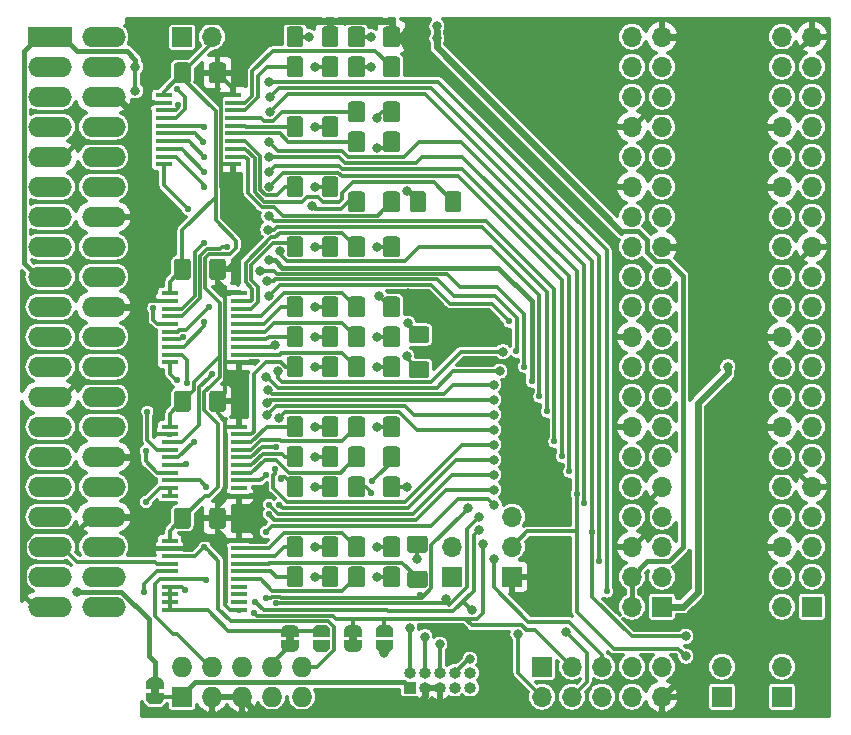
<source format=gbl>
G04 #@! TF.GenerationSoftware,KiCad,Pcbnew,(5.1.2)-2*
G04 #@! TF.CreationDate,2021-06-07T01:18:36+02:00*
G04 #@! TF.ProjectId,BeagleV Chew Toy,42656167-6c65-4562-9043-68657720546f,rev?*
G04 #@! TF.SameCoordinates,Original*
G04 #@! TF.FileFunction,Copper,L2,Bot*
G04 #@! TF.FilePolarity,Positive*
%FSLAX46Y46*%
G04 Gerber Fmt 4.6, Leading zero omitted, Abs format (unit mm)*
G04 Created by KiCad (PCBNEW (5.1.2)-2) date 2021-06-07 01:18:36*
%MOMM*%
%LPD*%
G04 APERTURE LIST*
%ADD10C,0.100000*%
%ADD11O,1.700000X1.700000*%
%ADD12R,1.700000X1.700000*%
%ADD13C,0.500000*%
%ADD14R,3.700000X1.700000*%
%ADD15O,3.700000X1.700000*%
%ADD16C,1.425000*%
%ADD17R,1.450000X0.450000*%
%ADD18O,1.000000X1.000000*%
%ADD19R,1.000000X1.000000*%
%ADD20O,1.727200X1.727200*%
%ADD21R,1.727200X1.727200*%
%ADD22C,0.800000*%
%ADD23C,0.558800*%
%ADD24C,0.304800*%
%ADD25C,0.609600*%
%ADD26C,0.457200*%
%ADD27C,0.300000*%
G04 APERTURE END LIST*
D10*
G36*
X137241000Y-136394000D02*
G01*
X137241000Y-135894000D01*
X137841000Y-135894000D01*
X137841000Y-136394000D01*
X137241000Y-136394000D01*
G37*
G36*
X149271000Y-131449000D02*
G01*
X149271000Y-131949000D01*
X148671000Y-131949000D01*
X148671000Y-131449000D01*
X149271000Y-131449000D01*
G37*
G36*
X154605000Y-131449000D02*
G01*
X154605000Y-131949000D01*
X154005000Y-131949000D01*
X154005000Y-131449000D01*
X154605000Y-131449000D01*
G37*
D11*
X180467000Y-136652000D03*
X180467000Y-134112000D03*
X177927000Y-136652000D03*
X177927000Y-134112000D03*
X175387000Y-136652000D03*
X175387000Y-134112000D03*
X172847000Y-136652000D03*
X172847000Y-134112000D03*
X170307000Y-136652000D03*
D12*
X170307000Y-134112000D03*
D13*
X137541000Y-135494000D03*
D10*
G36*
X136791000Y-135994000D02*
G01*
X136791000Y-135494000D01*
X136791602Y-135494000D01*
X136791602Y-135469466D01*
X136796412Y-135420635D01*
X136805984Y-135372510D01*
X136820228Y-135325555D01*
X136839005Y-135280222D01*
X136862136Y-135236949D01*
X136889396Y-135196150D01*
X136920524Y-135158221D01*
X136955221Y-135123524D01*
X136993150Y-135092396D01*
X137033949Y-135065136D01*
X137077222Y-135042005D01*
X137122555Y-135023228D01*
X137169510Y-135008984D01*
X137217635Y-134999412D01*
X137266466Y-134994602D01*
X137291000Y-134994602D01*
X137291000Y-134994000D01*
X137791000Y-134994000D01*
X137791000Y-134994602D01*
X137815534Y-134994602D01*
X137864365Y-134999412D01*
X137912490Y-135008984D01*
X137959445Y-135023228D01*
X138004778Y-135042005D01*
X138048051Y-135065136D01*
X138088850Y-135092396D01*
X138126779Y-135123524D01*
X138161476Y-135158221D01*
X138192604Y-135196150D01*
X138219864Y-135236949D01*
X138242995Y-135280222D01*
X138261772Y-135325555D01*
X138276016Y-135372510D01*
X138285588Y-135420635D01*
X138290398Y-135469466D01*
X138290398Y-135494000D01*
X138291000Y-135494000D01*
X138291000Y-135994000D01*
X136791000Y-135994000D01*
X136791000Y-135994000D01*
G37*
D13*
X137541000Y-136794000D03*
D10*
G36*
X138290398Y-136794000D02*
G01*
X138290398Y-136818534D01*
X138285588Y-136867365D01*
X138276016Y-136915490D01*
X138261772Y-136962445D01*
X138242995Y-137007778D01*
X138219864Y-137051051D01*
X138192604Y-137091850D01*
X138161476Y-137129779D01*
X138126779Y-137164476D01*
X138088850Y-137195604D01*
X138048051Y-137222864D01*
X138004778Y-137245995D01*
X137959445Y-137264772D01*
X137912490Y-137279016D01*
X137864365Y-137288588D01*
X137815534Y-137293398D01*
X137791000Y-137293398D01*
X137791000Y-137294000D01*
X137291000Y-137294000D01*
X137291000Y-137293398D01*
X137266466Y-137293398D01*
X137217635Y-137288588D01*
X137169510Y-137279016D01*
X137122555Y-137264772D01*
X137077222Y-137245995D01*
X137033949Y-137222864D01*
X136993150Y-137195604D01*
X136955221Y-137164476D01*
X136920524Y-137129779D01*
X136889396Y-137091850D01*
X136862136Y-137051051D01*
X136839005Y-137007778D01*
X136820228Y-136962445D01*
X136805984Y-136915490D01*
X136796412Y-136867365D01*
X136791602Y-136818534D01*
X136791602Y-136794000D01*
X136791000Y-136794000D01*
X136791000Y-136294000D01*
X138291000Y-136294000D01*
X138291000Y-136794000D01*
X138290398Y-136794000D01*
X138290398Y-136794000D01*
G37*
D14*
X128667000Y-80772000D03*
D15*
X133207000Y-80772000D03*
X128667000Y-83312000D03*
X133207000Y-83312000D03*
X128667000Y-85852000D03*
X133207000Y-85852000D03*
X128667000Y-88392000D03*
X133207000Y-88392000D03*
X128667000Y-90932000D03*
X133207000Y-90932000D03*
X128667000Y-93472000D03*
X133207000Y-93472000D03*
X128667000Y-96012000D03*
X133207000Y-96012000D03*
X128667000Y-98552000D03*
X133207000Y-98552000D03*
X128667000Y-101092000D03*
X133207000Y-101092000D03*
X128667000Y-103632000D03*
X133207000Y-103632000D03*
X128667000Y-106172000D03*
X133207000Y-106172000D03*
X128667000Y-108712000D03*
X133207000Y-108712000D03*
X128667000Y-111252000D03*
X133207000Y-111252000D03*
X128667000Y-113792000D03*
X133207000Y-113792000D03*
X128667000Y-116332000D03*
X133207000Y-116332000D03*
X128667000Y-118872000D03*
X133207000Y-118872000D03*
X128667000Y-121412000D03*
X133207000Y-121412000D03*
X128667000Y-123952000D03*
X133207000Y-123952000D03*
X128667000Y-126492000D03*
X133207000Y-126492000D03*
X128667000Y-129032000D03*
X133207000Y-129032000D03*
D10*
G36*
X155082504Y-93868204D02*
G01*
X155106773Y-93871804D01*
X155130571Y-93877765D01*
X155153671Y-93886030D01*
X155175849Y-93896520D01*
X155196893Y-93909133D01*
X155216598Y-93923747D01*
X155234777Y-93940223D01*
X155251253Y-93958402D01*
X155265867Y-93978107D01*
X155278480Y-93999151D01*
X155288970Y-94021329D01*
X155297235Y-94044429D01*
X155303196Y-94068227D01*
X155306796Y-94092496D01*
X155308000Y-94117000D01*
X155308000Y-95367000D01*
X155306796Y-95391504D01*
X155303196Y-95415773D01*
X155297235Y-95439571D01*
X155288970Y-95462671D01*
X155278480Y-95484849D01*
X155265867Y-95505893D01*
X155251253Y-95525598D01*
X155234777Y-95543777D01*
X155216598Y-95560253D01*
X155196893Y-95574867D01*
X155175849Y-95587480D01*
X155153671Y-95597970D01*
X155130571Y-95606235D01*
X155106773Y-95612196D01*
X155082504Y-95615796D01*
X155058000Y-95617000D01*
X154133000Y-95617000D01*
X154108496Y-95615796D01*
X154084227Y-95612196D01*
X154060429Y-95606235D01*
X154037329Y-95597970D01*
X154015151Y-95587480D01*
X153994107Y-95574867D01*
X153974402Y-95560253D01*
X153956223Y-95543777D01*
X153939747Y-95525598D01*
X153925133Y-95505893D01*
X153912520Y-95484849D01*
X153902030Y-95462671D01*
X153893765Y-95439571D01*
X153887804Y-95415773D01*
X153884204Y-95391504D01*
X153883000Y-95367000D01*
X153883000Y-94117000D01*
X153884204Y-94092496D01*
X153887804Y-94068227D01*
X153893765Y-94044429D01*
X153902030Y-94021329D01*
X153912520Y-93999151D01*
X153925133Y-93978107D01*
X153939747Y-93958402D01*
X153956223Y-93940223D01*
X153974402Y-93923747D01*
X153994107Y-93909133D01*
X154015151Y-93896520D01*
X154037329Y-93886030D01*
X154060429Y-93877765D01*
X154084227Y-93871804D01*
X154108496Y-93868204D01*
X154133000Y-93867000D01*
X155058000Y-93867000D01*
X155082504Y-93868204D01*
X155082504Y-93868204D01*
G37*
D16*
X154595500Y-94742000D03*
D10*
G36*
X158057504Y-93868204D02*
G01*
X158081773Y-93871804D01*
X158105571Y-93877765D01*
X158128671Y-93886030D01*
X158150849Y-93896520D01*
X158171893Y-93909133D01*
X158191598Y-93923747D01*
X158209777Y-93940223D01*
X158226253Y-93958402D01*
X158240867Y-93978107D01*
X158253480Y-93999151D01*
X158263970Y-94021329D01*
X158272235Y-94044429D01*
X158278196Y-94068227D01*
X158281796Y-94092496D01*
X158283000Y-94117000D01*
X158283000Y-95367000D01*
X158281796Y-95391504D01*
X158278196Y-95415773D01*
X158272235Y-95439571D01*
X158263970Y-95462671D01*
X158253480Y-95484849D01*
X158240867Y-95505893D01*
X158226253Y-95525598D01*
X158209777Y-95543777D01*
X158191598Y-95560253D01*
X158171893Y-95574867D01*
X158150849Y-95587480D01*
X158128671Y-95597970D01*
X158105571Y-95606235D01*
X158081773Y-95612196D01*
X158057504Y-95615796D01*
X158033000Y-95617000D01*
X157108000Y-95617000D01*
X157083496Y-95615796D01*
X157059227Y-95612196D01*
X157035429Y-95606235D01*
X157012329Y-95597970D01*
X156990151Y-95587480D01*
X156969107Y-95574867D01*
X156949402Y-95560253D01*
X156931223Y-95543777D01*
X156914747Y-95525598D01*
X156900133Y-95505893D01*
X156887520Y-95484849D01*
X156877030Y-95462671D01*
X156868765Y-95439571D01*
X156862804Y-95415773D01*
X156859204Y-95391504D01*
X156858000Y-95367000D01*
X156858000Y-94117000D01*
X156859204Y-94092496D01*
X156862804Y-94068227D01*
X156868765Y-94044429D01*
X156877030Y-94021329D01*
X156887520Y-93999151D01*
X156900133Y-93978107D01*
X156914747Y-93958402D01*
X156931223Y-93940223D01*
X156949402Y-93923747D01*
X156969107Y-93909133D01*
X156990151Y-93896520D01*
X157012329Y-93886030D01*
X157035429Y-93877765D01*
X157059227Y-93871804D01*
X157083496Y-93868204D01*
X157108000Y-93867000D01*
X158033000Y-93867000D01*
X158057504Y-93868204D01*
X158057504Y-93868204D01*
G37*
D16*
X157570500Y-94742000D03*
D10*
G36*
X158057504Y-79898204D02*
G01*
X158081773Y-79901804D01*
X158105571Y-79907765D01*
X158128671Y-79916030D01*
X158150849Y-79926520D01*
X158171893Y-79939133D01*
X158191598Y-79953747D01*
X158209777Y-79970223D01*
X158226253Y-79988402D01*
X158240867Y-80008107D01*
X158253480Y-80029151D01*
X158263970Y-80051329D01*
X158272235Y-80074429D01*
X158278196Y-80098227D01*
X158281796Y-80122496D01*
X158283000Y-80147000D01*
X158283000Y-81397000D01*
X158281796Y-81421504D01*
X158278196Y-81445773D01*
X158272235Y-81469571D01*
X158263970Y-81492671D01*
X158253480Y-81514849D01*
X158240867Y-81535893D01*
X158226253Y-81555598D01*
X158209777Y-81573777D01*
X158191598Y-81590253D01*
X158171893Y-81604867D01*
X158150849Y-81617480D01*
X158128671Y-81627970D01*
X158105571Y-81636235D01*
X158081773Y-81642196D01*
X158057504Y-81645796D01*
X158033000Y-81647000D01*
X157108000Y-81647000D01*
X157083496Y-81645796D01*
X157059227Y-81642196D01*
X157035429Y-81636235D01*
X157012329Y-81627970D01*
X156990151Y-81617480D01*
X156969107Y-81604867D01*
X156949402Y-81590253D01*
X156931223Y-81573777D01*
X156914747Y-81555598D01*
X156900133Y-81535893D01*
X156887520Y-81514849D01*
X156877030Y-81492671D01*
X156868765Y-81469571D01*
X156862804Y-81445773D01*
X156859204Y-81421504D01*
X156858000Y-81397000D01*
X156858000Y-80147000D01*
X156859204Y-80122496D01*
X156862804Y-80098227D01*
X156868765Y-80074429D01*
X156877030Y-80051329D01*
X156887520Y-80029151D01*
X156900133Y-80008107D01*
X156914747Y-79988402D01*
X156931223Y-79970223D01*
X156949402Y-79953747D01*
X156969107Y-79939133D01*
X156990151Y-79926520D01*
X157012329Y-79916030D01*
X157035429Y-79907765D01*
X157059227Y-79901804D01*
X157083496Y-79898204D01*
X157108000Y-79897000D01*
X158033000Y-79897000D01*
X158057504Y-79898204D01*
X158057504Y-79898204D01*
G37*
D16*
X157570500Y-80772000D03*
D10*
G36*
X155082504Y-79898204D02*
G01*
X155106773Y-79901804D01*
X155130571Y-79907765D01*
X155153671Y-79916030D01*
X155175849Y-79926520D01*
X155196893Y-79939133D01*
X155216598Y-79953747D01*
X155234777Y-79970223D01*
X155251253Y-79988402D01*
X155265867Y-80008107D01*
X155278480Y-80029151D01*
X155288970Y-80051329D01*
X155297235Y-80074429D01*
X155303196Y-80098227D01*
X155306796Y-80122496D01*
X155308000Y-80147000D01*
X155308000Y-81397000D01*
X155306796Y-81421504D01*
X155303196Y-81445773D01*
X155297235Y-81469571D01*
X155288970Y-81492671D01*
X155278480Y-81514849D01*
X155265867Y-81535893D01*
X155251253Y-81555598D01*
X155234777Y-81573777D01*
X155216598Y-81590253D01*
X155196893Y-81604867D01*
X155175849Y-81617480D01*
X155153671Y-81627970D01*
X155130571Y-81636235D01*
X155106773Y-81642196D01*
X155082504Y-81645796D01*
X155058000Y-81647000D01*
X154133000Y-81647000D01*
X154108496Y-81645796D01*
X154084227Y-81642196D01*
X154060429Y-81636235D01*
X154037329Y-81627970D01*
X154015151Y-81617480D01*
X153994107Y-81604867D01*
X153974402Y-81590253D01*
X153956223Y-81573777D01*
X153939747Y-81555598D01*
X153925133Y-81535893D01*
X153912520Y-81514849D01*
X153902030Y-81492671D01*
X153893765Y-81469571D01*
X153887804Y-81445773D01*
X153884204Y-81421504D01*
X153883000Y-81397000D01*
X153883000Y-80147000D01*
X153884204Y-80122496D01*
X153887804Y-80098227D01*
X153893765Y-80074429D01*
X153902030Y-80051329D01*
X153912520Y-80029151D01*
X153925133Y-80008107D01*
X153939747Y-79988402D01*
X153956223Y-79970223D01*
X153974402Y-79953747D01*
X153994107Y-79939133D01*
X154015151Y-79926520D01*
X154037329Y-79916030D01*
X154060429Y-79907765D01*
X154084227Y-79901804D01*
X154108496Y-79898204D01*
X154133000Y-79897000D01*
X155058000Y-79897000D01*
X155082504Y-79898204D01*
X155082504Y-79898204D01*
G37*
D16*
X154595500Y-80772000D03*
D10*
G36*
X152850504Y-79898204D02*
G01*
X152874773Y-79901804D01*
X152898571Y-79907765D01*
X152921671Y-79916030D01*
X152943849Y-79926520D01*
X152964893Y-79939133D01*
X152984598Y-79953747D01*
X153002777Y-79970223D01*
X153019253Y-79988402D01*
X153033867Y-80008107D01*
X153046480Y-80029151D01*
X153056970Y-80051329D01*
X153065235Y-80074429D01*
X153071196Y-80098227D01*
X153074796Y-80122496D01*
X153076000Y-80147000D01*
X153076000Y-81397000D01*
X153074796Y-81421504D01*
X153071196Y-81445773D01*
X153065235Y-81469571D01*
X153056970Y-81492671D01*
X153046480Y-81514849D01*
X153033867Y-81535893D01*
X153019253Y-81555598D01*
X153002777Y-81573777D01*
X152984598Y-81590253D01*
X152964893Y-81604867D01*
X152943849Y-81617480D01*
X152921671Y-81627970D01*
X152898571Y-81636235D01*
X152874773Y-81642196D01*
X152850504Y-81645796D01*
X152826000Y-81647000D01*
X151901000Y-81647000D01*
X151876496Y-81645796D01*
X151852227Y-81642196D01*
X151828429Y-81636235D01*
X151805329Y-81627970D01*
X151783151Y-81617480D01*
X151762107Y-81604867D01*
X151742402Y-81590253D01*
X151724223Y-81573777D01*
X151707747Y-81555598D01*
X151693133Y-81535893D01*
X151680520Y-81514849D01*
X151670030Y-81492671D01*
X151661765Y-81469571D01*
X151655804Y-81445773D01*
X151652204Y-81421504D01*
X151651000Y-81397000D01*
X151651000Y-80147000D01*
X151652204Y-80122496D01*
X151655804Y-80098227D01*
X151661765Y-80074429D01*
X151670030Y-80051329D01*
X151680520Y-80029151D01*
X151693133Y-80008107D01*
X151707747Y-79988402D01*
X151724223Y-79970223D01*
X151742402Y-79953747D01*
X151762107Y-79939133D01*
X151783151Y-79926520D01*
X151805329Y-79916030D01*
X151828429Y-79907765D01*
X151852227Y-79901804D01*
X151876496Y-79898204D01*
X151901000Y-79897000D01*
X152826000Y-79897000D01*
X152850504Y-79898204D01*
X152850504Y-79898204D01*
G37*
D16*
X152363500Y-80772000D03*
D10*
G36*
X149875504Y-79898204D02*
G01*
X149899773Y-79901804D01*
X149923571Y-79907765D01*
X149946671Y-79916030D01*
X149968849Y-79926520D01*
X149989893Y-79939133D01*
X150009598Y-79953747D01*
X150027777Y-79970223D01*
X150044253Y-79988402D01*
X150058867Y-80008107D01*
X150071480Y-80029151D01*
X150081970Y-80051329D01*
X150090235Y-80074429D01*
X150096196Y-80098227D01*
X150099796Y-80122496D01*
X150101000Y-80147000D01*
X150101000Y-81397000D01*
X150099796Y-81421504D01*
X150096196Y-81445773D01*
X150090235Y-81469571D01*
X150081970Y-81492671D01*
X150071480Y-81514849D01*
X150058867Y-81535893D01*
X150044253Y-81555598D01*
X150027777Y-81573777D01*
X150009598Y-81590253D01*
X149989893Y-81604867D01*
X149968849Y-81617480D01*
X149946671Y-81627970D01*
X149923571Y-81636235D01*
X149899773Y-81642196D01*
X149875504Y-81645796D01*
X149851000Y-81647000D01*
X148926000Y-81647000D01*
X148901496Y-81645796D01*
X148877227Y-81642196D01*
X148853429Y-81636235D01*
X148830329Y-81627970D01*
X148808151Y-81617480D01*
X148787107Y-81604867D01*
X148767402Y-81590253D01*
X148749223Y-81573777D01*
X148732747Y-81555598D01*
X148718133Y-81535893D01*
X148705520Y-81514849D01*
X148695030Y-81492671D01*
X148686765Y-81469571D01*
X148680804Y-81445773D01*
X148677204Y-81421504D01*
X148676000Y-81397000D01*
X148676000Y-80147000D01*
X148677204Y-80122496D01*
X148680804Y-80098227D01*
X148686765Y-80074429D01*
X148695030Y-80051329D01*
X148705520Y-80029151D01*
X148718133Y-80008107D01*
X148732747Y-79988402D01*
X148749223Y-79970223D01*
X148767402Y-79953747D01*
X148787107Y-79939133D01*
X148808151Y-79926520D01*
X148830329Y-79916030D01*
X148853429Y-79907765D01*
X148877227Y-79901804D01*
X148901496Y-79898204D01*
X148926000Y-79897000D01*
X149851000Y-79897000D01*
X149875504Y-79898204D01*
X149875504Y-79898204D01*
G37*
D16*
X149388500Y-80772000D03*
D11*
X142367000Y-80772000D03*
D12*
X139827000Y-80772000D03*
D11*
X167767000Y-121412000D03*
X167767000Y-123952000D03*
D12*
X167767000Y-126492000D03*
D11*
X190627000Y-80772000D03*
X193167000Y-80772000D03*
X190627000Y-83312000D03*
X193167000Y-83312000D03*
X190627000Y-85852000D03*
X193167000Y-85852000D03*
X190627000Y-88392000D03*
X193167000Y-88392000D03*
X190627000Y-90932000D03*
X193167000Y-90932000D03*
X190627000Y-93472000D03*
X193167000Y-93472000D03*
X190627000Y-96012000D03*
X193167000Y-96012000D03*
X190627000Y-98552000D03*
X193167000Y-98552000D03*
X190627000Y-101092000D03*
X193167000Y-101092000D03*
X190627000Y-103632000D03*
X193167000Y-103632000D03*
X190627000Y-106172000D03*
X193167000Y-106172000D03*
X190627000Y-108712000D03*
X193167000Y-108712000D03*
X190627000Y-111252000D03*
X193167000Y-111252000D03*
X190627000Y-113792000D03*
X193167000Y-113792000D03*
X190627000Y-116332000D03*
X193167000Y-116332000D03*
X190627000Y-118872000D03*
X193167000Y-118872000D03*
X190627000Y-121412000D03*
X193167000Y-121412000D03*
X190627000Y-123952000D03*
X193167000Y-123952000D03*
X190627000Y-126492000D03*
X193167000Y-126492000D03*
X190627000Y-129032000D03*
D12*
X193167000Y-129032000D03*
D17*
X138782000Y-123440000D03*
X138782000Y-124090000D03*
X138782000Y-124740000D03*
X138782000Y-125390000D03*
X138782000Y-126040000D03*
X138782000Y-126690000D03*
X138782000Y-127340000D03*
X138782000Y-127990000D03*
X138782000Y-128640000D03*
X138782000Y-129290000D03*
X144682000Y-129290000D03*
X144682000Y-128640000D03*
X144682000Y-127990000D03*
X144682000Y-127340000D03*
X144682000Y-126690000D03*
X144682000Y-126040000D03*
X144682000Y-125390000D03*
X144682000Y-124740000D03*
X144682000Y-124090000D03*
X144682000Y-123440000D03*
X138782000Y-113788000D03*
X138782000Y-114438000D03*
X138782000Y-115088000D03*
X138782000Y-115738000D03*
X138782000Y-116388000D03*
X138782000Y-117038000D03*
X138782000Y-117688000D03*
X138782000Y-118338000D03*
X138782000Y-118988000D03*
X138782000Y-119638000D03*
X144682000Y-119638000D03*
X144682000Y-118988000D03*
X144682000Y-118338000D03*
X144682000Y-117688000D03*
X144682000Y-117038000D03*
X144682000Y-116388000D03*
X144682000Y-115738000D03*
X144682000Y-115088000D03*
X144682000Y-114438000D03*
X144682000Y-113788000D03*
X138782000Y-102485000D03*
X138782000Y-103135000D03*
X138782000Y-103785000D03*
X138782000Y-104435000D03*
X138782000Y-105085000D03*
X138782000Y-105735000D03*
X138782000Y-106385000D03*
X138782000Y-107035000D03*
X138782000Y-107685000D03*
X138782000Y-108335000D03*
X144682000Y-108335000D03*
X144682000Y-107685000D03*
X144682000Y-107035000D03*
X144682000Y-106385000D03*
X144682000Y-105735000D03*
X144682000Y-105085000D03*
X144682000Y-104435000D03*
X144682000Y-103785000D03*
X144682000Y-103135000D03*
X144682000Y-102485000D03*
X138274000Y-85710000D03*
X138274000Y-86360000D03*
X138274000Y-87010000D03*
X138274000Y-87660000D03*
X138274000Y-88310000D03*
X138274000Y-88960000D03*
X138274000Y-89610000D03*
X138274000Y-90260000D03*
X138274000Y-90910000D03*
X138274000Y-91560000D03*
X144174000Y-91560000D03*
X144174000Y-90910000D03*
X144174000Y-90260000D03*
X144174000Y-89610000D03*
X144174000Y-88960000D03*
X144174000Y-88310000D03*
X144174000Y-87660000D03*
X144174000Y-87010000D03*
X144174000Y-86360000D03*
X144174000Y-85710000D03*
D10*
G36*
X158057504Y-115458204D02*
G01*
X158081773Y-115461804D01*
X158105571Y-115467765D01*
X158128671Y-115476030D01*
X158150849Y-115486520D01*
X158171893Y-115499133D01*
X158191598Y-115513747D01*
X158209777Y-115530223D01*
X158226253Y-115548402D01*
X158240867Y-115568107D01*
X158253480Y-115589151D01*
X158263970Y-115611329D01*
X158272235Y-115634429D01*
X158278196Y-115658227D01*
X158281796Y-115682496D01*
X158283000Y-115707000D01*
X158283000Y-116957000D01*
X158281796Y-116981504D01*
X158278196Y-117005773D01*
X158272235Y-117029571D01*
X158263970Y-117052671D01*
X158253480Y-117074849D01*
X158240867Y-117095893D01*
X158226253Y-117115598D01*
X158209777Y-117133777D01*
X158191598Y-117150253D01*
X158171893Y-117164867D01*
X158150849Y-117177480D01*
X158128671Y-117187970D01*
X158105571Y-117196235D01*
X158081773Y-117202196D01*
X158057504Y-117205796D01*
X158033000Y-117207000D01*
X157108000Y-117207000D01*
X157083496Y-117205796D01*
X157059227Y-117202196D01*
X157035429Y-117196235D01*
X157012329Y-117187970D01*
X156990151Y-117177480D01*
X156969107Y-117164867D01*
X156949402Y-117150253D01*
X156931223Y-117133777D01*
X156914747Y-117115598D01*
X156900133Y-117095893D01*
X156887520Y-117074849D01*
X156877030Y-117052671D01*
X156868765Y-117029571D01*
X156862804Y-117005773D01*
X156859204Y-116981504D01*
X156858000Y-116957000D01*
X156858000Y-115707000D01*
X156859204Y-115682496D01*
X156862804Y-115658227D01*
X156868765Y-115634429D01*
X156877030Y-115611329D01*
X156887520Y-115589151D01*
X156900133Y-115568107D01*
X156914747Y-115548402D01*
X156931223Y-115530223D01*
X156949402Y-115513747D01*
X156969107Y-115499133D01*
X156990151Y-115486520D01*
X157012329Y-115476030D01*
X157035429Y-115467765D01*
X157059227Y-115461804D01*
X157083496Y-115458204D01*
X157108000Y-115457000D01*
X158033000Y-115457000D01*
X158057504Y-115458204D01*
X158057504Y-115458204D01*
G37*
D16*
X157570500Y-116332000D03*
D10*
G36*
X155082504Y-115458204D02*
G01*
X155106773Y-115461804D01*
X155130571Y-115467765D01*
X155153671Y-115476030D01*
X155175849Y-115486520D01*
X155196893Y-115499133D01*
X155216598Y-115513747D01*
X155234777Y-115530223D01*
X155251253Y-115548402D01*
X155265867Y-115568107D01*
X155278480Y-115589151D01*
X155288970Y-115611329D01*
X155297235Y-115634429D01*
X155303196Y-115658227D01*
X155306796Y-115682496D01*
X155308000Y-115707000D01*
X155308000Y-116957000D01*
X155306796Y-116981504D01*
X155303196Y-117005773D01*
X155297235Y-117029571D01*
X155288970Y-117052671D01*
X155278480Y-117074849D01*
X155265867Y-117095893D01*
X155251253Y-117115598D01*
X155234777Y-117133777D01*
X155216598Y-117150253D01*
X155196893Y-117164867D01*
X155175849Y-117177480D01*
X155153671Y-117187970D01*
X155130571Y-117196235D01*
X155106773Y-117202196D01*
X155082504Y-117205796D01*
X155058000Y-117207000D01*
X154133000Y-117207000D01*
X154108496Y-117205796D01*
X154084227Y-117202196D01*
X154060429Y-117196235D01*
X154037329Y-117187970D01*
X154015151Y-117177480D01*
X153994107Y-117164867D01*
X153974402Y-117150253D01*
X153956223Y-117133777D01*
X153939747Y-117115598D01*
X153925133Y-117095893D01*
X153912520Y-117074849D01*
X153902030Y-117052671D01*
X153893765Y-117029571D01*
X153887804Y-117005773D01*
X153884204Y-116981504D01*
X153883000Y-116957000D01*
X153883000Y-115707000D01*
X153884204Y-115682496D01*
X153887804Y-115658227D01*
X153893765Y-115634429D01*
X153902030Y-115611329D01*
X153912520Y-115589151D01*
X153925133Y-115568107D01*
X153939747Y-115548402D01*
X153956223Y-115530223D01*
X153974402Y-115513747D01*
X153994107Y-115499133D01*
X154015151Y-115486520D01*
X154037329Y-115476030D01*
X154060429Y-115467765D01*
X154084227Y-115461804D01*
X154108496Y-115458204D01*
X154133000Y-115457000D01*
X155058000Y-115457000D01*
X155082504Y-115458204D01*
X155082504Y-115458204D01*
G37*
D16*
X154595500Y-116332000D03*
D10*
G36*
X152850504Y-117998204D02*
G01*
X152874773Y-118001804D01*
X152898571Y-118007765D01*
X152921671Y-118016030D01*
X152943849Y-118026520D01*
X152964893Y-118039133D01*
X152984598Y-118053747D01*
X153002777Y-118070223D01*
X153019253Y-118088402D01*
X153033867Y-118108107D01*
X153046480Y-118129151D01*
X153056970Y-118151329D01*
X153065235Y-118174429D01*
X153071196Y-118198227D01*
X153074796Y-118222496D01*
X153076000Y-118247000D01*
X153076000Y-119497000D01*
X153074796Y-119521504D01*
X153071196Y-119545773D01*
X153065235Y-119569571D01*
X153056970Y-119592671D01*
X153046480Y-119614849D01*
X153033867Y-119635893D01*
X153019253Y-119655598D01*
X153002777Y-119673777D01*
X152984598Y-119690253D01*
X152964893Y-119704867D01*
X152943849Y-119717480D01*
X152921671Y-119727970D01*
X152898571Y-119736235D01*
X152874773Y-119742196D01*
X152850504Y-119745796D01*
X152826000Y-119747000D01*
X151901000Y-119747000D01*
X151876496Y-119745796D01*
X151852227Y-119742196D01*
X151828429Y-119736235D01*
X151805329Y-119727970D01*
X151783151Y-119717480D01*
X151762107Y-119704867D01*
X151742402Y-119690253D01*
X151724223Y-119673777D01*
X151707747Y-119655598D01*
X151693133Y-119635893D01*
X151680520Y-119614849D01*
X151670030Y-119592671D01*
X151661765Y-119569571D01*
X151655804Y-119545773D01*
X151652204Y-119521504D01*
X151651000Y-119497000D01*
X151651000Y-118247000D01*
X151652204Y-118222496D01*
X151655804Y-118198227D01*
X151661765Y-118174429D01*
X151670030Y-118151329D01*
X151680520Y-118129151D01*
X151693133Y-118108107D01*
X151707747Y-118088402D01*
X151724223Y-118070223D01*
X151742402Y-118053747D01*
X151762107Y-118039133D01*
X151783151Y-118026520D01*
X151805329Y-118016030D01*
X151828429Y-118007765D01*
X151852227Y-118001804D01*
X151876496Y-117998204D01*
X151901000Y-117997000D01*
X152826000Y-117997000D01*
X152850504Y-117998204D01*
X152850504Y-117998204D01*
G37*
D16*
X152363500Y-118872000D03*
D10*
G36*
X149875504Y-117998204D02*
G01*
X149899773Y-118001804D01*
X149923571Y-118007765D01*
X149946671Y-118016030D01*
X149968849Y-118026520D01*
X149989893Y-118039133D01*
X150009598Y-118053747D01*
X150027777Y-118070223D01*
X150044253Y-118088402D01*
X150058867Y-118108107D01*
X150071480Y-118129151D01*
X150081970Y-118151329D01*
X150090235Y-118174429D01*
X150096196Y-118198227D01*
X150099796Y-118222496D01*
X150101000Y-118247000D01*
X150101000Y-119497000D01*
X150099796Y-119521504D01*
X150096196Y-119545773D01*
X150090235Y-119569571D01*
X150081970Y-119592671D01*
X150071480Y-119614849D01*
X150058867Y-119635893D01*
X150044253Y-119655598D01*
X150027777Y-119673777D01*
X150009598Y-119690253D01*
X149989893Y-119704867D01*
X149968849Y-119717480D01*
X149946671Y-119727970D01*
X149923571Y-119736235D01*
X149899773Y-119742196D01*
X149875504Y-119745796D01*
X149851000Y-119747000D01*
X148926000Y-119747000D01*
X148901496Y-119745796D01*
X148877227Y-119742196D01*
X148853429Y-119736235D01*
X148830329Y-119727970D01*
X148808151Y-119717480D01*
X148787107Y-119704867D01*
X148767402Y-119690253D01*
X148749223Y-119673777D01*
X148732747Y-119655598D01*
X148718133Y-119635893D01*
X148705520Y-119614849D01*
X148695030Y-119592671D01*
X148686765Y-119569571D01*
X148680804Y-119545773D01*
X148677204Y-119521504D01*
X148676000Y-119497000D01*
X148676000Y-118247000D01*
X148677204Y-118222496D01*
X148680804Y-118198227D01*
X148686765Y-118174429D01*
X148695030Y-118151329D01*
X148705520Y-118129151D01*
X148718133Y-118108107D01*
X148732747Y-118088402D01*
X148749223Y-118070223D01*
X148767402Y-118053747D01*
X148787107Y-118039133D01*
X148808151Y-118026520D01*
X148830329Y-118016030D01*
X148853429Y-118007765D01*
X148877227Y-118001804D01*
X148901496Y-117998204D01*
X148926000Y-117997000D01*
X149851000Y-117997000D01*
X149875504Y-117998204D01*
X149875504Y-117998204D01*
G37*
D16*
X149388500Y-118872000D03*
D10*
G36*
X152850504Y-115458204D02*
G01*
X152874773Y-115461804D01*
X152898571Y-115467765D01*
X152921671Y-115476030D01*
X152943849Y-115486520D01*
X152964893Y-115499133D01*
X152984598Y-115513747D01*
X153002777Y-115530223D01*
X153019253Y-115548402D01*
X153033867Y-115568107D01*
X153046480Y-115589151D01*
X153056970Y-115611329D01*
X153065235Y-115634429D01*
X153071196Y-115658227D01*
X153074796Y-115682496D01*
X153076000Y-115707000D01*
X153076000Y-116957000D01*
X153074796Y-116981504D01*
X153071196Y-117005773D01*
X153065235Y-117029571D01*
X153056970Y-117052671D01*
X153046480Y-117074849D01*
X153033867Y-117095893D01*
X153019253Y-117115598D01*
X153002777Y-117133777D01*
X152984598Y-117150253D01*
X152964893Y-117164867D01*
X152943849Y-117177480D01*
X152921671Y-117187970D01*
X152898571Y-117196235D01*
X152874773Y-117202196D01*
X152850504Y-117205796D01*
X152826000Y-117207000D01*
X151901000Y-117207000D01*
X151876496Y-117205796D01*
X151852227Y-117202196D01*
X151828429Y-117196235D01*
X151805329Y-117187970D01*
X151783151Y-117177480D01*
X151762107Y-117164867D01*
X151742402Y-117150253D01*
X151724223Y-117133777D01*
X151707747Y-117115598D01*
X151693133Y-117095893D01*
X151680520Y-117074849D01*
X151670030Y-117052671D01*
X151661765Y-117029571D01*
X151655804Y-117005773D01*
X151652204Y-116981504D01*
X151651000Y-116957000D01*
X151651000Y-115707000D01*
X151652204Y-115682496D01*
X151655804Y-115658227D01*
X151661765Y-115634429D01*
X151670030Y-115611329D01*
X151680520Y-115589151D01*
X151693133Y-115568107D01*
X151707747Y-115548402D01*
X151724223Y-115530223D01*
X151742402Y-115513747D01*
X151762107Y-115499133D01*
X151783151Y-115486520D01*
X151805329Y-115476030D01*
X151828429Y-115467765D01*
X151852227Y-115461804D01*
X151876496Y-115458204D01*
X151901000Y-115457000D01*
X152826000Y-115457000D01*
X152850504Y-115458204D01*
X152850504Y-115458204D01*
G37*
D16*
X152363500Y-116332000D03*
D10*
G36*
X149875504Y-115458204D02*
G01*
X149899773Y-115461804D01*
X149923571Y-115467765D01*
X149946671Y-115476030D01*
X149968849Y-115486520D01*
X149989893Y-115499133D01*
X150009598Y-115513747D01*
X150027777Y-115530223D01*
X150044253Y-115548402D01*
X150058867Y-115568107D01*
X150071480Y-115589151D01*
X150081970Y-115611329D01*
X150090235Y-115634429D01*
X150096196Y-115658227D01*
X150099796Y-115682496D01*
X150101000Y-115707000D01*
X150101000Y-116957000D01*
X150099796Y-116981504D01*
X150096196Y-117005773D01*
X150090235Y-117029571D01*
X150081970Y-117052671D01*
X150071480Y-117074849D01*
X150058867Y-117095893D01*
X150044253Y-117115598D01*
X150027777Y-117133777D01*
X150009598Y-117150253D01*
X149989893Y-117164867D01*
X149968849Y-117177480D01*
X149946671Y-117187970D01*
X149923571Y-117196235D01*
X149899773Y-117202196D01*
X149875504Y-117205796D01*
X149851000Y-117207000D01*
X148926000Y-117207000D01*
X148901496Y-117205796D01*
X148877227Y-117202196D01*
X148853429Y-117196235D01*
X148830329Y-117187970D01*
X148808151Y-117177480D01*
X148787107Y-117164867D01*
X148767402Y-117150253D01*
X148749223Y-117133777D01*
X148732747Y-117115598D01*
X148718133Y-117095893D01*
X148705520Y-117074849D01*
X148695030Y-117052671D01*
X148686765Y-117029571D01*
X148680804Y-117005773D01*
X148677204Y-116981504D01*
X148676000Y-116957000D01*
X148676000Y-115707000D01*
X148677204Y-115682496D01*
X148680804Y-115658227D01*
X148686765Y-115634429D01*
X148695030Y-115611329D01*
X148705520Y-115589151D01*
X148718133Y-115568107D01*
X148732747Y-115548402D01*
X148749223Y-115530223D01*
X148767402Y-115513747D01*
X148787107Y-115499133D01*
X148808151Y-115486520D01*
X148830329Y-115476030D01*
X148853429Y-115467765D01*
X148877227Y-115461804D01*
X148901496Y-115458204D01*
X148926000Y-115457000D01*
X149851000Y-115457000D01*
X149875504Y-115458204D01*
X149875504Y-115458204D01*
G37*
D16*
X149388500Y-116332000D03*
D10*
G36*
X158057504Y-112918204D02*
G01*
X158081773Y-112921804D01*
X158105571Y-112927765D01*
X158128671Y-112936030D01*
X158150849Y-112946520D01*
X158171893Y-112959133D01*
X158191598Y-112973747D01*
X158209777Y-112990223D01*
X158226253Y-113008402D01*
X158240867Y-113028107D01*
X158253480Y-113049151D01*
X158263970Y-113071329D01*
X158272235Y-113094429D01*
X158278196Y-113118227D01*
X158281796Y-113142496D01*
X158283000Y-113167000D01*
X158283000Y-114417000D01*
X158281796Y-114441504D01*
X158278196Y-114465773D01*
X158272235Y-114489571D01*
X158263970Y-114512671D01*
X158253480Y-114534849D01*
X158240867Y-114555893D01*
X158226253Y-114575598D01*
X158209777Y-114593777D01*
X158191598Y-114610253D01*
X158171893Y-114624867D01*
X158150849Y-114637480D01*
X158128671Y-114647970D01*
X158105571Y-114656235D01*
X158081773Y-114662196D01*
X158057504Y-114665796D01*
X158033000Y-114667000D01*
X157108000Y-114667000D01*
X157083496Y-114665796D01*
X157059227Y-114662196D01*
X157035429Y-114656235D01*
X157012329Y-114647970D01*
X156990151Y-114637480D01*
X156969107Y-114624867D01*
X156949402Y-114610253D01*
X156931223Y-114593777D01*
X156914747Y-114575598D01*
X156900133Y-114555893D01*
X156887520Y-114534849D01*
X156877030Y-114512671D01*
X156868765Y-114489571D01*
X156862804Y-114465773D01*
X156859204Y-114441504D01*
X156858000Y-114417000D01*
X156858000Y-113167000D01*
X156859204Y-113142496D01*
X156862804Y-113118227D01*
X156868765Y-113094429D01*
X156877030Y-113071329D01*
X156887520Y-113049151D01*
X156900133Y-113028107D01*
X156914747Y-113008402D01*
X156931223Y-112990223D01*
X156949402Y-112973747D01*
X156969107Y-112959133D01*
X156990151Y-112946520D01*
X157012329Y-112936030D01*
X157035429Y-112927765D01*
X157059227Y-112921804D01*
X157083496Y-112918204D01*
X157108000Y-112917000D01*
X158033000Y-112917000D01*
X158057504Y-112918204D01*
X158057504Y-112918204D01*
G37*
D16*
X157570500Y-113792000D03*
D10*
G36*
X155082504Y-112918204D02*
G01*
X155106773Y-112921804D01*
X155130571Y-112927765D01*
X155153671Y-112936030D01*
X155175849Y-112946520D01*
X155196893Y-112959133D01*
X155216598Y-112973747D01*
X155234777Y-112990223D01*
X155251253Y-113008402D01*
X155265867Y-113028107D01*
X155278480Y-113049151D01*
X155288970Y-113071329D01*
X155297235Y-113094429D01*
X155303196Y-113118227D01*
X155306796Y-113142496D01*
X155308000Y-113167000D01*
X155308000Y-114417000D01*
X155306796Y-114441504D01*
X155303196Y-114465773D01*
X155297235Y-114489571D01*
X155288970Y-114512671D01*
X155278480Y-114534849D01*
X155265867Y-114555893D01*
X155251253Y-114575598D01*
X155234777Y-114593777D01*
X155216598Y-114610253D01*
X155196893Y-114624867D01*
X155175849Y-114637480D01*
X155153671Y-114647970D01*
X155130571Y-114656235D01*
X155106773Y-114662196D01*
X155082504Y-114665796D01*
X155058000Y-114667000D01*
X154133000Y-114667000D01*
X154108496Y-114665796D01*
X154084227Y-114662196D01*
X154060429Y-114656235D01*
X154037329Y-114647970D01*
X154015151Y-114637480D01*
X153994107Y-114624867D01*
X153974402Y-114610253D01*
X153956223Y-114593777D01*
X153939747Y-114575598D01*
X153925133Y-114555893D01*
X153912520Y-114534849D01*
X153902030Y-114512671D01*
X153893765Y-114489571D01*
X153887804Y-114465773D01*
X153884204Y-114441504D01*
X153883000Y-114417000D01*
X153883000Y-113167000D01*
X153884204Y-113142496D01*
X153887804Y-113118227D01*
X153893765Y-113094429D01*
X153902030Y-113071329D01*
X153912520Y-113049151D01*
X153925133Y-113028107D01*
X153939747Y-113008402D01*
X153956223Y-112990223D01*
X153974402Y-112973747D01*
X153994107Y-112959133D01*
X154015151Y-112946520D01*
X154037329Y-112936030D01*
X154060429Y-112927765D01*
X154084227Y-112921804D01*
X154108496Y-112918204D01*
X154133000Y-112917000D01*
X155058000Y-112917000D01*
X155082504Y-112918204D01*
X155082504Y-112918204D01*
G37*
D16*
X154595500Y-113792000D03*
D10*
G36*
X152850504Y-112918204D02*
G01*
X152874773Y-112921804D01*
X152898571Y-112927765D01*
X152921671Y-112936030D01*
X152943849Y-112946520D01*
X152964893Y-112959133D01*
X152984598Y-112973747D01*
X153002777Y-112990223D01*
X153019253Y-113008402D01*
X153033867Y-113028107D01*
X153046480Y-113049151D01*
X153056970Y-113071329D01*
X153065235Y-113094429D01*
X153071196Y-113118227D01*
X153074796Y-113142496D01*
X153076000Y-113167000D01*
X153076000Y-114417000D01*
X153074796Y-114441504D01*
X153071196Y-114465773D01*
X153065235Y-114489571D01*
X153056970Y-114512671D01*
X153046480Y-114534849D01*
X153033867Y-114555893D01*
X153019253Y-114575598D01*
X153002777Y-114593777D01*
X152984598Y-114610253D01*
X152964893Y-114624867D01*
X152943849Y-114637480D01*
X152921671Y-114647970D01*
X152898571Y-114656235D01*
X152874773Y-114662196D01*
X152850504Y-114665796D01*
X152826000Y-114667000D01*
X151901000Y-114667000D01*
X151876496Y-114665796D01*
X151852227Y-114662196D01*
X151828429Y-114656235D01*
X151805329Y-114647970D01*
X151783151Y-114637480D01*
X151762107Y-114624867D01*
X151742402Y-114610253D01*
X151724223Y-114593777D01*
X151707747Y-114575598D01*
X151693133Y-114555893D01*
X151680520Y-114534849D01*
X151670030Y-114512671D01*
X151661765Y-114489571D01*
X151655804Y-114465773D01*
X151652204Y-114441504D01*
X151651000Y-114417000D01*
X151651000Y-113167000D01*
X151652204Y-113142496D01*
X151655804Y-113118227D01*
X151661765Y-113094429D01*
X151670030Y-113071329D01*
X151680520Y-113049151D01*
X151693133Y-113028107D01*
X151707747Y-113008402D01*
X151724223Y-112990223D01*
X151742402Y-112973747D01*
X151762107Y-112959133D01*
X151783151Y-112946520D01*
X151805329Y-112936030D01*
X151828429Y-112927765D01*
X151852227Y-112921804D01*
X151876496Y-112918204D01*
X151901000Y-112917000D01*
X152826000Y-112917000D01*
X152850504Y-112918204D01*
X152850504Y-112918204D01*
G37*
D16*
X152363500Y-113792000D03*
D10*
G36*
X149875504Y-112918204D02*
G01*
X149899773Y-112921804D01*
X149923571Y-112927765D01*
X149946671Y-112936030D01*
X149968849Y-112946520D01*
X149989893Y-112959133D01*
X150009598Y-112973747D01*
X150027777Y-112990223D01*
X150044253Y-113008402D01*
X150058867Y-113028107D01*
X150071480Y-113049151D01*
X150081970Y-113071329D01*
X150090235Y-113094429D01*
X150096196Y-113118227D01*
X150099796Y-113142496D01*
X150101000Y-113167000D01*
X150101000Y-114417000D01*
X150099796Y-114441504D01*
X150096196Y-114465773D01*
X150090235Y-114489571D01*
X150081970Y-114512671D01*
X150071480Y-114534849D01*
X150058867Y-114555893D01*
X150044253Y-114575598D01*
X150027777Y-114593777D01*
X150009598Y-114610253D01*
X149989893Y-114624867D01*
X149968849Y-114637480D01*
X149946671Y-114647970D01*
X149923571Y-114656235D01*
X149899773Y-114662196D01*
X149875504Y-114665796D01*
X149851000Y-114667000D01*
X148926000Y-114667000D01*
X148901496Y-114665796D01*
X148877227Y-114662196D01*
X148853429Y-114656235D01*
X148830329Y-114647970D01*
X148808151Y-114637480D01*
X148787107Y-114624867D01*
X148767402Y-114610253D01*
X148749223Y-114593777D01*
X148732747Y-114575598D01*
X148718133Y-114555893D01*
X148705520Y-114534849D01*
X148695030Y-114512671D01*
X148686765Y-114489571D01*
X148680804Y-114465773D01*
X148677204Y-114441504D01*
X148676000Y-114417000D01*
X148676000Y-113167000D01*
X148677204Y-113142496D01*
X148680804Y-113118227D01*
X148686765Y-113094429D01*
X148695030Y-113071329D01*
X148705520Y-113049151D01*
X148718133Y-113028107D01*
X148732747Y-113008402D01*
X148749223Y-112990223D01*
X148767402Y-112973747D01*
X148787107Y-112959133D01*
X148808151Y-112946520D01*
X148830329Y-112936030D01*
X148853429Y-112927765D01*
X148877227Y-112921804D01*
X148901496Y-112918204D01*
X148926000Y-112917000D01*
X149851000Y-112917000D01*
X149875504Y-112918204D01*
X149875504Y-112918204D01*
G37*
D16*
X149388500Y-113792000D03*
D10*
G36*
X160542504Y-108254704D02*
G01*
X160566773Y-108258304D01*
X160590571Y-108264265D01*
X160613671Y-108272530D01*
X160635849Y-108283020D01*
X160656893Y-108295633D01*
X160676598Y-108310247D01*
X160694777Y-108326723D01*
X160711253Y-108344902D01*
X160725867Y-108364607D01*
X160738480Y-108385651D01*
X160748970Y-108407829D01*
X160757235Y-108430929D01*
X160763196Y-108454727D01*
X160766796Y-108478996D01*
X160768000Y-108503500D01*
X160768000Y-109428500D01*
X160766796Y-109453004D01*
X160763196Y-109477273D01*
X160757235Y-109501071D01*
X160748970Y-109524171D01*
X160738480Y-109546349D01*
X160725867Y-109567393D01*
X160711253Y-109587098D01*
X160694777Y-109605277D01*
X160676598Y-109621753D01*
X160656893Y-109636367D01*
X160635849Y-109648980D01*
X160613671Y-109659470D01*
X160590571Y-109667735D01*
X160566773Y-109673696D01*
X160542504Y-109677296D01*
X160518000Y-109678500D01*
X159268000Y-109678500D01*
X159243496Y-109677296D01*
X159219227Y-109673696D01*
X159195429Y-109667735D01*
X159172329Y-109659470D01*
X159150151Y-109648980D01*
X159129107Y-109636367D01*
X159109402Y-109621753D01*
X159091223Y-109605277D01*
X159074747Y-109587098D01*
X159060133Y-109567393D01*
X159047520Y-109546349D01*
X159037030Y-109524171D01*
X159028765Y-109501071D01*
X159022804Y-109477273D01*
X159019204Y-109453004D01*
X159018000Y-109428500D01*
X159018000Y-108503500D01*
X159019204Y-108478996D01*
X159022804Y-108454727D01*
X159028765Y-108430929D01*
X159037030Y-108407829D01*
X159047520Y-108385651D01*
X159060133Y-108364607D01*
X159074747Y-108344902D01*
X159091223Y-108326723D01*
X159109402Y-108310247D01*
X159129107Y-108295633D01*
X159150151Y-108283020D01*
X159172329Y-108272530D01*
X159195429Y-108264265D01*
X159219227Y-108258304D01*
X159243496Y-108254704D01*
X159268000Y-108253500D01*
X160518000Y-108253500D01*
X160542504Y-108254704D01*
X160542504Y-108254704D01*
G37*
D16*
X159893000Y-108966000D03*
D10*
G36*
X160542504Y-105279704D02*
G01*
X160566773Y-105283304D01*
X160590571Y-105289265D01*
X160613671Y-105297530D01*
X160635849Y-105308020D01*
X160656893Y-105320633D01*
X160676598Y-105335247D01*
X160694777Y-105351723D01*
X160711253Y-105369902D01*
X160725867Y-105389607D01*
X160738480Y-105410651D01*
X160748970Y-105432829D01*
X160757235Y-105455929D01*
X160763196Y-105479727D01*
X160766796Y-105503996D01*
X160768000Y-105528500D01*
X160768000Y-106453500D01*
X160766796Y-106478004D01*
X160763196Y-106502273D01*
X160757235Y-106526071D01*
X160748970Y-106549171D01*
X160738480Y-106571349D01*
X160725867Y-106592393D01*
X160711253Y-106612098D01*
X160694777Y-106630277D01*
X160676598Y-106646753D01*
X160656893Y-106661367D01*
X160635849Y-106673980D01*
X160613671Y-106684470D01*
X160590571Y-106692735D01*
X160566773Y-106698696D01*
X160542504Y-106702296D01*
X160518000Y-106703500D01*
X159268000Y-106703500D01*
X159243496Y-106702296D01*
X159219227Y-106698696D01*
X159195429Y-106692735D01*
X159172329Y-106684470D01*
X159150151Y-106673980D01*
X159129107Y-106661367D01*
X159109402Y-106646753D01*
X159091223Y-106630277D01*
X159074747Y-106612098D01*
X159060133Y-106592393D01*
X159047520Y-106571349D01*
X159037030Y-106549171D01*
X159028765Y-106526071D01*
X159022804Y-106502273D01*
X159019204Y-106478004D01*
X159018000Y-106453500D01*
X159018000Y-105528500D01*
X159019204Y-105503996D01*
X159022804Y-105479727D01*
X159028765Y-105455929D01*
X159037030Y-105432829D01*
X159047520Y-105410651D01*
X159060133Y-105389607D01*
X159074747Y-105369902D01*
X159091223Y-105351723D01*
X159109402Y-105335247D01*
X159129107Y-105320633D01*
X159150151Y-105308020D01*
X159172329Y-105297530D01*
X159195429Y-105289265D01*
X159219227Y-105283304D01*
X159243496Y-105279704D01*
X159268000Y-105278500D01*
X160518000Y-105278500D01*
X160542504Y-105279704D01*
X160542504Y-105279704D01*
G37*
D16*
X159893000Y-105991000D03*
D10*
G36*
X152850504Y-123078204D02*
G01*
X152874773Y-123081804D01*
X152898571Y-123087765D01*
X152921671Y-123096030D01*
X152943849Y-123106520D01*
X152964893Y-123119133D01*
X152984598Y-123133747D01*
X153002777Y-123150223D01*
X153019253Y-123168402D01*
X153033867Y-123188107D01*
X153046480Y-123209151D01*
X153056970Y-123231329D01*
X153065235Y-123254429D01*
X153071196Y-123278227D01*
X153074796Y-123302496D01*
X153076000Y-123327000D01*
X153076000Y-124577000D01*
X153074796Y-124601504D01*
X153071196Y-124625773D01*
X153065235Y-124649571D01*
X153056970Y-124672671D01*
X153046480Y-124694849D01*
X153033867Y-124715893D01*
X153019253Y-124735598D01*
X153002777Y-124753777D01*
X152984598Y-124770253D01*
X152964893Y-124784867D01*
X152943849Y-124797480D01*
X152921671Y-124807970D01*
X152898571Y-124816235D01*
X152874773Y-124822196D01*
X152850504Y-124825796D01*
X152826000Y-124827000D01*
X151901000Y-124827000D01*
X151876496Y-124825796D01*
X151852227Y-124822196D01*
X151828429Y-124816235D01*
X151805329Y-124807970D01*
X151783151Y-124797480D01*
X151762107Y-124784867D01*
X151742402Y-124770253D01*
X151724223Y-124753777D01*
X151707747Y-124735598D01*
X151693133Y-124715893D01*
X151680520Y-124694849D01*
X151670030Y-124672671D01*
X151661765Y-124649571D01*
X151655804Y-124625773D01*
X151652204Y-124601504D01*
X151651000Y-124577000D01*
X151651000Y-123327000D01*
X151652204Y-123302496D01*
X151655804Y-123278227D01*
X151661765Y-123254429D01*
X151670030Y-123231329D01*
X151680520Y-123209151D01*
X151693133Y-123188107D01*
X151707747Y-123168402D01*
X151724223Y-123150223D01*
X151742402Y-123133747D01*
X151762107Y-123119133D01*
X151783151Y-123106520D01*
X151805329Y-123096030D01*
X151828429Y-123087765D01*
X151852227Y-123081804D01*
X151876496Y-123078204D01*
X151901000Y-123077000D01*
X152826000Y-123077000D01*
X152850504Y-123078204D01*
X152850504Y-123078204D01*
G37*
D16*
X152363500Y-123952000D03*
D10*
G36*
X149875504Y-123078204D02*
G01*
X149899773Y-123081804D01*
X149923571Y-123087765D01*
X149946671Y-123096030D01*
X149968849Y-123106520D01*
X149989893Y-123119133D01*
X150009598Y-123133747D01*
X150027777Y-123150223D01*
X150044253Y-123168402D01*
X150058867Y-123188107D01*
X150071480Y-123209151D01*
X150081970Y-123231329D01*
X150090235Y-123254429D01*
X150096196Y-123278227D01*
X150099796Y-123302496D01*
X150101000Y-123327000D01*
X150101000Y-124577000D01*
X150099796Y-124601504D01*
X150096196Y-124625773D01*
X150090235Y-124649571D01*
X150081970Y-124672671D01*
X150071480Y-124694849D01*
X150058867Y-124715893D01*
X150044253Y-124735598D01*
X150027777Y-124753777D01*
X150009598Y-124770253D01*
X149989893Y-124784867D01*
X149968849Y-124797480D01*
X149946671Y-124807970D01*
X149923571Y-124816235D01*
X149899773Y-124822196D01*
X149875504Y-124825796D01*
X149851000Y-124827000D01*
X148926000Y-124827000D01*
X148901496Y-124825796D01*
X148877227Y-124822196D01*
X148853429Y-124816235D01*
X148830329Y-124807970D01*
X148808151Y-124797480D01*
X148787107Y-124784867D01*
X148767402Y-124770253D01*
X148749223Y-124753777D01*
X148732747Y-124735598D01*
X148718133Y-124715893D01*
X148705520Y-124694849D01*
X148695030Y-124672671D01*
X148686765Y-124649571D01*
X148680804Y-124625773D01*
X148677204Y-124601504D01*
X148676000Y-124577000D01*
X148676000Y-123327000D01*
X148677204Y-123302496D01*
X148680804Y-123278227D01*
X148686765Y-123254429D01*
X148695030Y-123231329D01*
X148705520Y-123209151D01*
X148718133Y-123188107D01*
X148732747Y-123168402D01*
X148749223Y-123150223D01*
X148767402Y-123133747D01*
X148787107Y-123119133D01*
X148808151Y-123106520D01*
X148830329Y-123096030D01*
X148853429Y-123087765D01*
X148877227Y-123081804D01*
X148901496Y-123078204D01*
X148926000Y-123077000D01*
X149851000Y-123077000D01*
X149875504Y-123078204D01*
X149875504Y-123078204D01*
G37*
D16*
X149388500Y-123952000D03*
D10*
G36*
X158057504Y-107838204D02*
G01*
X158081773Y-107841804D01*
X158105571Y-107847765D01*
X158128671Y-107856030D01*
X158150849Y-107866520D01*
X158171893Y-107879133D01*
X158191598Y-107893747D01*
X158209777Y-107910223D01*
X158226253Y-107928402D01*
X158240867Y-107948107D01*
X158253480Y-107969151D01*
X158263970Y-107991329D01*
X158272235Y-108014429D01*
X158278196Y-108038227D01*
X158281796Y-108062496D01*
X158283000Y-108087000D01*
X158283000Y-109337000D01*
X158281796Y-109361504D01*
X158278196Y-109385773D01*
X158272235Y-109409571D01*
X158263970Y-109432671D01*
X158253480Y-109454849D01*
X158240867Y-109475893D01*
X158226253Y-109495598D01*
X158209777Y-109513777D01*
X158191598Y-109530253D01*
X158171893Y-109544867D01*
X158150849Y-109557480D01*
X158128671Y-109567970D01*
X158105571Y-109576235D01*
X158081773Y-109582196D01*
X158057504Y-109585796D01*
X158033000Y-109587000D01*
X157108000Y-109587000D01*
X157083496Y-109585796D01*
X157059227Y-109582196D01*
X157035429Y-109576235D01*
X157012329Y-109567970D01*
X156990151Y-109557480D01*
X156969107Y-109544867D01*
X156949402Y-109530253D01*
X156931223Y-109513777D01*
X156914747Y-109495598D01*
X156900133Y-109475893D01*
X156887520Y-109454849D01*
X156877030Y-109432671D01*
X156868765Y-109409571D01*
X156862804Y-109385773D01*
X156859204Y-109361504D01*
X156858000Y-109337000D01*
X156858000Y-108087000D01*
X156859204Y-108062496D01*
X156862804Y-108038227D01*
X156868765Y-108014429D01*
X156877030Y-107991329D01*
X156887520Y-107969151D01*
X156900133Y-107948107D01*
X156914747Y-107928402D01*
X156931223Y-107910223D01*
X156949402Y-107893747D01*
X156969107Y-107879133D01*
X156990151Y-107866520D01*
X157012329Y-107856030D01*
X157035429Y-107847765D01*
X157059227Y-107841804D01*
X157083496Y-107838204D01*
X157108000Y-107837000D01*
X158033000Y-107837000D01*
X158057504Y-107838204D01*
X158057504Y-107838204D01*
G37*
D16*
X157570500Y-108712000D03*
D10*
G36*
X155082504Y-107838204D02*
G01*
X155106773Y-107841804D01*
X155130571Y-107847765D01*
X155153671Y-107856030D01*
X155175849Y-107866520D01*
X155196893Y-107879133D01*
X155216598Y-107893747D01*
X155234777Y-107910223D01*
X155251253Y-107928402D01*
X155265867Y-107948107D01*
X155278480Y-107969151D01*
X155288970Y-107991329D01*
X155297235Y-108014429D01*
X155303196Y-108038227D01*
X155306796Y-108062496D01*
X155308000Y-108087000D01*
X155308000Y-109337000D01*
X155306796Y-109361504D01*
X155303196Y-109385773D01*
X155297235Y-109409571D01*
X155288970Y-109432671D01*
X155278480Y-109454849D01*
X155265867Y-109475893D01*
X155251253Y-109495598D01*
X155234777Y-109513777D01*
X155216598Y-109530253D01*
X155196893Y-109544867D01*
X155175849Y-109557480D01*
X155153671Y-109567970D01*
X155130571Y-109576235D01*
X155106773Y-109582196D01*
X155082504Y-109585796D01*
X155058000Y-109587000D01*
X154133000Y-109587000D01*
X154108496Y-109585796D01*
X154084227Y-109582196D01*
X154060429Y-109576235D01*
X154037329Y-109567970D01*
X154015151Y-109557480D01*
X153994107Y-109544867D01*
X153974402Y-109530253D01*
X153956223Y-109513777D01*
X153939747Y-109495598D01*
X153925133Y-109475893D01*
X153912520Y-109454849D01*
X153902030Y-109432671D01*
X153893765Y-109409571D01*
X153887804Y-109385773D01*
X153884204Y-109361504D01*
X153883000Y-109337000D01*
X153883000Y-108087000D01*
X153884204Y-108062496D01*
X153887804Y-108038227D01*
X153893765Y-108014429D01*
X153902030Y-107991329D01*
X153912520Y-107969151D01*
X153925133Y-107948107D01*
X153939747Y-107928402D01*
X153956223Y-107910223D01*
X153974402Y-107893747D01*
X153994107Y-107879133D01*
X154015151Y-107866520D01*
X154037329Y-107856030D01*
X154060429Y-107847765D01*
X154084227Y-107841804D01*
X154108496Y-107838204D01*
X154133000Y-107837000D01*
X155058000Y-107837000D01*
X155082504Y-107838204D01*
X155082504Y-107838204D01*
G37*
D16*
X154595500Y-108712000D03*
D10*
G36*
X152850504Y-107838204D02*
G01*
X152874773Y-107841804D01*
X152898571Y-107847765D01*
X152921671Y-107856030D01*
X152943849Y-107866520D01*
X152964893Y-107879133D01*
X152984598Y-107893747D01*
X153002777Y-107910223D01*
X153019253Y-107928402D01*
X153033867Y-107948107D01*
X153046480Y-107969151D01*
X153056970Y-107991329D01*
X153065235Y-108014429D01*
X153071196Y-108038227D01*
X153074796Y-108062496D01*
X153076000Y-108087000D01*
X153076000Y-109337000D01*
X153074796Y-109361504D01*
X153071196Y-109385773D01*
X153065235Y-109409571D01*
X153056970Y-109432671D01*
X153046480Y-109454849D01*
X153033867Y-109475893D01*
X153019253Y-109495598D01*
X153002777Y-109513777D01*
X152984598Y-109530253D01*
X152964893Y-109544867D01*
X152943849Y-109557480D01*
X152921671Y-109567970D01*
X152898571Y-109576235D01*
X152874773Y-109582196D01*
X152850504Y-109585796D01*
X152826000Y-109587000D01*
X151901000Y-109587000D01*
X151876496Y-109585796D01*
X151852227Y-109582196D01*
X151828429Y-109576235D01*
X151805329Y-109567970D01*
X151783151Y-109557480D01*
X151762107Y-109544867D01*
X151742402Y-109530253D01*
X151724223Y-109513777D01*
X151707747Y-109495598D01*
X151693133Y-109475893D01*
X151680520Y-109454849D01*
X151670030Y-109432671D01*
X151661765Y-109409571D01*
X151655804Y-109385773D01*
X151652204Y-109361504D01*
X151651000Y-109337000D01*
X151651000Y-108087000D01*
X151652204Y-108062496D01*
X151655804Y-108038227D01*
X151661765Y-108014429D01*
X151670030Y-107991329D01*
X151680520Y-107969151D01*
X151693133Y-107948107D01*
X151707747Y-107928402D01*
X151724223Y-107910223D01*
X151742402Y-107893747D01*
X151762107Y-107879133D01*
X151783151Y-107866520D01*
X151805329Y-107856030D01*
X151828429Y-107847765D01*
X151852227Y-107841804D01*
X151876496Y-107838204D01*
X151901000Y-107837000D01*
X152826000Y-107837000D01*
X152850504Y-107838204D01*
X152850504Y-107838204D01*
G37*
D16*
X152363500Y-108712000D03*
D10*
G36*
X149875504Y-107838204D02*
G01*
X149899773Y-107841804D01*
X149923571Y-107847765D01*
X149946671Y-107856030D01*
X149968849Y-107866520D01*
X149989893Y-107879133D01*
X150009598Y-107893747D01*
X150027777Y-107910223D01*
X150044253Y-107928402D01*
X150058867Y-107948107D01*
X150071480Y-107969151D01*
X150081970Y-107991329D01*
X150090235Y-108014429D01*
X150096196Y-108038227D01*
X150099796Y-108062496D01*
X150101000Y-108087000D01*
X150101000Y-109337000D01*
X150099796Y-109361504D01*
X150096196Y-109385773D01*
X150090235Y-109409571D01*
X150081970Y-109432671D01*
X150071480Y-109454849D01*
X150058867Y-109475893D01*
X150044253Y-109495598D01*
X150027777Y-109513777D01*
X150009598Y-109530253D01*
X149989893Y-109544867D01*
X149968849Y-109557480D01*
X149946671Y-109567970D01*
X149923571Y-109576235D01*
X149899773Y-109582196D01*
X149875504Y-109585796D01*
X149851000Y-109587000D01*
X148926000Y-109587000D01*
X148901496Y-109585796D01*
X148877227Y-109582196D01*
X148853429Y-109576235D01*
X148830329Y-109567970D01*
X148808151Y-109557480D01*
X148787107Y-109544867D01*
X148767402Y-109530253D01*
X148749223Y-109513777D01*
X148732747Y-109495598D01*
X148718133Y-109475893D01*
X148705520Y-109454849D01*
X148695030Y-109432671D01*
X148686765Y-109409571D01*
X148680804Y-109385773D01*
X148677204Y-109361504D01*
X148676000Y-109337000D01*
X148676000Y-108087000D01*
X148677204Y-108062496D01*
X148680804Y-108038227D01*
X148686765Y-108014429D01*
X148695030Y-107991329D01*
X148705520Y-107969151D01*
X148718133Y-107948107D01*
X148732747Y-107928402D01*
X148749223Y-107910223D01*
X148767402Y-107893747D01*
X148787107Y-107879133D01*
X148808151Y-107866520D01*
X148830329Y-107856030D01*
X148853429Y-107847765D01*
X148877227Y-107841804D01*
X148901496Y-107838204D01*
X148926000Y-107837000D01*
X149851000Y-107837000D01*
X149875504Y-107838204D01*
X149875504Y-107838204D01*
G37*
D16*
X149388500Y-108712000D03*
D10*
G36*
X158057504Y-105298204D02*
G01*
X158081773Y-105301804D01*
X158105571Y-105307765D01*
X158128671Y-105316030D01*
X158150849Y-105326520D01*
X158171893Y-105339133D01*
X158191598Y-105353747D01*
X158209777Y-105370223D01*
X158226253Y-105388402D01*
X158240867Y-105408107D01*
X158253480Y-105429151D01*
X158263970Y-105451329D01*
X158272235Y-105474429D01*
X158278196Y-105498227D01*
X158281796Y-105522496D01*
X158283000Y-105547000D01*
X158283000Y-106797000D01*
X158281796Y-106821504D01*
X158278196Y-106845773D01*
X158272235Y-106869571D01*
X158263970Y-106892671D01*
X158253480Y-106914849D01*
X158240867Y-106935893D01*
X158226253Y-106955598D01*
X158209777Y-106973777D01*
X158191598Y-106990253D01*
X158171893Y-107004867D01*
X158150849Y-107017480D01*
X158128671Y-107027970D01*
X158105571Y-107036235D01*
X158081773Y-107042196D01*
X158057504Y-107045796D01*
X158033000Y-107047000D01*
X157108000Y-107047000D01*
X157083496Y-107045796D01*
X157059227Y-107042196D01*
X157035429Y-107036235D01*
X157012329Y-107027970D01*
X156990151Y-107017480D01*
X156969107Y-107004867D01*
X156949402Y-106990253D01*
X156931223Y-106973777D01*
X156914747Y-106955598D01*
X156900133Y-106935893D01*
X156887520Y-106914849D01*
X156877030Y-106892671D01*
X156868765Y-106869571D01*
X156862804Y-106845773D01*
X156859204Y-106821504D01*
X156858000Y-106797000D01*
X156858000Y-105547000D01*
X156859204Y-105522496D01*
X156862804Y-105498227D01*
X156868765Y-105474429D01*
X156877030Y-105451329D01*
X156887520Y-105429151D01*
X156900133Y-105408107D01*
X156914747Y-105388402D01*
X156931223Y-105370223D01*
X156949402Y-105353747D01*
X156969107Y-105339133D01*
X156990151Y-105326520D01*
X157012329Y-105316030D01*
X157035429Y-105307765D01*
X157059227Y-105301804D01*
X157083496Y-105298204D01*
X157108000Y-105297000D01*
X158033000Y-105297000D01*
X158057504Y-105298204D01*
X158057504Y-105298204D01*
G37*
D16*
X157570500Y-106172000D03*
D10*
G36*
X155082504Y-105298204D02*
G01*
X155106773Y-105301804D01*
X155130571Y-105307765D01*
X155153671Y-105316030D01*
X155175849Y-105326520D01*
X155196893Y-105339133D01*
X155216598Y-105353747D01*
X155234777Y-105370223D01*
X155251253Y-105388402D01*
X155265867Y-105408107D01*
X155278480Y-105429151D01*
X155288970Y-105451329D01*
X155297235Y-105474429D01*
X155303196Y-105498227D01*
X155306796Y-105522496D01*
X155308000Y-105547000D01*
X155308000Y-106797000D01*
X155306796Y-106821504D01*
X155303196Y-106845773D01*
X155297235Y-106869571D01*
X155288970Y-106892671D01*
X155278480Y-106914849D01*
X155265867Y-106935893D01*
X155251253Y-106955598D01*
X155234777Y-106973777D01*
X155216598Y-106990253D01*
X155196893Y-107004867D01*
X155175849Y-107017480D01*
X155153671Y-107027970D01*
X155130571Y-107036235D01*
X155106773Y-107042196D01*
X155082504Y-107045796D01*
X155058000Y-107047000D01*
X154133000Y-107047000D01*
X154108496Y-107045796D01*
X154084227Y-107042196D01*
X154060429Y-107036235D01*
X154037329Y-107027970D01*
X154015151Y-107017480D01*
X153994107Y-107004867D01*
X153974402Y-106990253D01*
X153956223Y-106973777D01*
X153939747Y-106955598D01*
X153925133Y-106935893D01*
X153912520Y-106914849D01*
X153902030Y-106892671D01*
X153893765Y-106869571D01*
X153887804Y-106845773D01*
X153884204Y-106821504D01*
X153883000Y-106797000D01*
X153883000Y-105547000D01*
X153884204Y-105522496D01*
X153887804Y-105498227D01*
X153893765Y-105474429D01*
X153902030Y-105451329D01*
X153912520Y-105429151D01*
X153925133Y-105408107D01*
X153939747Y-105388402D01*
X153956223Y-105370223D01*
X153974402Y-105353747D01*
X153994107Y-105339133D01*
X154015151Y-105326520D01*
X154037329Y-105316030D01*
X154060429Y-105307765D01*
X154084227Y-105301804D01*
X154108496Y-105298204D01*
X154133000Y-105297000D01*
X155058000Y-105297000D01*
X155082504Y-105298204D01*
X155082504Y-105298204D01*
G37*
D16*
X154595500Y-106172000D03*
D10*
G36*
X152850504Y-105298204D02*
G01*
X152874773Y-105301804D01*
X152898571Y-105307765D01*
X152921671Y-105316030D01*
X152943849Y-105326520D01*
X152964893Y-105339133D01*
X152984598Y-105353747D01*
X153002777Y-105370223D01*
X153019253Y-105388402D01*
X153033867Y-105408107D01*
X153046480Y-105429151D01*
X153056970Y-105451329D01*
X153065235Y-105474429D01*
X153071196Y-105498227D01*
X153074796Y-105522496D01*
X153076000Y-105547000D01*
X153076000Y-106797000D01*
X153074796Y-106821504D01*
X153071196Y-106845773D01*
X153065235Y-106869571D01*
X153056970Y-106892671D01*
X153046480Y-106914849D01*
X153033867Y-106935893D01*
X153019253Y-106955598D01*
X153002777Y-106973777D01*
X152984598Y-106990253D01*
X152964893Y-107004867D01*
X152943849Y-107017480D01*
X152921671Y-107027970D01*
X152898571Y-107036235D01*
X152874773Y-107042196D01*
X152850504Y-107045796D01*
X152826000Y-107047000D01*
X151901000Y-107047000D01*
X151876496Y-107045796D01*
X151852227Y-107042196D01*
X151828429Y-107036235D01*
X151805329Y-107027970D01*
X151783151Y-107017480D01*
X151762107Y-107004867D01*
X151742402Y-106990253D01*
X151724223Y-106973777D01*
X151707747Y-106955598D01*
X151693133Y-106935893D01*
X151680520Y-106914849D01*
X151670030Y-106892671D01*
X151661765Y-106869571D01*
X151655804Y-106845773D01*
X151652204Y-106821504D01*
X151651000Y-106797000D01*
X151651000Y-105547000D01*
X151652204Y-105522496D01*
X151655804Y-105498227D01*
X151661765Y-105474429D01*
X151670030Y-105451329D01*
X151680520Y-105429151D01*
X151693133Y-105408107D01*
X151707747Y-105388402D01*
X151724223Y-105370223D01*
X151742402Y-105353747D01*
X151762107Y-105339133D01*
X151783151Y-105326520D01*
X151805329Y-105316030D01*
X151828429Y-105307765D01*
X151852227Y-105301804D01*
X151876496Y-105298204D01*
X151901000Y-105297000D01*
X152826000Y-105297000D01*
X152850504Y-105298204D01*
X152850504Y-105298204D01*
G37*
D16*
X152363500Y-106172000D03*
D10*
G36*
X149875504Y-105298204D02*
G01*
X149899773Y-105301804D01*
X149923571Y-105307765D01*
X149946671Y-105316030D01*
X149968849Y-105326520D01*
X149989893Y-105339133D01*
X150009598Y-105353747D01*
X150027777Y-105370223D01*
X150044253Y-105388402D01*
X150058867Y-105408107D01*
X150071480Y-105429151D01*
X150081970Y-105451329D01*
X150090235Y-105474429D01*
X150096196Y-105498227D01*
X150099796Y-105522496D01*
X150101000Y-105547000D01*
X150101000Y-106797000D01*
X150099796Y-106821504D01*
X150096196Y-106845773D01*
X150090235Y-106869571D01*
X150081970Y-106892671D01*
X150071480Y-106914849D01*
X150058867Y-106935893D01*
X150044253Y-106955598D01*
X150027777Y-106973777D01*
X150009598Y-106990253D01*
X149989893Y-107004867D01*
X149968849Y-107017480D01*
X149946671Y-107027970D01*
X149923571Y-107036235D01*
X149899773Y-107042196D01*
X149875504Y-107045796D01*
X149851000Y-107047000D01*
X148926000Y-107047000D01*
X148901496Y-107045796D01*
X148877227Y-107042196D01*
X148853429Y-107036235D01*
X148830329Y-107027970D01*
X148808151Y-107017480D01*
X148787107Y-107004867D01*
X148767402Y-106990253D01*
X148749223Y-106973777D01*
X148732747Y-106955598D01*
X148718133Y-106935893D01*
X148705520Y-106914849D01*
X148695030Y-106892671D01*
X148686765Y-106869571D01*
X148680804Y-106845773D01*
X148677204Y-106821504D01*
X148676000Y-106797000D01*
X148676000Y-105547000D01*
X148677204Y-105522496D01*
X148680804Y-105498227D01*
X148686765Y-105474429D01*
X148695030Y-105451329D01*
X148705520Y-105429151D01*
X148718133Y-105408107D01*
X148732747Y-105388402D01*
X148749223Y-105370223D01*
X148767402Y-105353747D01*
X148787107Y-105339133D01*
X148808151Y-105326520D01*
X148830329Y-105316030D01*
X148853429Y-105307765D01*
X148877227Y-105301804D01*
X148901496Y-105298204D01*
X148926000Y-105297000D01*
X149851000Y-105297000D01*
X149875504Y-105298204D01*
X149875504Y-105298204D01*
G37*
D16*
X149388500Y-106172000D03*
D10*
G36*
X158057504Y-125618204D02*
G01*
X158081773Y-125621804D01*
X158105571Y-125627765D01*
X158128671Y-125636030D01*
X158150849Y-125646520D01*
X158171893Y-125659133D01*
X158191598Y-125673747D01*
X158209777Y-125690223D01*
X158226253Y-125708402D01*
X158240867Y-125728107D01*
X158253480Y-125749151D01*
X158263970Y-125771329D01*
X158272235Y-125794429D01*
X158278196Y-125818227D01*
X158281796Y-125842496D01*
X158283000Y-125867000D01*
X158283000Y-127117000D01*
X158281796Y-127141504D01*
X158278196Y-127165773D01*
X158272235Y-127189571D01*
X158263970Y-127212671D01*
X158253480Y-127234849D01*
X158240867Y-127255893D01*
X158226253Y-127275598D01*
X158209777Y-127293777D01*
X158191598Y-127310253D01*
X158171893Y-127324867D01*
X158150849Y-127337480D01*
X158128671Y-127347970D01*
X158105571Y-127356235D01*
X158081773Y-127362196D01*
X158057504Y-127365796D01*
X158033000Y-127367000D01*
X157108000Y-127367000D01*
X157083496Y-127365796D01*
X157059227Y-127362196D01*
X157035429Y-127356235D01*
X157012329Y-127347970D01*
X156990151Y-127337480D01*
X156969107Y-127324867D01*
X156949402Y-127310253D01*
X156931223Y-127293777D01*
X156914747Y-127275598D01*
X156900133Y-127255893D01*
X156887520Y-127234849D01*
X156877030Y-127212671D01*
X156868765Y-127189571D01*
X156862804Y-127165773D01*
X156859204Y-127141504D01*
X156858000Y-127117000D01*
X156858000Y-125867000D01*
X156859204Y-125842496D01*
X156862804Y-125818227D01*
X156868765Y-125794429D01*
X156877030Y-125771329D01*
X156887520Y-125749151D01*
X156900133Y-125728107D01*
X156914747Y-125708402D01*
X156931223Y-125690223D01*
X156949402Y-125673747D01*
X156969107Y-125659133D01*
X156990151Y-125646520D01*
X157012329Y-125636030D01*
X157035429Y-125627765D01*
X157059227Y-125621804D01*
X157083496Y-125618204D01*
X157108000Y-125617000D01*
X158033000Y-125617000D01*
X158057504Y-125618204D01*
X158057504Y-125618204D01*
G37*
D16*
X157570500Y-126492000D03*
D10*
G36*
X155082504Y-125618204D02*
G01*
X155106773Y-125621804D01*
X155130571Y-125627765D01*
X155153671Y-125636030D01*
X155175849Y-125646520D01*
X155196893Y-125659133D01*
X155216598Y-125673747D01*
X155234777Y-125690223D01*
X155251253Y-125708402D01*
X155265867Y-125728107D01*
X155278480Y-125749151D01*
X155288970Y-125771329D01*
X155297235Y-125794429D01*
X155303196Y-125818227D01*
X155306796Y-125842496D01*
X155308000Y-125867000D01*
X155308000Y-127117000D01*
X155306796Y-127141504D01*
X155303196Y-127165773D01*
X155297235Y-127189571D01*
X155288970Y-127212671D01*
X155278480Y-127234849D01*
X155265867Y-127255893D01*
X155251253Y-127275598D01*
X155234777Y-127293777D01*
X155216598Y-127310253D01*
X155196893Y-127324867D01*
X155175849Y-127337480D01*
X155153671Y-127347970D01*
X155130571Y-127356235D01*
X155106773Y-127362196D01*
X155082504Y-127365796D01*
X155058000Y-127367000D01*
X154133000Y-127367000D01*
X154108496Y-127365796D01*
X154084227Y-127362196D01*
X154060429Y-127356235D01*
X154037329Y-127347970D01*
X154015151Y-127337480D01*
X153994107Y-127324867D01*
X153974402Y-127310253D01*
X153956223Y-127293777D01*
X153939747Y-127275598D01*
X153925133Y-127255893D01*
X153912520Y-127234849D01*
X153902030Y-127212671D01*
X153893765Y-127189571D01*
X153887804Y-127165773D01*
X153884204Y-127141504D01*
X153883000Y-127117000D01*
X153883000Y-125867000D01*
X153884204Y-125842496D01*
X153887804Y-125818227D01*
X153893765Y-125794429D01*
X153902030Y-125771329D01*
X153912520Y-125749151D01*
X153925133Y-125728107D01*
X153939747Y-125708402D01*
X153956223Y-125690223D01*
X153974402Y-125673747D01*
X153994107Y-125659133D01*
X154015151Y-125646520D01*
X154037329Y-125636030D01*
X154060429Y-125627765D01*
X154084227Y-125621804D01*
X154108496Y-125618204D01*
X154133000Y-125617000D01*
X155058000Y-125617000D01*
X155082504Y-125618204D01*
X155082504Y-125618204D01*
G37*
D16*
X154595500Y-126492000D03*
D10*
G36*
X152850504Y-102758204D02*
G01*
X152874773Y-102761804D01*
X152898571Y-102767765D01*
X152921671Y-102776030D01*
X152943849Y-102786520D01*
X152964893Y-102799133D01*
X152984598Y-102813747D01*
X153002777Y-102830223D01*
X153019253Y-102848402D01*
X153033867Y-102868107D01*
X153046480Y-102889151D01*
X153056970Y-102911329D01*
X153065235Y-102934429D01*
X153071196Y-102958227D01*
X153074796Y-102982496D01*
X153076000Y-103007000D01*
X153076000Y-104257000D01*
X153074796Y-104281504D01*
X153071196Y-104305773D01*
X153065235Y-104329571D01*
X153056970Y-104352671D01*
X153046480Y-104374849D01*
X153033867Y-104395893D01*
X153019253Y-104415598D01*
X153002777Y-104433777D01*
X152984598Y-104450253D01*
X152964893Y-104464867D01*
X152943849Y-104477480D01*
X152921671Y-104487970D01*
X152898571Y-104496235D01*
X152874773Y-104502196D01*
X152850504Y-104505796D01*
X152826000Y-104507000D01*
X151901000Y-104507000D01*
X151876496Y-104505796D01*
X151852227Y-104502196D01*
X151828429Y-104496235D01*
X151805329Y-104487970D01*
X151783151Y-104477480D01*
X151762107Y-104464867D01*
X151742402Y-104450253D01*
X151724223Y-104433777D01*
X151707747Y-104415598D01*
X151693133Y-104395893D01*
X151680520Y-104374849D01*
X151670030Y-104352671D01*
X151661765Y-104329571D01*
X151655804Y-104305773D01*
X151652204Y-104281504D01*
X151651000Y-104257000D01*
X151651000Y-103007000D01*
X151652204Y-102982496D01*
X151655804Y-102958227D01*
X151661765Y-102934429D01*
X151670030Y-102911329D01*
X151680520Y-102889151D01*
X151693133Y-102868107D01*
X151707747Y-102848402D01*
X151724223Y-102830223D01*
X151742402Y-102813747D01*
X151762107Y-102799133D01*
X151783151Y-102786520D01*
X151805329Y-102776030D01*
X151828429Y-102767765D01*
X151852227Y-102761804D01*
X151876496Y-102758204D01*
X151901000Y-102757000D01*
X152826000Y-102757000D01*
X152850504Y-102758204D01*
X152850504Y-102758204D01*
G37*
D16*
X152363500Y-103632000D03*
D10*
G36*
X149875504Y-102758204D02*
G01*
X149899773Y-102761804D01*
X149923571Y-102767765D01*
X149946671Y-102776030D01*
X149968849Y-102786520D01*
X149989893Y-102799133D01*
X150009598Y-102813747D01*
X150027777Y-102830223D01*
X150044253Y-102848402D01*
X150058867Y-102868107D01*
X150071480Y-102889151D01*
X150081970Y-102911329D01*
X150090235Y-102934429D01*
X150096196Y-102958227D01*
X150099796Y-102982496D01*
X150101000Y-103007000D01*
X150101000Y-104257000D01*
X150099796Y-104281504D01*
X150096196Y-104305773D01*
X150090235Y-104329571D01*
X150081970Y-104352671D01*
X150071480Y-104374849D01*
X150058867Y-104395893D01*
X150044253Y-104415598D01*
X150027777Y-104433777D01*
X150009598Y-104450253D01*
X149989893Y-104464867D01*
X149968849Y-104477480D01*
X149946671Y-104487970D01*
X149923571Y-104496235D01*
X149899773Y-104502196D01*
X149875504Y-104505796D01*
X149851000Y-104507000D01*
X148926000Y-104507000D01*
X148901496Y-104505796D01*
X148877227Y-104502196D01*
X148853429Y-104496235D01*
X148830329Y-104487970D01*
X148808151Y-104477480D01*
X148787107Y-104464867D01*
X148767402Y-104450253D01*
X148749223Y-104433777D01*
X148732747Y-104415598D01*
X148718133Y-104395893D01*
X148705520Y-104374849D01*
X148695030Y-104352671D01*
X148686765Y-104329571D01*
X148680804Y-104305773D01*
X148677204Y-104281504D01*
X148676000Y-104257000D01*
X148676000Y-103007000D01*
X148677204Y-102982496D01*
X148680804Y-102958227D01*
X148686765Y-102934429D01*
X148695030Y-102911329D01*
X148705520Y-102889151D01*
X148718133Y-102868107D01*
X148732747Y-102848402D01*
X148749223Y-102830223D01*
X148767402Y-102813747D01*
X148787107Y-102799133D01*
X148808151Y-102786520D01*
X148830329Y-102776030D01*
X148853429Y-102767765D01*
X148877227Y-102761804D01*
X148901496Y-102758204D01*
X148926000Y-102757000D01*
X149851000Y-102757000D01*
X149875504Y-102758204D01*
X149875504Y-102758204D01*
G37*
D16*
X149388500Y-103632000D03*
D10*
G36*
X158057504Y-102758204D02*
G01*
X158081773Y-102761804D01*
X158105571Y-102767765D01*
X158128671Y-102776030D01*
X158150849Y-102786520D01*
X158171893Y-102799133D01*
X158191598Y-102813747D01*
X158209777Y-102830223D01*
X158226253Y-102848402D01*
X158240867Y-102868107D01*
X158253480Y-102889151D01*
X158263970Y-102911329D01*
X158272235Y-102934429D01*
X158278196Y-102958227D01*
X158281796Y-102982496D01*
X158283000Y-103007000D01*
X158283000Y-104257000D01*
X158281796Y-104281504D01*
X158278196Y-104305773D01*
X158272235Y-104329571D01*
X158263970Y-104352671D01*
X158253480Y-104374849D01*
X158240867Y-104395893D01*
X158226253Y-104415598D01*
X158209777Y-104433777D01*
X158191598Y-104450253D01*
X158171893Y-104464867D01*
X158150849Y-104477480D01*
X158128671Y-104487970D01*
X158105571Y-104496235D01*
X158081773Y-104502196D01*
X158057504Y-104505796D01*
X158033000Y-104507000D01*
X157108000Y-104507000D01*
X157083496Y-104505796D01*
X157059227Y-104502196D01*
X157035429Y-104496235D01*
X157012329Y-104487970D01*
X156990151Y-104477480D01*
X156969107Y-104464867D01*
X156949402Y-104450253D01*
X156931223Y-104433777D01*
X156914747Y-104415598D01*
X156900133Y-104395893D01*
X156887520Y-104374849D01*
X156877030Y-104352671D01*
X156868765Y-104329571D01*
X156862804Y-104305773D01*
X156859204Y-104281504D01*
X156858000Y-104257000D01*
X156858000Y-103007000D01*
X156859204Y-102982496D01*
X156862804Y-102958227D01*
X156868765Y-102934429D01*
X156877030Y-102911329D01*
X156887520Y-102889151D01*
X156900133Y-102868107D01*
X156914747Y-102848402D01*
X156931223Y-102830223D01*
X156949402Y-102813747D01*
X156969107Y-102799133D01*
X156990151Y-102786520D01*
X157012329Y-102776030D01*
X157035429Y-102767765D01*
X157059227Y-102761804D01*
X157083496Y-102758204D01*
X157108000Y-102757000D01*
X158033000Y-102757000D01*
X158057504Y-102758204D01*
X158057504Y-102758204D01*
G37*
D16*
X157570500Y-103632000D03*
D10*
G36*
X155082504Y-102758204D02*
G01*
X155106773Y-102761804D01*
X155130571Y-102767765D01*
X155153671Y-102776030D01*
X155175849Y-102786520D01*
X155196893Y-102799133D01*
X155216598Y-102813747D01*
X155234777Y-102830223D01*
X155251253Y-102848402D01*
X155265867Y-102868107D01*
X155278480Y-102889151D01*
X155288970Y-102911329D01*
X155297235Y-102934429D01*
X155303196Y-102958227D01*
X155306796Y-102982496D01*
X155308000Y-103007000D01*
X155308000Y-104257000D01*
X155306796Y-104281504D01*
X155303196Y-104305773D01*
X155297235Y-104329571D01*
X155288970Y-104352671D01*
X155278480Y-104374849D01*
X155265867Y-104395893D01*
X155251253Y-104415598D01*
X155234777Y-104433777D01*
X155216598Y-104450253D01*
X155196893Y-104464867D01*
X155175849Y-104477480D01*
X155153671Y-104487970D01*
X155130571Y-104496235D01*
X155106773Y-104502196D01*
X155082504Y-104505796D01*
X155058000Y-104507000D01*
X154133000Y-104507000D01*
X154108496Y-104505796D01*
X154084227Y-104502196D01*
X154060429Y-104496235D01*
X154037329Y-104487970D01*
X154015151Y-104477480D01*
X153994107Y-104464867D01*
X153974402Y-104450253D01*
X153956223Y-104433777D01*
X153939747Y-104415598D01*
X153925133Y-104395893D01*
X153912520Y-104374849D01*
X153902030Y-104352671D01*
X153893765Y-104329571D01*
X153887804Y-104305773D01*
X153884204Y-104281504D01*
X153883000Y-104257000D01*
X153883000Y-103007000D01*
X153884204Y-102982496D01*
X153887804Y-102958227D01*
X153893765Y-102934429D01*
X153902030Y-102911329D01*
X153912520Y-102889151D01*
X153925133Y-102868107D01*
X153939747Y-102848402D01*
X153956223Y-102830223D01*
X153974402Y-102813747D01*
X153994107Y-102799133D01*
X154015151Y-102786520D01*
X154037329Y-102776030D01*
X154060429Y-102767765D01*
X154084227Y-102761804D01*
X154108496Y-102758204D01*
X154133000Y-102757000D01*
X155058000Y-102757000D01*
X155082504Y-102758204D01*
X155082504Y-102758204D01*
G37*
D16*
X154595500Y-103632000D03*
D10*
G36*
X152850504Y-125618204D02*
G01*
X152874773Y-125621804D01*
X152898571Y-125627765D01*
X152921671Y-125636030D01*
X152943849Y-125646520D01*
X152964893Y-125659133D01*
X152984598Y-125673747D01*
X153002777Y-125690223D01*
X153019253Y-125708402D01*
X153033867Y-125728107D01*
X153046480Y-125749151D01*
X153056970Y-125771329D01*
X153065235Y-125794429D01*
X153071196Y-125818227D01*
X153074796Y-125842496D01*
X153076000Y-125867000D01*
X153076000Y-127117000D01*
X153074796Y-127141504D01*
X153071196Y-127165773D01*
X153065235Y-127189571D01*
X153056970Y-127212671D01*
X153046480Y-127234849D01*
X153033867Y-127255893D01*
X153019253Y-127275598D01*
X153002777Y-127293777D01*
X152984598Y-127310253D01*
X152964893Y-127324867D01*
X152943849Y-127337480D01*
X152921671Y-127347970D01*
X152898571Y-127356235D01*
X152874773Y-127362196D01*
X152850504Y-127365796D01*
X152826000Y-127367000D01*
X151901000Y-127367000D01*
X151876496Y-127365796D01*
X151852227Y-127362196D01*
X151828429Y-127356235D01*
X151805329Y-127347970D01*
X151783151Y-127337480D01*
X151762107Y-127324867D01*
X151742402Y-127310253D01*
X151724223Y-127293777D01*
X151707747Y-127275598D01*
X151693133Y-127255893D01*
X151680520Y-127234849D01*
X151670030Y-127212671D01*
X151661765Y-127189571D01*
X151655804Y-127165773D01*
X151652204Y-127141504D01*
X151651000Y-127117000D01*
X151651000Y-125867000D01*
X151652204Y-125842496D01*
X151655804Y-125818227D01*
X151661765Y-125794429D01*
X151670030Y-125771329D01*
X151680520Y-125749151D01*
X151693133Y-125728107D01*
X151707747Y-125708402D01*
X151724223Y-125690223D01*
X151742402Y-125673747D01*
X151762107Y-125659133D01*
X151783151Y-125646520D01*
X151805329Y-125636030D01*
X151828429Y-125627765D01*
X151852227Y-125621804D01*
X151876496Y-125618204D01*
X151901000Y-125617000D01*
X152826000Y-125617000D01*
X152850504Y-125618204D01*
X152850504Y-125618204D01*
G37*
D16*
X152363500Y-126492000D03*
D10*
G36*
X149875504Y-125618204D02*
G01*
X149899773Y-125621804D01*
X149923571Y-125627765D01*
X149946671Y-125636030D01*
X149968849Y-125646520D01*
X149989893Y-125659133D01*
X150009598Y-125673747D01*
X150027777Y-125690223D01*
X150044253Y-125708402D01*
X150058867Y-125728107D01*
X150071480Y-125749151D01*
X150081970Y-125771329D01*
X150090235Y-125794429D01*
X150096196Y-125818227D01*
X150099796Y-125842496D01*
X150101000Y-125867000D01*
X150101000Y-127117000D01*
X150099796Y-127141504D01*
X150096196Y-127165773D01*
X150090235Y-127189571D01*
X150081970Y-127212671D01*
X150071480Y-127234849D01*
X150058867Y-127255893D01*
X150044253Y-127275598D01*
X150027777Y-127293777D01*
X150009598Y-127310253D01*
X149989893Y-127324867D01*
X149968849Y-127337480D01*
X149946671Y-127347970D01*
X149923571Y-127356235D01*
X149899773Y-127362196D01*
X149875504Y-127365796D01*
X149851000Y-127367000D01*
X148926000Y-127367000D01*
X148901496Y-127365796D01*
X148877227Y-127362196D01*
X148853429Y-127356235D01*
X148830329Y-127347970D01*
X148808151Y-127337480D01*
X148787107Y-127324867D01*
X148767402Y-127310253D01*
X148749223Y-127293777D01*
X148732747Y-127275598D01*
X148718133Y-127255893D01*
X148705520Y-127234849D01*
X148695030Y-127212671D01*
X148686765Y-127189571D01*
X148680804Y-127165773D01*
X148677204Y-127141504D01*
X148676000Y-127117000D01*
X148676000Y-125867000D01*
X148677204Y-125842496D01*
X148680804Y-125818227D01*
X148686765Y-125794429D01*
X148695030Y-125771329D01*
X148705520Y-125749151D01*
X148718133Y-125728107D01*
X148732747Y-125708402D01*
X148749223Y-125690223D01*
X148767402Y-125673747D01*
X148787107Y-125659133D01*
X148808151Y-125646520D01*
X148830329Y-125636030D01*
X148853429Y-125627765D01*
X148877227Y-125621804D01*
X148901496Y-125618204D01*
X148926000Y-125617000D01*
X149851000Y-125617000D01*
X149875504Y-125618204D01*
X149875504Y-125618204D01*
G37*
D16*
X149388500Y-126492000D03*
D10*
G36*
X158057504Y-97678204D02*
G01*
X158081773Y-97681804D01*
X158105571Y-97687765D01*
X158128671Y-97696030D01*
X158150849Y-97706520D01*
X158171893Y-97719133D01*
X158191598Y-97733747D01*
X158209777Y-97750223D01*
X158226253Y-97768402D01*
X158240867Y-97788107D01*
X158253480Y-97809151D01*
X158263970Y-97831329D01*
X158272235Y-97854429D01*
X158278196Y-97878227D01*
X158281796Y-97902496D01*
X158283000Y-97927000D01*
X158283000Y-99177000D01*
X158281796Y-99201504D01*
X158278196Y-99225773D01*
X158272235Y-99249571D01*
X158263970Y-99272671D01*
X158253480Y-99294849D01*
X158240867Y-99315893D01*
X158226253Y-99335598D01*
X158209777Y-99353777D01*
X158191598Y-99370253D01*
X158171893Y-99384867D01*
X158150849Y-99397480D01*
X158128671Y-99407970D01*
X158105571Y-99416235D01*
X158081773Y-99422196D01*
X158057504Y-99425796D01*
X158033000Y-99427000D01*
X157108000Y-99427000D01*
X157083496Y-99425796D01*
X157059227Y-99422196D01*
X157035429Y-99416235D01*
X157012329Y-99407970D01*
X156990151Y-99397480D01*
X156969107Y-99384867D01*
X156949402Y-99370253D01*
X156931223Y-99353777D01*
X156914747Y-99335598D01*
X156900133Y-99315893D01*
X156887520Y-99294849D01*
X156877030Y-99272671D01*
X156868765Y-99249571D01*
X156862804Y-99225773D01*
X156859204Y-99201504D01*
X156858000Y-99177000D01*
X156858000Y-97927000D01*
X156859204Y-97902496D01*
X156862804Y-97878227D01*
X156868765Y-97854429D01*
X156877030Y-97831329D01*
X156887520Y-97809151D01*
X156900133Y-97788107D01*
X156914747Y-97768402D01*
X156931223Y-97750223D01*
X156949402Y-97733747D01*
X156969107Y-97719133D01*
X156990151Y-97706520D01*
X157012329Y-97696030D01*
X157035429Y-97687765D01*
X157059227Y-97681804D01*
X157083496Y-97678204D01*
X157108000Y-97677000D01*
X158033000Y-97677000D01*
X158057504Y-97678204D01*
X158057504Y-97678204D01*
G37*
D16*
X157570500Y-98552000D03*
D10*
G36*
X155082504Y-97678204D02*
G01*
X155106773Y-97681804D01*
X155130571Y-97687765D01*
X155153671Y-97696030D01*
X155175849Y-97706520D01*
X155196893Y-97719133D01*
X155216598Y-97733747D01*
X155234777Y-97750223D01*
X155251253Y-97768402D01*
X155265867Y-97788107D01*
X155278480Y-97809151D01*
X155288970Y-97831329D01*
X155297235Y-97854429D01*
X155303196Y-97878227D01*
X155306796Y-97902496D01*
X155308000Y-97927000D01*
X155308000Y-99177000D01*
X155306796Y-99201504D01*
X155303196Y-99225773D01*
X155297235Y-99249571D01*
X155288970Y-99272671D01*
X155278480Y-99294849D01*
X155265867Y-99315893D01*
X155251253Y-99335598D01*
X155234777Y-99353777D01*
X155216598Y-99370253D01*
X155196893Y-99384867D01*
X155175849Y-99397480D01*
X155153671Y-99407970D01*
X155130571Y-99416235D01*
X155106773Y-99422196D01*
X155082504Y-99425796D01*
X155058000Y-99427000D01*
X154133000Y-99427000D01*
X154108496Y-99425796D01*
X154084227Y-99422196D01*
X154060429Y-99416235D01*
X154037329Y-99407970D01*
X154015151Y-99397480D01*
X153994107Y-99384867D01*
X153974402Y-99370253D01*
X153956223Y-99353777D01*
X153939747Y-99335598D01*
X153925133Y-99315893D01*
X153912520Y-99294849D01*
X153902030Y-99272671D01*
X153893765Y-99249571D01*
X153887804Y-99225773D01*
X153884204Y-99201504D01*
X153883000Y-99177000D01*
X153883000Y-97927000D01*
X153884204Y-97902496D01*
X153887804Y-97878227D01*
X153893765Y-97854429D01*
X153902030Y-97831329D01*
X153912520Y-97809151D01*
X153925133Y-97788107D01*
X153939747Y-97768402D01*
X153956223Y-97750223D01*
X153974402Y-97733747D01*
X153994107Y-97719133D01*
X154015151Y-97706520D01*
X154037329Y-97696030D01*
X154060429Y-97687765D01*
X154084227Y-97681804D01*
X154108496Y-97678204D01*
X154133000Y-97677000D01*
X155058000Y-97677000D01*
X155082504Y-97678204D01*
X155082504Y-97678204D01*
G37*
D16*
X154595500Y-98552000D03*
D10*
G36*
X152850504Y-97678204D02*
G01*
X152874773Y-97681804D01*
X152898571Y-97687765D01*
X152921671Y-97696030D01*
X152943849Y-97706520D01*
X152964893Y-97719133D01*
X152984598Y-97733747D01*
X153002777Y-97750223D01*
X153019253Y-97768402D01*
X153033867Y-97788107D01*
X153046480Y-97809151D01*
X153056970Y-97831329D01*
X153065235Y-97854429D01*
X153071196Y-97878227D01*
X153074796Y-97902496D01*
X153076000Y-97927000D01*
X153076000Y-99177000D01*
X153074796Y-99201504D01*
X153071196Y-99225773D01*
X153065235Y-99249571D01*
X153056970Y-99272671D01*
X153046480Y-99294849D01*
X153033867Y-99315893D01*
X153019253Y-99335598D01*
X153002777Y-99353777D01*
X152984598Y-99370253D01*
X152964893Y-99384867D01*
X152943849Y-99397480D01*
X152921671Y-99407970D01*
X152898571Y-99416235D01*
X152874773Y-99422196D01*
X152850504Y-99425796D01*
X152826000Y-99427000D01*
X151901000Y-99427000D01*
X151876496Y-99425796D01*
X151852227Y-99422196D01*
X151828429Y-99416235D01*
X151805329Y-99407970D01*
X151783151Y-99397480D01*
X151762107Y-99384867D01*
X151742402Y-99370253D01*
X151724223Y-99353777D01*
X151707747Y-99335598D01*
X151693133Y-99315893D01*
X151680520Y-99294849D01*
X151670030Y-99272671D01*
X151661765Y-99249571D01*
X151655804Y-99225773D01*
X151652204Y-99201504D01*
X151651000Y-99177000D01*
X151651000Y-97927000D01*
X151652204Y-97902496D01*
X151655804Y-97878227D01*
X151661765Y-97854429D01*
X151670030Y-97831329D01*
X151680520Y-97809151D01*
X151693133Y-97788107D01*
X151707747Y-97768402D01*
X151724223Y-97750223D01*
X151742402Y-97733747D01*
X151762107Y-97719133D01*
X151783151Y-97706520D01*
X151805329Y-97696030D01*
X151828429Y-97687765D01*
X151852227Y-97681804D01*
X151876496Y-97678204D01*
X151901000Y-97677000D01*
X152826000Y-97677000D01*
X152850504Y-97678204D01*
X152850504Y-97678204D01*
G37*
D16*
X152363500Y-98552000D03*
D10*
G36*
X149875504Y-97678204D02*
G01*
X149899773Y-97681804D01*
X149923571Y-97687765D01*
X149946671Y-97696030D01*
X149968849Y-97706520D01*
X149989893Y-97719133D01*
X150009598Y-97733747D01*
X150027777Y-97750223D01*
X150044253Y-97768402D01*
X150058867Y-97788107D01*
X150071480Y-97809151D01*
X150081970Y-97831329D01*
X150090235Y-97854429D01*
X150096196Y-97878227D01*
X150099796Y-97902496D01*
X150101000Y-97927000D01*
X150101000Y-99177000D01*
X150099796Y-99201504D01*
X150096196Y-99225773D01*
X150090235Y-99249571D01*
X150081970Y-99272671D01*
X150071480Y-99294849D01*
X150058867Y-99315893D01*
X150044253Y-99335598D01*
X150027777Y-99353777D01*
X150009598Y-99370253D01*
X149989893Y-99384867D01*
X149968849Y-99397480D01*
X149946671Y-99407970D01*
X149923571Y-99416235D01*
X149899773Y-99422196D01*
X149875504Y-99425796D01*
X149851000Y-99427000D01*
X148926000Y-99427000D01*
X148901496Y-99425796D01*
X148877227Y-99422196D01*
X148853429Y-99416235D01*
X148830329Y-99407970D01*
X148808151Y-99397480D01*
X148787107Y-99384867D01*
X148767402Y-99370253D01*
X148749223Y-99353777D01*
X148732747Y-99335598D01*
X148718133Y-99315893D01*
X148705520Y-99294849D01*
X148695030Y-99272671D01*
X148686765Y-99249571D01*
X148680804Y-99225773D01*
X148677204Y-99201504D01*
X148676000Y-99177000D01*
X148676000Y-97927000D01*
X148677204Y-97902496D01*
X148680804Y-97878227D01*
X148686765Y-97854429D01*
X148695030Y-97831329D01*
X148705520Y-97809151D01*
X148718133Y-97788107D01*
X148732747Y-97768402D01*
X148749223Y-97750223D01*
X148767402Y-97733747D01*
X148787107Y-97719133D01*
X148808151Y-97706520D01*
X148830329Y-97696030D01*
X148853429Y-97687765D01*
X148877227Y-97681804D01*
X148901496Y-97678204D01*
X148926000Y-97677000D01*
X149851000Y-97677000D01*
X149875504Y-97678204D01*
X149875504Y-97678204D01*
G37*
D16*
X149388500Y-98552000D03*
D10*
G36*
X158057504Y-123078204D02*
G01*
X158081773Y-123081804D01*
X158105571Y-123087765D01*
X158128671Y-123096030D01*
X158150849Y-123106520D01*
X158171893Y-123119133D01*
X158191598Y-123133747D01*
X158209777Y-123150223D01*
X158226253Y-123168402D01*
X158240867Y-123188107D01*
X158253480Y-123209151D01*
X158263970Y-123231329D01*
X158272235Y-123254429D01*
X158278196Y-123278227D01*
X158281796Y-123302496D01*
X158283000Y-123327000D01*
X158283000Y-124577000D01*
X158281796Y-124601504D01*
X158278196Y-124625773D01*
X158272235Y-124649571D01*
X158263970Y-124672671D01*
X158253480Y-124694849D01*
X158240867Y-124715893D01*
X158226253Y-124735598D01*
X158209777Y-124753777D01*
X158191598Y-124770253D01*
X158171893Y-124784867D01*
X158150849Y-124797480D01*
X158128671Y-124807970D01*
X158105571Y-124816235D01*
X158081773Y-124822196D01*
X158057504Y-124825796D01*
X158033000Y-124827000D01*
X157108000Y-124827000D01*
X157083496Y-124825796D01*
X157059227Y-124822196D01*
X157035429Y-124816235D01*
X157012329Y-124807970D01*
X156990151Y-124797480D01*
X156969107Y-124784867D01*
X156949402Y-124770253D01*
X156931223Y-124753777D01*
X156914747Y-124735598D01*
X156900133Y-124715893D01*
X156887520Y-124694849D01*
X156877030Y-124672671D01*
X156868765Y-124649571D01*
X156862804Y-124625773D01*
X156859204Y-124601504D01*
X156858000Y-124577000D01*
X156858000Y-123327000D01*
X156859204Y-123302496D01*
X156862804Y-123278227D01*
X156868765Y-123254429D01*
X156877030Y-123231329D01*
X156887520Y-123209151D01*
X156900133Y-123188107D01*
X156914747Y-123168402D01*
X156931223Y-123150223D01*
X156949402Y-123133747D01*
X156969107Y-123119133D01*
X156990151Y-123106520D01*
X157012329Y-123096030D01*
X157035429Y-123087765D01*
X157059227Y-123081804D01*
X157083496Y-123078204D01*
X157108000Y-123077000D01*
X158033000Y-123077000D01*
X158057504Y-123078204D01*
X158057504Y-123078204D01*
G37*
D16*
X157570500Y-123952000D03*
D10*
G36*
X155082504Y-123078204D02*
G01*
X155106773Y-123081804D01*
X155130571Y-123087765D01*
X155153671Y-123096030D01*
X155175849Y-123106520D01*
X155196893Y-123119133D01*
X155216598Y-123133747D01*
X155234777Y-123150223D01*
X155251253Y-123168402D01*
X155265867Y-123188107D01*
X155278480Y-123209151D01*
X155288970Y-123231329D01*
X155297235Y-123254429D01*
X155303196Y-123278227D01*
X155306796Y-123302496D01*
X155308000Y-123327000D01*
X155308000Y-124577000D01*
X155306796Y-124601504D01*
X155303196Y-124625773D01*
X155297235Y-124649571D01*
X155288970Y-124672671D01*
X155278480Y-124694849D01*
X155265867Y-124715893D01*
X155251253Y-124735598D01*
X155234777Y-124753777D01*
X155216598Y-124770253D01*
X155196893Y-124784867D01*
X155175849Y-124797480D01*
X155153671Y-124807970D01*
X155130571Y-124816235D01*
X155106773Y-124822196D01*
X155082504Y-124825796D01*
X155058000Y-124827000D01*
X154133000Y-124827000D01*
X154108496Y-124825796D01*
X154084227Y-124822196D01*
X154060429Y-124816235D01*
X154037329Y-124807970D01*
X154015151Y-124797480D01*
X153994107Y-124784867D01*
X153974402Y-124770253D01*
X153956223Y-124753777D01*
X153939747Y-124735598D01*
X153925133Y-124715893D01*
X153912520Y-124694849D01*
X153902030Y-124672671D01*
X153893765Y-124649571D01*
X153887804Y-124625773D01*
X153884204Y-124601504D01*
X153883000Y-124577000D01*
X153883000Y-123327000D01*
X153884204Y-123302496D01*
X153887804Y-123278227D01*
X153893765Y-123254429D01*
X153902030Y-123231329D01*
X153912520Y-123209151D01*
X153925133Y-123188107D01*
X153939747Y-123168402D01*
X153956223Y-123150223D01*
X153974402Y-123133747D01*
X153994107Y-123119133D01*
X154015151Y-123106520D01*
X154037329Y-123096030D01*
X154060429Y-123087765D01*
X154084227Y-123081804D01*
X154108496Y-123078204D01*
X154133000Y-123077000D01*
X155058000Y-123077000D01*
X155082504Y-123078204D01*
X155082504Y-123078204D01*
G37*
D16*
X154595500Y-123952000D03*
D10*
G36*
X160289504Y-93868204D02*
G01*
X160313773Y-93871804D01*
X160337571Y-93877765D01*
X160360671Y-93886030D01*
X160382849Y-93896520D01*
X160403893Y-93909133D01*
X160423598Y-93923747D01*
X160441777Y-93940223D01*
X160458253Y-93958402D01*
X160472867Y-93978107D01*
X160485480Y-93999151D01*
X160495970Y-94021329D01*
X160504235Y-94044429D01*
X160510196Y-94068227D01*
X160513796Y-94092496D01*
X160515000Y-94117000D01*
X160515000Y-95367000D01*
X160513796Y-95391504D01*
X160510196Y-95415773D01*
X160504235Y-95439571D01*
X160495970Y-95462671D01*
X160485480Y-95484849D01*
X160472867Y-95505893D01*
X160458253Y-95525598D01*
X160441777Y-95543777D01*
X160423598Y-95560253D01*
X160403893Y-95574867D01*
X160382849Y-95587480D01*
X160360671Y-95597970D01*
X160337571Y-95606235D01*
X160313773Y-95612196D01*
X160289504Y-95615796D01*
X160265000Y-95617000D01*
X159340000Y-95617000D01*
X159315496Y-95615796D01*
X159291227Y-95612196D01*
X159267429Y-95606235D01*
X159244329Y-95597970D01*
X159222151Y-95587480D01*
X159201107Y-95574867D01*
X159181402Y-95560253D01*
X159163223Y-95543777D01*
X159146747Y-95525598D01*
X159132133Y-95505893D01*
X159119520Y-95484849D01*
X159109030Y-95462671D01*
X159100765Y-95439571D01*
X159094804Y-95415773D01*
X159091204Y-95391504D01*
X159090000Y-95367000D01*
X159090000Y-94117000D01*
X159091204Y-94092496D01*
X159094804Y-94068227D01*
X159100765Y-94044429D01*
X159109030Y-94021329D01*
X159119520Y-93999151D01*
X159132133Y-93978107D01*
X159146747Y-93958402D01*
X159163223Y-93940223D01*
X159181402Y-93923747D01*
X159201107Y-93909133D01*
X159222151Y-93896520D01*
X159244329Y-93886030D01*
X159267429Y-93877765D01*
X159291227Y-93871804D01*
X159315496Y-93868204D01*
X159340000Y-93867000D01*
X160265000Y-93867000D01*
X160289504Y-93868204D01*
X160289504Y-93868204D01*
G37*
D16*
X159802500Y-94742000D03*
D10*
G36*
X163264504Y-93868204D02*
G01*
X163288773Y-93871804D01*
X163312571Y-93877765D01*
X163335671Y-93886030D01*
X163357849Y-93896520D01*
X163378893Y-93909133D01*
X163398598Y-93923747D01*
X163416777Y-93940223D01*
X163433253Y-93958402D01*
X163447867Y-93978107D01*
X163460480Y-93999151D01*
X163470970Y-94021329D01*
X163479235Y-94044429D01*
X163485196Y-94068227D01*
X163488796Y-94092496D01*
X163490000Y-94117000D01*
X163490000Y-95367000D01*
X163488796Y-95391504D01*
X163485196Y-95415773D01*
X163479235Y-95439571D01*
X163470970Y-95462671D01*
X163460480Y-95484849D01*
X163447867Y-95505893D01*
X163433253Y-95525598D01*
X163416777Y-95543777D01*
X163398598Y-95560253D01*
X163378893Y-95574867D01*
X163357849Y-95587480D01*
X163335671Y-95597970D01*
X163312571Y-95606235D01*
X163288773Y-95612196D01*
X163264504Y-95615796D01*
X163240000Y-95617000D01*
X162315000Y-95617000D01*
X162290496Y-95615796D01*
X162266227Y-95612196D01*
X162242429Y-95606235D01*
X162219329Y-95597970D01*
X162197151Y-95587480D01*
X162176107Y-95574867D01*
X162156402Y-95560253D01*
X162138223Y-95543777D01*
X162121747Y-95525598D01*
X162107133Y-95505893D01*
X162094520Y-95484849D01*
X162084030Y-95462671D01*
X162075765Y-95439571D01*
X162069804Y-95415773D01*
X162066204Y-95391504D01*
X162065000Y-95367000D01*
X162065000Y-94117000D01*
X162066204Y-94092496D01*
X162069804Y-94068227D01*
X162075765Y-94044429D01*
X162084030Y-94021329D01*
X162094520Y-93999151D01*
X162107133Y-93978107D01*
X162121747Y-93958402D01*
X162138223Y-93940223D01*
X162156402Y-93923747D01*
X162176107Y-93909133D01*
X162197151Y-93896520D01*
X162219329Y-93886030D01*
X162242429Y-93877765D01*
X162266227Y-93871804D01*
X162290496Y-93868204D01*
X162315000Y-93867000D01*
X163240000Y-93867000D01*
X163264504Y-93868204D01*
X163264504Y-93868204D01*
G37*
D16*
X162777500Y-94742000D03*
D10*
G36*
X152850504Y-92598204D02*
G01*
X152874773Y-92601804D01*
X152898571Y-92607765D01*
X152921671Y-92616030D01*
X152943849Y-92626520D01*
X152964893Y-92639133D01*
X152984598Y-92653747D01*
X153002777Y-92670223D01*
X153019253Y-92688402D01*
X153033867Y-92708107D01*
X153046480Y-92729151D01*
X153056970Y-92751329D01*
X153065235Y-92774429D01*
X153071196Y-92798227D01*
X153074796Y-92822496D01*
X153076000Y-92847000D01*
X153076000Y-94097000D01*
X153074796Y-94121504D01*
X153071196Y-94145773D01*
X153065235Y-94169571D01*
X153056970Y-94192671D01*
X153046480Y-94214849D01*
X153033867Y-94235893D01*
X153019253Y-94255598D01*
X153002777Y-94273777D01*
X152984598Y-94290253D01*
X152964893Y-94304867D01*
X152943849Y-94317480D01*
X152921671Y-94327970D01*
X152898571Y-94336235D01*
X152874773Y-94342196D01*
X152850504Y-94345796D01*
X152826000Y-94347000D01*
X151901000Y-94347000D01*
X151876496Y-94345796D01*
X151852227Y-94342196D01*
X151828429Y-94336235D01*
X151805329Y-94327970D01*
X151783151Y-94317480D01*
X151762107Y-94304867D01*
X151742402Y-94290253D01*
X151724223Y-94273777D01*
X151707747Y-94255598D01*
X151693133Y-94235893D01*
X151680520Y-94214849D01*
X151670030Y-94192671D01*
X151661765Y-94169571D01*
X151655804Y-94145773D01*
X151652204Y-94121504D01*
X151651000Y-94097000D01*
X151651000Y-92847000D01*
X151652204Y-92822496D01*
X151655804Y-92798227D01*
X151661765Y-92774429D01*
X151670030Y-92751329D01*
X151680520Y-92729151D01*
X151693133Y-92708107D01*
X151707747Y-92688402D01*
X151724223Y-92670223D01*
X151742402Y-92653747D01*
X151762107Y-92639133D01*
X151783151Y-92626520D01*
X151805329Y-92616030D01*
X151828429Y-92607765D01*
X151852227Y-92601804D01*
X151876496Y-92598204D01*
X151901000Y-92597000D01*
X152826000Y-92597000D01*
X152850504Y-92598204D01*
X152850504Y-92598204D01*
G37*
D16*
X152363500Y-93472000D03*
D10*
G36*
X149875504Y-92598204D02*
G01*
X149899773Y-92601804D01*
X149923571Y-92607765D01*
X149946671Y-92616030D01*
X149968849Y-92626520D01*
X149989893Y-92639133D01*
X150009598Y-92653747D01*
X150027777Y-92670223D01*
X150044253Y-92688402D01*
X150058867Y-92708107D01*
X150071480Y-92729151D01*
X150081970Y-92751329D01*
X150090235Y-92774429D01*
X150096196Y-92798227D01*
X150099796Y-92822496D01*
X150101000Y-92847000D01*
X150101000Y-94097000D01*
X150099796Y-94121504D01*
X150096196Y-94145773D01*
X150090235Y-94169571D01*
X150081970Y-94192671D01*
X150071480Y-94214849D01*
X150058867Y-94235893D01*
X150044253Y-94255598D01*
X150027777Y-94273777D01*
X150009598Y-94290253D01*
X149989893Y-94304867D01*
X149968849Y-94317480D01*
X149946671Y-94327970D01*
X149923571Y-94336235D01*
X149899773Y-94342196D01*
X149875504Y-94345796D01*
X149851000Y-94347000D01*
X148926000Y-94347000D01*
X148901496Y-94345796D01*
X148877227Y-94342196D01*
X148853429Y-94336235D01*
X148830329Y-94327970D01*
X148808151Y-94317480D01*
X148787107Y-94304867D01*
X148767402Y-94290253D01*
X148749223Y-94273777D01*
X148732747Y-94255598D01*
X148718133Y-94235893D01*
X148705520Y-94214849D01*
X148695030Y-94192671D01*
X148686765Y-94169571D01*
X148680804Y-94145773D01*
X148677204Y-94121504D01*
X148676000Y-94097000D01*
X148676000Y-92847000D01*
X148677204Y-92822496D01*
X148680804Y-92798227D01*
X148686765Y-92774429D01*
X148695030Y-92751329D01*
X148705520Y-92729151D01*
X148718133Y-92708107D01*
X148732747Y-92688402D01*
X148749223Y-92670223D01*
X148767402Y-92653747D01*
X148787107Y-92639133D01*
X148808151Y-92626520D01*
X148830329Y-92616030D01*
X148853429Y-92607765D01*
X148877227Y-92601804D01*
X148901496Y-92598204D01*
X148926000Y-92597000D01*
X149851000Y-92597000D01*
X149875504Y-92598204D01*
X149875504Y-92598204D01*
G37*
D16*
X149388500Y-93472000D03*
D10*
G36*
X158057504Y-88788204D02*
G01*
X158081773Y-88791804D01*
X158105571Y-88797765D01*
X158128671Y-88806030D01*
X158150849Y-88816520D01*
X158171893Y-88829133D01*
X158191598Y-88843747D01*
X158209777Y-88860223D01*
X158226253Y-88878402D01*
X158240867Y-88898107D01*
X158253480Y-88919151D01*
X158263970Y-88941329D01*
X158272235Y-88964429D01*
X158278196Y-88988227D01*
X158281796Y-89012496D01*
X158283000Y-89037000D01*
X158283000Y-90287000D01*
X158281796Y-90311504D01*
X158278196Y-90335773D01*
X158272235Y-90359571D01*
X158263970Y-90382671D01*
X158253480Y-90404849D01*
X158240867Y-90425893D01*
X158226253Y-90445598D01*
X158209777Y-90463777D01*
X158191598Y-90480253D01*
X158171893Y-90494867D01*
X158150849Y-90507480D01*
X158128671Y-90517970D01*
X158105571Y-90526235D01*
X158081773Y-90532196D01*
X158057504Y-90535796D01*
X158033000Y-90537000D01*
X157108000Y-90537000D01*
X157083496Y-90535796D01*
X157059227Y-90532196D01*
X157035429Y-90526235D01*
X157012329Y-90517970D01*
X156990151Y-90507480D01*
X156969107Y-90494867D01*
X156949402Y-90480253D01*
X156931223Y-90463777D01*
X156914747Y-90445598D01*
X156900133Y-90425893D01*
X156887520Y-90404849D01*
X156877030Y-90382671D01*
X156868765Y-90359571D01*
X156862804Y-90335773D01*
X156859204Y-90311504D01*
X156858000Y-90287000D01*
X156858000Y-89037000D01*
X156859204Y-89012496D01*
X156862804Y-88988227D01*
X156868765Y-88964429D01*
X156877030Y-88941329D01*
X156887520Y-88919151D01*
X156900133Y-88898107D01*
X156914747Y-88878402D01*
X156931223Y-88860223D01*
X156949402Y-88843747D01*
X156969107Y-88829133D01*
X156990151Y-88816520D01*
X157012329Y-88806030D01*
X157035429Y-88797765D01*
X157059227Y-88791804D01*
X157083496Y-88788204D01*
X157108000Y-88787000D01*
X158033000Y-88787000D01*
X158057504Y-88788204D01*
X158057504Y-88788204D01*
G37*
D16*
X157570500Y-89662000D03*
D10*
G36*
X155082504Y-88788204D02*
G01*
X155106773Y-88791804D01*
X155130571Y-88797765D01*
X155153671Y-88806030D01*
X155175849Y-88816520D01*
X155196893Y-88829133D01*
X155216598Y-88843747D01*
X155234777Y-88860223D01*
X155251253Y-88878402D01*
X155265867Y-88898107D01*
X155278480Y-88919151D01*
X155288970Y-88941329D01*
X155297235Y-88964429D01*
X155303196Y-88988227D01*
X155306796Y-89012496D01*
X155308000Y-89037000D01*
X155308000Y-90287000D01*
X155306796Y-90311504D01*
X155303196Y-90335773D01*
X155297235Y-90359571D01*
X155288970Y-90382671D01*
X155278480Y-90404849D01*
X155265867Y-90425893D01*
X155251253Y-90445598D01*
X155234777Y-90463777D01*
X155216598Y-90480253D01*
X155196893Y-90494867D01*
X155175849Y-90507480D01*
X155153671Y-90517970D01*
X155130571Y-90526235D01*
X155106773Y-90532196D01*
X155082504Y-90535796D01*
X155058000Y-90537000D01*
X154133000Y-90537000D01*
X154108496Y-90535796D01*
X154084227Y-90532196D01*
X154060429Y-90526235D01*
X154037329Y-90517970D01*
X154015151Y-90507480D01*
X153994107Y-90494867D01*
X153974402Y-90480253D01*
X153956223Y-90463777D01*
X153939747Y-90445598D01*
X153925133Y-90425893D01*
X153912520Y-90404849D01*
X153902030Y-90382671D01*
X153893765Y-90359571D01*
X153887804Y-90335773D01*
X153884204Y-90311504D01*
X153883000Y-90287000D01*
X153883000Y-89037000D01*
X153884204Y-89012496D01*
X153887804Y-88988227D01*
X153893765Y-88964429D01*
X153902030Y-88941329D01*
X153912520Y-88919151D01*
X153925133Y-88898107D01*
X153939747Y-88878402D01*
X153956223Y-88860223D01*
X153974402Y-88843747D01*
X153994107Y-88829133D01*
X154015151Y-88816520D01*
X154037329Y-88806030D01*
X154060429Y-88797765D01*
X154084227Y-88791804D01*
X154108496Y-88788204D01*
X154133000Y-88787000D01*
X155058000Y-88787000D01*
X155082504Y-88788204D01*
X155082504Y-88788204D01*
G37*
D16*
X154595500Y-89662000D03*
D10*
G36*
X158057504Y-117998204D02*
G01*
X158081773Y-118001804D01*
X158105571Y-118007765D01*
X158128671Y-118016030D01*
X158150849Y-118026520D01*
X158171893Y-118039133D01*
X158191598Y-118053747D01*
X158209777Y-118070223D01*
X158226253Y-118088402D01*
X158240867Y-118108107D01*
X158253480Y-118129151D01*
X158263970Y-118151329D01*
X158272235Y-118174429D01*
X158278196Y-118198227D01*
X158281796Y-118222496D01*
X158283000Y-118247000D01*
X158283000Y-119497000D01*
X158281796Y-119521504D01*
X158278196Y-119545773D01*
X158272235Y-119569571D01*
X158263970Y-119592671D01*
X158253480Y-119614849D01*
X158240867Y-119635893D01*
X158226253Y-119655598D01*
X158209777Y-119673777D01*
X158191598Y-119690253D01*
X158171893Y-119704867D01*
X158150849Y-119717480D01*
X158128671Y-119727970D01*
X158105571Y-119736235D01*
X158081773Y-119742196D01*
X158057504Y-119745796D01*
X158033000Y-119747000D01*
X157108000Y-119747000D01*
X157083496Y-119745796D01*
X157059227Y-119742196D01*
X157035429Y-119736235D01*
X157012329Y-119727970D01*
X156990151Y-119717480D01*
X156969107Y-119704867D01*
X156949402Y-119690253D01*
X156931223Y-119673777D01*
X156914747Y-119655598D01*
X156900133Y-119635893D01*
X156887520Y-119614849D01*
X156877030Y-119592671D01*
X156868765Y-119569571D01*
X156862804Y-119545773D01*
X156859204Y-119521504D01*
X156858000Y-119497000D01*
X156858000Y-118247000D01*
X156859204Y-118222496D01*
X156862804Y-118198227D01*
X156868765Y-118174429D01*
X156877030Y-118151329D01*
X156887520Y-118129151D01*
X156900133Y-118108107D01*
X156914747Y-118088402D01*
X156931223Y-118070223D01*
X156949402Y-118053747D01*
X156969107Y-118039133D01*
X156990151Y-118026520D01*
X157012329Y-118016030D01*
X157035429Y-118007765D01*
X157059227Y-118001804D01*
X157083496Y-117998204D01*
X157108000Y-117997000D01*
X158033000Y-117997000D01*
X158057504Y-117998204D01*
X158057504Y-117998204D01*
G37*
D16*
X157570500Y-118872000D03*
D10*
G36*
X155082504Y-117998204D02*
G01*
X155106773Y-118001804D01*
X155130571Y-118007765D01*
X155153671Y-118016030D01*
X155175849Y-118026520D01*
X155196893Y-118039133D01*
X155216598Y-118053747D01*
X155234777Y-118070223D01*
X155251253Y-118088402D01*
X155265867Y-118108107D01*
X155278480Y-118129151D01*
X155288970Y-118151329D01*
X155297235Y-118174429D01*
X155303196Y-118198227D01*
X155306796Y-118222496D01*
X155308000Y-118247000D01*
X155308000Y-119497000D01*
X155306796Y-119521504D01*
X155303196Y-119545773D01*
X155297235Y-119569571D01*
X155288970Y-119592671D01*
X155278480Y-119614849D01*
X155265867Y-119635893D01*
X155251253Y-119655598D01*
X155234777Y-119673777D01*
X155216598Y-119690253D01*
X155196893Y-119704867D01*
X155175849Y-119717480D01*
X155153671Y-119727970D01*
X155130571Y-119736235D01*
X155106773Y-119742196D01*
X155082504Y-119745796D01*
X155058000Y-119747000D01*
X154133000Y-119747000D01*
X154108496Y-119745796D01*
X154084227Y-119742196D01*
X154060429Y-119736235D01*
X154037329Y-119727970D01*
X154015151Y-119717480D01*
X153994107Y-119704867D01*
X153974402Y-119690253D01*
X153956223Y-119673777D01*
X153939747Y-119655598D01*
X153925133Y-119635893D01*
X153912520Y-119614849D01*
X153902030Y-119592671D01*
X153893765Y-119569571D01*
X153887804Y-119545773D01*
X153884204Y-119521504D01*
X153883000Y-119497000D01*
X153883000Y-118247000D01*
X153884204Y-118222496D01*
X153887804Y-118198227D01*
X153893765Y-118174429D01*
X153902030Y-118151329D01*
X153912520Y-118129151D01*
X153925133Y-118108107D01*
X153939747Y-118088402D01*
X153956223Y-118070223D01*
X153974402Y-118053747D01*
X153994107Y-118039133D01*
X154015151Y-118026520D01*
X154037329Y-118016030D01*
X154060429Y-118007765D01*
X154084227Y-118001804D01*
X154108496Y-117998204D01*
X154133000Y-117997000D01*
X155058000Y-117997000D01*
X155082504Y-117998204D01*
X155082504Y-117998204D01*
G37*
D16*
X154595500Y-118872000D03*
D10*
G36*
X158057504Y-86248204D02*
G01*
X158081773Y-86251804D01*
X158105571Y-86257765D01*
X158128671Y-86266030D01*
X158150849Y-86276520D01*
X158171893Y-86289133D01*
X158191598Y-86303747D01*
X158209777Y-86320223D01*
X158226253Y-86338402D01*
X158240867Y-86358107D01*
X158253480Y-86379151D01*
X158263970Y-86401329D01*
X158272235Y-86424429D01*
X158278196Y-86448227D01*
X158281796Y-86472496D01*
X158283000Y-86497000D01*
X158283000Y-87747000D01*
X158281796Y-87771504D01*
X158278196Y-87795773D01*
X158272235Y-87819571D01*
X158263970Y-87842671D01*
X158253480Y-87864849D01*
X158240867Y-87885893D01*
X158226253Y-87905598D01*
X158209777Y-87923777D01*
X158191598Y-87940253D01*
X158171893Y-87954867D01*
X158150849Y-87967480D01*
X158128671Y-87977970D01*
X158105571Y-87986235D01*
X158081773Y-87992196D01*
X158057504Y-87995796D01*
X158033000Y-87997000D01*
X157108000Y-87997000D01*
X157083496Y-87995796D01*
X157059227Y-87992196D01*
X157035429Y-87986235D01*
X157012329Y-87977970D01*
X156990151Y-87967480D01*
X156969107Y-87954867D01*
X156949402Y-87940253D01*
X156931223Y-87923777D01*
X156914747Y-87905598D01*
X156900133Y-87885893D01*
X156887520Y-87864849D01*
X156877030Y-87842671D01*
X156868765Y-87819571D01*
X156862804Y-87795773D01*
X156859204Y-87771504D01*
X156858000Y-87747000D01*
X156858000Y-86497000D01*
X156859204Y-86472496D01*
X156862804Y-86448227D01*
X156868765Y-86424429D01*
X156877030Y-86401329D01*
X156887520Y-86379151D01*
X156900133Y-86358107D01*
X156914747Y-86338402D01*
X156931223Y-86320223D01*
X156949402Y-86303747D01*
X156969107Y-86289133D01*
X156990151Y-86276520D01*
X157012329Y-86266030D01*
X157035429Y-86257765D01*
X157059227Y-86251804D01*
X157083496Y-86248204D01*
X157108000Y-86247000D01*
X158033000Y-86247000D01*
X158057504Y-86248204D01*
X158057504Y-86248204D01*
G37*
D16*
X157570500Y-87122000D03*
D10*
G36*
X155082504Y-86248204D02*
G01*
X155106773Y-86251804D01*
X155130571Y-86257765D01*
X155153671Y-86266030D01*
X155175849Y-86276520D01*
X155196893Y-86289133D01*
X155216598Y-86303747D01*
X155234777Y-86320223D01*
X155251253Y-86338402D01*
X155265867Y-86358107D01*
X155278480Y-86379151D01*
X155288970Y-86401329D01*
X155297235Y-86424429D01*
X155303196Y-86448227D01*
X155306796Y-86472496D01*
X155308000Y-86497000D01*
X155308000Y-87747000D01*
X155306796Y-87771504D01*
X155303196Y-87795773D01*
X155297235Y-87819571D01*
X155288970Y-87842671D01*
X155278480Y-87864849D01*
X155265867Y-87885893D01*
X155251253Y-87905598D01*
X155234777Y-87923777D01*
X155216598Y-87940253D01*
X155196893Y-87954867D01*
X155175849Y-87967480D01*
X155153671Y-87977970D01*
X155130571Y-87986235D01*
X155106773Y-87992196D01*
X155082504Y-87995796D01*
X155058000Y-87997000D01*
X154133000Y-87997000D01*
X154108496Y-87995796D01*
X154084227Y-87992196D01*
X154060429Y-87986235D01*
X154037329Y-87977970D01*
X154015151Y-87967480D01*
X153994107Y-87954867D01*
X153974402Y-87940253D01*
X153956223Y-87923777D01*
X153939747Y-87905598D01*
X153925133Y-87885893D01*
X153912520Y-87864849D01*
X153902030Y-87842671D01*
X153893765Y-87819571D01*
X153887804Y-87795773D01*
X153884204Y-87771504D01*
X153883000Y-87747000D01*
X153883000Y-86497000D01*
X153884204Y-86472496D01*
X153887804Y-86448227D01*
X153893765Y-86424429D01*
X153902030Y-86401329D01*
X153912520Y-86379151D01*
X153925133Y-86358107D01*
X153939747Y-86338402D01*
X153956223Y-86320223D01*
X153974402Y-86303747D01*
X153994107Y-86289133D01*
X154015151Y-86276520D01*
X154037329Y-86266030D01*
X154060429Y-86257765D01*
X154084227Y-86251804D01*
X154108496Y-86248204D01*
X154133000Y-86247000D01*
X155058000Y-86247000D01*
X155082504Y-86248204D01*
X155082504Y-86248204D01*
G37*
D16*
X154595500Y-87122000D03*
D10*
G36*
X152850504Y-87518204D02*
G01*
X152874773Y-87521804D01*
X152898571Y-87527765D01*
X152921671Y-87536030D01*
X152943849Y-87546520D01*
X152964893Y-87559133D01*
X152984598Y-87573747D01*
X153002777Y-87590223D01*
X153019253Y-87608402D01*
X153033867Y-87628107D01*
X153046480Y-87649151D01*
X153056970Y-87671329D01*
X153065235Y-87694429D01*
X153071196Y-87718227D01*
X153074796Y-87742496D01*
X153076000Y-87767000D01*
X153076000Y-89017000D01*
X153074796Y-89041504D01*
X153071196Y-89065773D01*
X153065235Y-89089571D01*
X153056970Y-89112671D01*
X153046480Y-89134849D01*
X153033867Y-89155893D01*
X153019253Y-89175598D01*
X153002777Y-89193777D01*
X152984598Y-89210253D01*
X152964893Y-89224867D01*
X152943849Y-89237480D01*
X152921671Y-89247970D01*
X152898571Y-89256235D01*
X152874773Y-89262196D01*
X152850504Y-89265796D01*
X152826000Y-89267000D01*
X151901000Y-89267000D01*
X151876496Y-89265796D01*
X151852227Y-89262196D01*
X151828429Y-89256235D01*
X151805329Y-89247970D01*
X151783151Y-89237480D01*
X151762107Y-89224867D01*
X151742402Y-89210253D01*
X151724223Y-89193777D01*
X151707747Y-89175598D01*
X151693133Y-89155893D01*
X151680520Y-89134849D01*
X151670030Y-89112671D01*
X151661765Y-89089571D01*
X151655804Y-89065773D01*
X151652204Y-89041504D01*
X151651000Y-89017000D01*
X151651000Y-87767000D01*
X151652204Y-87742496D01*
X151655804Y-87718227D01*
X151661765Y-87694429D01*
X151670030Y-87671329D01*
X151680520Y-87649151D01*
X151693133Y-87628107D01*
X151707747Y-87608402D01*
X151724223Y-87590223D01*
X151742402Y-87573747D01*
X151762107Y-87559133D01*
X151783151Y-87546520D01*
X151805329Y-87536030D01*
X151828429Y-87527765D01*
X151852227Y-87521804D01*
X151876496Y-87518204D01*
X151901000Y-87517000D01*
X152826000Y-87517000D01*
X152850504Y-87518204D01*
X152850504Y-87518204D01*
G37*
D16*
X152363500Y-88392000D03*
D10*
G36*
X149875504Y-87518204D02*
G01*
X149899773Y-87521804D01*
X149923571Y-87527765D01*
X149946671Y-87536030D01*
X149968849Y-87546520D01*
X149989893Y-87559133D01*
X150009598Y-87573747D01*
X150027777Y-87590223D01*
X150044253Y-87608402D01*
X150058867Y-87628107D01*
X150071480Y-87649151D01*
X150081970Y-87671329D01*
X150090235Y-87694429D01*
X150096196Y-87718227D01*
X150099796Y-87742496D01*
X150101000Y-87767000D01*
X150101000Y-89017000D01*
X150099796Y-89041504D01*
X150096196Y-89065773D01*
X150090235Y-89089571D01*
X150081970Y-89112671D01*
X150071480Y-89134849D01*
X150058867Y-89155893D01*
X150044253Y-89175598D01*
X150027777Y-89193777D01*
X150009598Y-89210253D01*
X149989893Y-89224867D01*
X149968849Y-89237480D01*
X149946671Y-89247970D01*
X149923571Y-89256235D01*
X149899773Y-89262196D01*
X149875504Y-89265796D01*
X149851000Y-89267000D01*
X148926000Y-89267000D01*
X148901496Y-89265796D01*
X148877227Y-89262196D01*
X148853429Y-89256235D01*
X148830329Y-89247970D01*
X148808151Y-89237480D01*
X148787107Y-89224867D01*
X148767402Y-89210253D01*
X148749223Y-89193777D01*
X148732747Y-89175598D01*
X148718133Y-89155893D01*
X148705520Y-89134849D01*
X148695030Y-89112671D01*
X148686765Y-89089571D01*
X148680804Y-89065773D01*
X148677204Y-89041504D01*
X148676000Y-89017000D01*
X148676000Y-87767000D01*
X148677204Y-87742496D01*
X148680804Y-87718227D01*
X148686765Y-87694429D01*
X148695030Y-87671329D01*
X148705520Y-87649151D01*
X148718133Y-87628107D01*
X148732747Y-87608402D01*
X148749223Y-87590223D01*
X148767402Y-87573747D01*
X148787107Y-87559133D01*
X148808151Y-87546520D01*
X148830329Y-87536030D01*
X148853429Y-87527765D01*
X148877227Y-87521804D01*
X148901496Y-87518204D01*
X148926000Y-87517000D01*
X149851000Y-87517000D01*
X149875504Y-87518204D01*
X149875504Y-87518204D01*
G37*
D16*
X149388500Y-88392000D03*
D10*
G36*
X155082504Y-82438204D02*
G01*
X155106773Y-82441804D01*
X155130571Y-82447765D01*
X155153671Y-82456030D01*
X155175849Y-82466520D01*
X155196893Y-82479133D01*
X155216598Y-82493747D01*
X155234777Y-82510223D01*
X155251253Y-82528402D01*
X155265867Y-82548107D01*
X155278480Y-82569151D01*
X155288970Y-82591329D01*
X155297235Y-82614429D01*
X155303196Y-82638227D01*
X155306796Y-82662496D01*
X155308000Y-82687000D01*
X155308000Y-83937000D01*
X155306796Y-83961504D01*
X155303196Y-83985773D01*
X155297235Y-84009571D01*
X155288970Y-84032671D01*
X155278480Y-84054849D01*
X155265867Y-84075893D01*
X155251253Y-84095598D01*
X155234777Y-84113777D01*
X155216598Y-84130253D01*
X155196893Y-84144867D01*
X155175849Y-84157480D01*
X155153671Y-84167970D01*
X155130571Y-84176235D01*
X155106773Y-84182196D01*
X155082504Y-84185796D01*
X155058000Y-84187000D01*
X154133000Y-84187000D01*
X154108496Y-84185796D01*
X154084227Y-84182196D01*
X154060429Y-84176235D01*
X154037329Y-84167970D01*
X154015151Y-84157480D01*
X153994107Y-84144867D01*
X153974402Y-84130253D01*
X153956223Y-84113777D01*
X153939747Y-84095598D01*
X153925133Y-84075893D01*
X153912520Y-84054849D01*
X153902030Y-84032671D01*
X153893765Y-84009571D01*
X153887804Y-83985773D01*
X153884204Y-83961504D01*
X153883000Y-83937000D01*
X153883000Y-82687000D01*
X153884204Y-82662496D01*
X153887804Y-82638227D01*
X153893765Y-82614429D01*
X153902030Y-82591329D01*
X153912520Y-82569151D01*
X153925133Y-82548107D01*
X153939747Y-82528402D01*
X153956223Y-82510223D01*
X153974402Y-82493747D01*
X153994107Y-82479133D01*
X154015151Y-82466520D01*
X154037329Y-82456030D01*
X154060429Y-82447765D01*
X154084227Y-82441804D01*
X154108496Y-82438204D01*
X154133000Y-82437000D01*
X155058000Y-82437000D01*
X155082504Y-82438204D01*
X155082504Y-82438204D01*
G37*
D16*
X154595500Y-83312000D03*
D10*
G36*
X158057504Y-82438204D02*
G01*
X158081773Y-82441804D01*
X158105571Y-82447765D01*
X158128671Y-82456030D01*
X158150849Y-82466520D01*
X158171893Y-82479133D01*
X158191598Y-82493747D01*
X158209777Y-82510223D01*
X158226253Y-82528402D01*
X158240867Y-82548107D01*
X158253480Y-82569151D01*
X158263970Y-82591329D01*
X158272235Y-82614429D01*
X158278196Y-82638227D01*
X158281796Y-82662496D01*
X158283000Y-82687000D01*
X158283000Y-83937000D01*
X158281796Y-83961504D01*
X158278196Y-83985773D01*
X158272235Y-84009571D01*
X158263970Y-84032671D01*
X158253480Y-84054849D01*
X158240867Y-84075893D01*
X158226253Y-84095598D01*
X158209777Y-84113777D01*
X158191598Y-84130253D01*
X158171893Y-84144867D01*
X158150849Y-84157480D01*
X158128671Y-84167970D01*
X158105571Y-84176235D01*
X158081773Y-84182196D01*
X158057504Y-84185796D01*
X158033000Y-84187000D01*
X157108000Y-84187000D01*
X157083496Y-84185796D01*
X157059227Y-84182196D01*
X157035429Y-84176235D01*
X157012329Y-84167970D01*
X156990151Y-84157480D01*
X156969107Y-84144867D01*
X156949402Y-84130253D01*
X156931223Y-84113777D01*
X156914747Y-84095598D01*
X156900133Y-84075893D01*
X156887520Y-84054849D01*
X156877030Y-84032671D01*
X156868765Y-84009571D01*
X156862804Y-83985773D01*
X156859204Y-83961504D01*
X156858000Y-83937000D01*
X156858000Y-82687000D01*
X156859204Y-82662496D01*
X156862804Y-82638227D01*
X156868765Y-82614429D01*
X156877030Y-82591329D01*
X156887520Y-82569151D01*
X156900133Y-82548107D01*
X156914747Y-82528402D01*
X156931223Y-82510223D01*
X156949402Y-82493747D01*
X156969107Y-82479133D01*
X156990151Y-82466520D01*
X157012329Y-82456030D01*
X157035429Y-82447765D01*
X157059227Y-82441804D01*
X157083496Y-82438204D01*
X157108000Y-82437000D01*
X158033000Y-82437000D01*
X158057504Y-82438204D01*
X158057504Y-82438204D01*
G37*
D16*
X157570500Y-83312000D03*
D10*
G36*
X160415504Y-123023204D02*
G01*
X160439773Y-123026804D01*
X160463571Y-123032765D01*
X160486671Y-123041030D01*
X160508849Y-123051520D01*
X160529893Y-123064133D01*
X160549598Y-123078747D01*
X160567777Y-123095223D01*
X160584253Y-123113402D01*
X160598867Y-123133107D01*
X160611480Y-123154151D01*
X160621970Y-123176329D01*
X160630235Y-123199429D01*
X160636196Y-123223227D01*
X160639796Y-123247496D01*
X160641000Y-123272000D01*
X160641000Y-124197000D01*
X160639796Y-124221504D01*
X160636196Y-124245773D01*
X160630235Y-124269571D01*
X160621970Y-124292671D01*
X160611480Y-124314849D01*
X160598867Y-124335893D01*
X160584253Y-124355598D01*
X160567777Y-124373777D01*
X160549598Y-124390253D01*
X160529893Y-124404867D01*
X160508849Y-124417480D01*
X160486671Y-124427970D01*
X160463571Y-124436235D01*
X160439773Y-124442196D01*
X160415504Y-124445796D01*
X160391000Y-124447000D01*
X159141000Y-124447000D01*
X159116496Y-124445796D01*
X159092227Y-124442196D01*
X159068429Y-124436235D01*
X159045329Y-124427970D01*
X159023151Y-124417480D01*
X159002107Y-124404867D01*
X158982402Y-124390253D01*
X158964223Y-124373777D01*
X158947747Y-124355598D01*
X158933133Y-124335893D01*
X158920520Y-124314849D01*
X158910030Y-124292671D01*
X158901765Y-124269571D01*
X158895804Y-124245773D01*
X158892204Y-124221504D01*
X158891000Y-124197000D01*
X158891000Y-123272000D01*
X158892204Y-123247496D01*
X158895804Y-123223227D01*
X158901765Y-123199429D01*
X158910030Y-123176329D01*
X158920520Y-123154151D01*
X158933133Y-123133107D01*
X158947747Y-123113402D01*
X158964223Y-123095223D01*
X158982402Y-123078747D01*
X159002107Y-123064133D01*
X159023151Y-123051520D01*
X159045329Y-123041030D01*
X159068429Y-123032765D01*
X159092227Y-123026804D01*
X159116496Y-123023204D01*
X159141000Y-123022000D01*
X160391000Y-123022000D01*
X160415504Y-123023204D01*
X160415504Y-123023204D01*
G37*
D16*
X159766000Y-123734500D03*
D10*
G36*
X160415504Y-125998204D02*
G01*
X160439773Y-126001804D01*
X160463571Y-126007765D01*
X160486671Y-126016030D01*
X160508849Y-126026520D01*
X160529893Y-126039133D01*
X160549598Y-126053747D01*
X160567777Y-126070223D01*
X160584253Y-126088402D01*
X160598867Y-126108107D01*
X160611480Y-126129151D01*
X160621970Y-126151329D01*
X160630235Y-126174429D01*
X160636196Y-126198227D01*
X160639796Y-126222496D01*
X160641000Y-126247000D01*
X160641000Y-127172000D01*
X160639796Y-127196504D01*
X160636196Y-127220773D01*
X160630235Y-127244571D01*
X160621970Y-127267671D01*
X160611480Y-127289849D01*
X160598867Y-127310893D01*
X160584253Y-127330598D01*
X160567777Y-127348777D01*
X160549598Y-127365253D01*
X160529893Y-127379867D01*
X160508849Y-127392480D01*
X160486671Y-127402970D01*
X160463571Y-127411235D01*
X160439773Y-127417196D01*
X160415504Y-127420796D01*
X160391000Y-127422000D01*
X159141000Y-127422000D01*
X159116496Y-127420796D01*
X159092227Y-127417196D01*
X159068429Y-127411235D01*
X159045329Y-127402970D01*
X159023151Y-127392480D01*
X159002107Y-127379867D01*
X158982402Y-127365253D01*
X158964223Y-127348777D01*
X158947747Y-127330598D01*
X158933133Y-127310893D01*
X158920520Y-127289849D01*
X158910030Y-127267671D01*
X158901765Y-127244571D01*
X158895804Y-127220773D01*
X158892204Y-127196504D01*
X158891000Y-127172000D01*
X158891000Y-126247000D01*
X158892204Y-126222496D01*
X158895804Y-126198227D01*
X158901765Y-126174429D01*
X158910030Y-126151329D01*
X158920520Y-126129151D01*
X158933133Y-126108107D01*
X158947747Y-126088402D01*
X158964223Y-126070223D01*
X158982402Y-126053747D01*
X159002107Y-126039133D01*
X159023151Y-126026520D01*
X159045329Y-126016030D01*
X159068429Y-126007765D01*
X159092227Y-126001804D01*
X159116496Y-125998204D01*
X159141000Y-125997000D01*
X160391000Y-125997000D01*
X160415504Y-125998204D01*
X160415504Y-125998204D01*
G37*
D16*
X159766000Y-126709500D03*
D10*
G36*
X152850504Y-82438204D02*
G01*
X152874773Y-82441804D01*
X152898571Y-82447765D01*
X152921671Y-82456030D01*
X152943849Y-82466520D01*
X152964893Y-82479133D01*
X152984598Y-82493747D01*
X153002777Y-82510223D01*
X153019253Y-82528402D01*
X153033867Y-82548107D01*
X153046480Y-82569151D01*
X153056970Y-82591329D01*
X153065235Y-82614429D01*
X153071196Y-82638227D01*
X153074796Y-82662496D01*
X153076000Y-82687000D01*
X153076000Y-83937000D01*
X153074796Y-83961504D01*
X153071196Y-83985773D01*
X153065235Y-84009571D01*
X153056970Y-84032671D01*
X153046480Y-84054849D01*
X153033867Y-84075893D01*
X153019253Y-84095598D01*
X153002777Y-84113777D01*
X152984598Y-84130253D01*
X152964893Y-84144867D01*
X152943849Y-84157480D01*
X152921671Y-84167970D01*
X152898571Y-84176235D01*
X152874773Y-84182196D01*
X152850504Y-84185796D01*
X152826000Y-84187000D01*
X151901000Y-84187000D01*
X151876496Y-84185796D01*
X151852227Y-84182196D01*
X151828429Y-84176235D01*
X151805329Y-84167970D01*
X151783151Y-84157480D01*
X151762107Y-84144867D01*
X151742402Y-84130253D01*
X151724223Y-84113777D01*
X151707747Y-84095598D01*
X151693133Y-84075893D01*
X151680520Y-84054849D01*
X151670030Y-84032671D01*
X151661765Y-84009571D01*
X151655804Y-83985773D01*
X151652204Y-83961504D01*
X151651000Y-83937000D01*
X151651000Y-82687000D01*
X151652204Y-82662496D01*
X151655804Y-82638227D01*
X151661765Y-82614429D01*
X151670030Y-82591329D01*
X151680520Y-82569151D01*
X151693133Y-82548107D01*
X151707747Y-82528402D01*
X151724223Y-82510223D01*
X151742402Y-82493747D01*
X151762107Y-82479133D01*
X151783151Y-82466520D01*
X151805329Y-82456030D01*
X151828429Y-82447765D01*
X151852227Y-82441804D01*
X151876496Y-82438204D01*
X151901000Y-82437000D01*
X152826000Y-82437000D01*
X152850504Y-82438204D01*
X152850504Y-82438204D01*
G37*
D16*
X152363500Y-83312000D03*
D10*
G36*
X149875504Y-82438204D02*
G01*
X149899773Y-82441804D01*
X149923571Y-82447765D01*
X149946671Y-82456030D01*
X149968849Y-82466520D01*
X149989893Y-82479133D01*
X150009598Y-82493747D01*
X150027777Y-82510223D01*
X150044253Y-82528402D01*
X150058867Y-82548107D01*
X150071480Y-82569151D01*
X150081970Y-82591329D01*
X150090235Y-82614429D01*
X150096196Y-82638227D01*
X150099796Y-82662496D01*
X150101000Y-82687000D01*
X150101000Y-83937000D01*
X150099796Y-83961504D01*
X150096196Y-83985773D01*
X150090235Y-84009571D01*
X150081970Y-84032671D01*
X150071480Y-84054849D01*
X150058867Y-84075893D01*
X150044253Y-84095598D01*
X150027777Y-84113777D01*
X150009598Y-84130253D01*
X149989893Y-84144867D01*
X149968849Y-84157480D01*
X149946671Y-84167970D01*
X149923571Y-84176235D01*
X149899773Y-84182196D01*
X149875504Y-84185796D01*
X149851000Y-84187000D01*
X148926000Y-84187000D01*
X148901496Y-84185796D01*
X148877227Y-84182196D01*
X148853429Y-84176235D01*
X148830329Y-84167970D01*
X148808151Y-84157480D01*
X148787107Y-84144867D01*
X148767402Y-84130253D01*
X148749223Y-84113777D01*
X148732747Y-84095598D01*
X148718133Y-84075893D01*
X148705520Y-84054849D01*
X148695030Y-84032671D01*
X148686765Y-84009571D01*
X148680804Y-83985773D01*
X148677204Y-83961504D01*
X148676000Y-83937000D01*
X148676000Y-82687000D01*
X148677204Y-82662496D01*
X148680804Y-82638227D01*
X148686765Y-82614429D01*
X148695030Y-82591329D01*
X148705520Y-82569151D01*
X148718133Y-82548107D01*
X148732747Y-82528402D01*
X148749223Y-82510223D01*
X148767402Y-82493747D01*
X148787107Y-82479133D01*
X148808151Y-82466520D01*
X148830329Y-82456030D01*
X148853429Y-82447765D01*
X148877227Y-82441804D01*
X148901496Y-82438204D01*
X148926000Y-82437000D01*
X149851000Y-82437000D01*
X149875504Y-82438204D01*
X149875504Y-82438204D01*
G37*
D16*
X149388500Y-83312000D03*
D11*
X185547000Y-134112000D03*
D12*
X185547000Y-136652000D03*
D11*
X190627000Y-134112000D03*
D12*
X190627000Y-136652000D03*
D13*
X156972000Y-131049000D03*
D10*
G36*
X156222602Y-131049000D02*
G01*
X156222602Y-131024466D01*
X156227412Y-130975635D01*
X156236984Y-130927510D01*
X156251228Y-130880555D01*
X156270005Y-130835222D01*
X156293136Y-130791949D01*
X156320396Y-130751150D01*
X156351524Y-130713221D01*
X156386221Y-130678524D01*
X156424150Y-130647396D01*
X156464949Y-130620136D01*
X156508222Y-130597005D01*
X156553555Y-130578228D01*
X156600510Y-130563984D01*
X156648635Y-130554412D01*
X156697466Y-130549602D01*
X156722000Y-130549602D01*
X156722000Y-130549000D01*
X157222000Y-130549000D01*
X157222000Y-130549602D01*
X157246534Y-130549602D01*
X157295365Y-130554412D01*
X157343490Y-130563984D01*
X157390445Y-130578228D01*
X157435778Y-130597005D01*
X157479051Y-130620136D01*
X157519850Y-130647396D01*
X157557779Y-130678524D01*
X157592476Y-130713221D01*
X157623604Y-130751150D01*
X157650864Y-130791949D01*
X157673995Y-130835222D01*
X157692772Y-130880555D01*
X157707016Y-130927510D01*
X157716588Y-130975635D01*
X157721398Y-131024466D01*
X157721398Y-131049000D01*
X157722000Y-131049000D01*
X157722000Y-131549000D01*
X156222000Y-131549000D01*
X156222000Y-131049000D01*
X156222602Y-131049000D01*
X156222602Y-131049000D01*
G37*
D13*
X156972000Y-132349000D03*
D10*
G36*
X157722000Y-131849000D02*
G01*
X157722000Y-132349000D01*
X157721398Y-132349000D01*
X157721398Y-132373534D01*
X157716588Y-132422365D01*
X157707016Y-132470490D01*
X157692772Y-132517445D01*
X157673995Y-132562778D01*
X157650864Y-132606051D01*
X157623604Y-132646850D01*
X157592476Y-132684779D01*
X157557779Y-132719476D01*
X157519850Y-132750604D01*
X157479051Y-132777864D01*
X157435778Y-132800995D01*
X157390445Y-132819772D01*
X157343490Y-132834016D01*
X157295365Y-132843588D01*
X157246534Y-132848398D01*
X157222000Y-132848398D01*
X157222000Y-132849000D01*
X156722000Y-132849000D01*
X156722000Y-132848398D01*
X156697466Y-132848398D01*
X156648635Y-132843588D01*
X156600510Y-132834016D01*
X156553555Y-132819772D01*
X156508222Y-132800995D01*
X156464949Y-132777864D01*
X156424150Y-132750604D01*
X156386221Y-132719476D01*
X156351524Y-132684779D01*
X156320396Y-132646850D01*
X156293136Y-132606051D01*
X156270005Y-132562778D01*
X156251228Y-132517445D01*
X156236984Y-132470490D01*
X156227412Y-132422365D01*
X156222602Y-132373534D01*
X156222602Y-132349000D01*
X156222000Y-132349000D01*
X156222000Y-131849000D01*
X157722000Y-131849000D01*
X157722000Y-131849000D01*
G37*
D13*
X151638000Y-131049000D03*
D10*
G36*
X150888602Y-131049000D02*
G01*
X150888602Y-131024466D01*
X150893412Y-130975635D01*
X150902984Y-130927510D01*
X150917228Y-130880555D01*
X150936005Y-130835222D01*
X150959136Y-130791949D01*
X150986396Y-130751150D01*
X151017524Y-130713221D01*
X151052221Y-130678524D01*
X151090150Y-130647396D01*
X151130949Y-130620136D01*
X151174222Y-130597005D01*
X151219555Y-130578228D01*
X151266510Y-130563984D01*
X151314635Y-130554412D01*
X151363466Y-130549602D01*
X151388000Y-130549602D01*
X151388000Y-130549000D01*
X151888000Y-130549000D01*
X151888000Y-130549602D01*
X151912534Y-130549602D01*
X151961365Y-130554412D01*
X152009490Y-130563984D01*
X152056445Y-130578228D01*
X152101778Y-130597005D01*
X152145051Y-130620136D01*
X152185850Y-130647396D01*
X152223779Y-130678524D01*
X152258476Y-130713221D01*
X152289604Y-130751150D01*
X152316864Y-130791949D01*
X152339995Y-130835222D01*
X152358772Y-130880555D01*
X152373016Y-130927510D01*
X152382588Y-130975635D01*
X152387398Y-131024466D01*
X152387398Y-131049000D01*
X152388000Y-131049000D01*
X152388000Y-131549000D01*
X150888000Y-131549000D01*
X150888000Y-131049000D01*
X150888602Y-131049000D01*
X150888602Y-131049000D01*
G37*
D13*
X151638000Y-132349000D03*
D10*
G36*
X152388000Y-131849000D02*
G01*
X152388000Y-132349000D01*
X152387398Y-132349000D01*
X152387398Y-132373534D01*
X152382588Y-132422365D01*
X152373016Y-132470490D01*
X152358772Y-132517445D01*
X152339995Y-132562778D01*
X152316864Y-132606051D01*
X152289604Y-132646850D01*
X152258476Y-132684779D01*
X152223779Y-132719476D01*
X152185850Y-132750604D01*
X152145051Y-132777864D01*
X152101778Y-132800995D01*
X152056445Y-132819772D01*
X152009490Y-132834016D01*
X151961365Y-132843588D01*
X151912534Y-132848398D01*
X151888000Y-132848398D01*
X151888000Y-132849000D01*
X151388000Y-132849000D01*
X151388000Y-132848398D01*
X151363466Y-132848398D01*
X151314635Y-132843588D01*
X151266510Y-132834016D01*
X151219555Y-132819772D01*
X151174222Y-132800995D01*
X151130949Y-132777864D01*
X151090150Y-132750604D01*
X151052221Y-132719476D01*
X151017524Y-132684779D01*
X150986396Y-132646850D01*
X150959136Y-132606051D01*
X150936005Y-132562778D01*
X150917228Y-132517445D01*
X150902984Y-132470490D01*
X150893412Y-132422365D01*
X150888602Y-132373534D01*
X150888602Y-132349000D01*
X150888000Y-132349000D01*
X150888000Y-131849000D01*
X152388000Y-131849000D01*
X152388000Y-131849000D01*
G37*
D13*
X148971000Y-132349000D03*
D10*
G36*
X149721000Y-131849000D02*
G01*
X149721000Y-132349000D01*
X149720398Y-132349000D01*
X149720398Y-132373534D01*
X149715588Y-132422365D01*
X149706016Y-132470490D01*
X149691772Y-132517445D01*
X149672995Y-132562778D01*
X149649864Y-132606051D01*
X149622604Y-132646850D01*
X149591476Y-132684779D01*
X149556779Y-132719476D01*
X149518850Y-132750604D01*
X149478051Y-132777864D01*
X149434778Y-132800995D01*
X149389445Y-132819772D01*
X149342490Y-132834016D01*
X149294365Y-132843588D01*
X149245534Y-132848398D01*
X149221000Y-132848398D01*
X149221000Y-132849000D01*
X148721000Y-132849000D01*
X148721000Y-132848398D01*
X148696466Y-132848398D01*
X148647635Y-132843588D01*
X148599510Y-132834016D01*
X148552555Y-132819772D01*
X148507222Y-132800995D01*
X148463949Y-132777864D01*
X148423150Y-132750604D01*
X148385221Y-132719476D01*
X148350524Y-132684779D01*
X148319396Y-132646850D01*
X148292136Y-132606051D01*
X148269005Y-132562778D01*
X148250228Y-132517445D01*
X148235984Y-132470490D01*
X148226412Y-132422365D01*
X148221602Y-132373534D01*
X148221602Y-132349000D01*
X148221000Y-132349000D01*
X148221000Y-131849000D01*
X149721000Y-131849000D01*
X149721000Y-131849000D01*
G37*
D13*
X148971000Y-131049000D03*
D10*
G36*
X148221602Y-131049000D02*
G01*
X148221602Y-131024466D01*
X148226412Y-130975635D01*
X148235984Y-130927510D01*
X148250228Y-130880555D01*
X148269005Y-130835222D01*
X148292136Y-130791949D01*
X148319396Y-130751150D01*
X148350524Y-130713221D01*
X148385221Y-130678524D01*
X148423150Y-130647396D01*
X148463949Y-130620136D01*
X148507222Y-130597005D01*
X148552555Y-130578228D01*
X148599510Y-130563984D01*
X148647635Y-130554412D01*
X148696466Y-130549602D01*
X148721000Y-130549602D01*
X148721000Y-130549000D01*
X149221000Y-130549000D01*
X149221000Y-130549602D01*
X149245534Y-130549602D01*
X149294365Y-130554412D01*
X149342490Y-130563984D01*
X149389445Y-130578228D01*
X149434778Y-130597005D01*
X149478051Y-130620136D01*
X149518850Y-130647396D01*
X149556779Y-130678524D01*
X149591476Y-130713221D01*
X149622604Y-130751150D01*
X149649864Y-130791949D01*
X149672995Y-130835222D01*
X149691772Y-130880555D01*
X149706016Y-130927510D01*
X149715588Y-130975635D01*
X149720398Y-131024466D01*
X149720398Y-131049000D01*
X149721000Y-131049000D01*
X149721000Y-131549000D01*
X148221000Y-131549000D01*
X148221000Y-131049000D01*
X148221602Y-131049000D01*
X148221602Y-131049000D01*
G37*
D13*
X154305000Y-132349000D03*
D10*
G36*
X155055000Y-131849000D02*
G01*
X155055000Y-132349000D01*
X155054398Y-132349000D01*
X155054398Y-132373534D01*
X155049588Y-132422365D01*
X155040016Y-132470490D01*
X155025772Y-132517445D01*
X155006995Y-132562778D01*
X154983864Y-132606051D01*
X154956604Y-132646850D01*
X154925476Y-132684779D01*
X154890779Y-132719476D01*
X154852850Y-132750604D01*
X154812051Y-132777864D01*
X154768778Y-132800995D01*
X154723445Y-132819772D01*
X154676490Y-132834016D01*
X154628365Y-132843588D01*
X154579534Y-132848398D01*
X154555000Y-132848398D01*
X154555000Y-132849000D01*
X154055000Y-132849000D01*
X154055000Y-132848398D01*
X154030466Y-132848398D01*
X153981635Y-132843588D01*
X153933510Y-132834016D01*
X153886555Y-132819772D01*
X153841222Y-132800995D01*
X153797949Y-132777864D01*
X153757150Y-132750604D01*
X153719221Y-132719476D01*
X153684524Y-132684779D01*
X153653396Y-132646850D01*
X153626136Y-132606051D01*
X153603005Y-132562778D01*
X153584228Y-132517445D01*
X153569984Y-132470490D01*
X153560412Y-132422365D01*
X153555602Y-132373534D01*
X153555602Y-132349000D01*
X153555000Y-132349000D01*
X153555000Y-131849000D01*
X155055000Y-131849000D01*
X155055000Y-131849000D01*
G37*
D13*
X154305000Y-131049000D03*
D10*
G36*
X153555602Y-131049000D02*
G01*
X153555602Y-131024466D01*
X153560412Y-130975635D01*
X153569984Y-130927510D01*
X153584228Y-130880555D01*
X153603005Y-130835222D01*
X153626136Y-130791949D01*
X153653396Y-130751150D01*
X153684524Y-130713221D01*
X153719221Y-130678524D01*
X153757150Y-130647396D01*
X153797949Y-130620136D01*
X153841222Y-130597005D01*
X153886555Y-130578228D01*
X153933510Y-130563984D01*
X153981635Y-130554412D01*
X154030466Y-130549602D01*
X154055000Y-130549602D01*
X154055000Y-130549000D01*
X154555000Y-130549000D01*
X154555000Y-130549602D01*
X154579534Y-130549602D01*
X154628365Y-130554412D01*
X154676490Y-130563984D01*
X154723445Y-130578228D01*
X154768778Y-130597005D01*
X154812051Y-130620136D01*
X154852850Y-130647396D01*
X154890779Y-130678524D01*
X154925476Y-130713221D01*
X154956604Y-130751150D01*
X154983864Y-130791949D01*
X155006995Y-130835222D01*
X155025772Y-130880555D01*
X155040016Y-130927510D01*
X155049588Y-130975635D01*
X155054398Y-131024466D01*
X155054398Y-131049000D01*
X155055000Y-131049000D01*
X155055000Y-131549000D01*
X153555000Y-131549000D01*
X153555000Y-131049000D01*
X153555602Y-131049000D01*
X153555602Y-131049000D01*
G37*
G36*
X143325504Y-120665204D02*
G01*
X143349773Y-120668804D01*
X143373571Y-120674765D01*
X143396671Y-120683030D01*
X143418849Y-120693520D01*
X143439893Y-120706133D01*
X143459598Y-120720747D01*
X143477777Y-120737223D01*
X143494253Y-120755402D01*
X143508867Y-120775107D01*
X143521480Y-120796151D01*
X143531970Y-120818329D01*
X143540235Y-120841429D01*
X143546196Y-120865227D01*
X143549796Y-120889496D01*
X143551000Y-120914000D01*
X143551000Y-122164000D01*
X143549796Y-122188504D01*
X143546196Y-122212773D01*
X143540235Y-122236571D01*
X143531970Y-122259671D01*
X143521480Y-122281849D01*
X143508867Y-122302893D01*
X143494253Y-122322598D01*
X143477777Y-122340777D01*
X143459598Y-122357253D01*
X143439893Y-122371867D01*
X143418849Y-122384480D01*
X143396671Y-122394970D01*
X143373571Y-122403235D01*
X143349773Y-122409196D01*
X143325504Y-122412796D01*
X143301000Y-122414000D01*
X142376000Y-122414000D01*
X142351496Y-122412796D01*
X142327227Y-122409196D01*
X142303429Y-122403235D01*
X142280329Y-122394970D01*
X142258151Y-122384480D01*
X142237107Y-122371867D01*
X142217402Y-122357253D01*
X142199223Y-122340777D01*
X142182747Y-122322598D01*
X142168133Y-122302893D01*
X142155520Y-122281849D01*
X142145030Y-122259671D01*
X142136765Y-122236571D01*
X142130804Y-122212773D01*
X142127204Y-122188504D01*
X142126000Y-122164000D01*
X142126000Y-120914000D01*
X142127204Y-120889496D01*
X142130804Y-120865227D01*
X142136765Y-120841429D01*
X142145030Y-120818329D01*
X142155520Y-120796151D01*
X142168133Y-120775107D01*
X142182747Y-120755402D01*
X142199223Y-120737223D01*
X142217402Y-120720747D01*
X142237107Y-120706133D01*
X142258151Y-120693520D01*
X142280329Y-120683030D01*
X142303429Y-120674765D01*
X142327227Y-120668804D01*
X142351496Y-120665204D01*
X142376000Y-120664000D01*
X143301000Y-120664000D01*
X143325504Y-120665204D01*
X143325504Y-120665204D01*
G37*
D16*
X142838500Y-121539000D03*
D10*
G36*
X140350504Y-120665204D02*
G01*
X140374773Y-120668804D01*
X140398571Y-120674765D01*
X140421671Y-120683030D01*
X140443849Y-120693520D01*
X140464893Y-120706133D01*
X140484598Y-120720747D01*
X140502777Y-120737223D01*
X140519253Y-120755402D01*
X140533867Y-120775107D01*
X140546480Y-120796151D01*
X140556970Y-120818329D01*
X140565235Y-120841429D01*
X140571196Y-120865227D01*
X140574796Y-120889496D01*
X140576000Y-120914000D01*
X140576000Y-122164000D01*
X140574796Y-122188504D01*
X140571196Y-122212773D01*
X140565235Y-122236571D01*
X140556970Y-122259671D01*
X140546480Y-122281849D01*
X140533867Y-122302893D01*
X140519253Y-122322598D01*
X140502777Y-122340777D01*
X140484598Y-122357253D01*
X140464893Y-122371867D01*
X140443849Y-122384480D01*
X140421671Y-122394970D01*
X140398571Y-122403235D01*
X140374773Y-122409196D01*
X140350504Y-122412796D01*
X140326000Y-122414000D01*
X139401000Y-122414000D01*
X139376496Y-122412796D01*
X139352227Y-122409196D01*
X139328429Y-122403235D01*
X139305329Y-122394970D01*
X139283151Y-122384480D01*
X139262107Y-122371867D01*
X139242402Y-122357253D01*
X139224223Y-122340777D01*
X139207747Y-122322598D01*
X139193133Y-122302893D01*
X139180520Y-122281849D01*
X139170030Y-122259671D01*
X139161765Y-122236571D01*
X139155804Y-122212773D01*
X139152204Y-122188504D01*
X139151000Y-122164000D01*
X139151000Y-120914000D01*
X139152204Y-120889496D01*
X139155804Y-120865227D01*
X139161765Y-120841429D01*
X139170030Y-120818329D01*
X139180520Y-120796151D01*
X139193133Y-120775107D01*
X139207747Y-120755402D01*
X139224223Y-120737223D01*
X139242402Y-120720747D01*
X139262107Y-120706133D01*
X139283151Y-120693520D01*
X139305329Y-120683030D01*
X139328429Y-120674765D01*
X139352227Y-120668804D01*
X139376496Y-120665204D01*
X139401000Y-120664000D01*
X140326000Y-120664000D01*
X140350504Y-120665204D01*
X140350504Y-120665204D01*
G37*
D16*
X139863500Y-121539000D03*
D10*
G36*
X143325504Y-110759204D02*
G01*
X143349773Y-110762804D01*
X143373571Y-110768765D01*
X143396671Y-110777030D01*
X143418849Y-110787520D01*
X143439893Y-110800133D01*
X143459598Y-110814747D01*
X143477777Y-110831223D01*
X143494253Y-110849402D01*
X143508867Y-110869107D01*
X143521480Y-110890151D01*
X143531970Y-110912329D01*
X143540235Y-110935429D01*
X143546196Y-110959227D01*
X143549796Y-110983496D01*
X143551000Y-111008000D01*
X143551000Y-112258000D01*
X143549796Y-112282504D01*
X143546196Y-112306773D01*
X143540235Y-112330571D01*
X143531970Y-112353671D01*
X143521480Y-112375849D01*
X143508867Y-112396893D01*
X143494253Y-112416598D01*
X143477777Y-112434777D01*
X143459598Y-112451253D01*
X143439893Y-112465867D01*
X143418849Y-112478480D01*
X143396671Y-112488970D01*
X143373571Y-112497235D01*
X143349773Y-112503196D01*
X143325504Y-112506796D01*
X143301000Y-112508000D01*
X142376000Y-112508000D01*
X142351496Y-112506796D01*
X142327227Y-112503196D01*
X142303429Y-112497235D01*
X142280329Y-112488970D01*
X142258151Y-112478480D01*
X142237107Y-112465867D01*
X142217402Y-112451253D01*
X142199223Y-112434777D01*
X142182747Y-112416598D01*
X142168133Y-112396893D01*
X142155520Y-112375849D01*
X142145030Y-112353671D01*
X142136765Y-112330571D01*
X142130804Y-112306773D01*
X142127204Y-112282504D01*
X142126000Y-112258000D01*
X142126000Y-111008000D01*
X142127204Y-110983496D01*
X142130804Y-110959227D01*
X142136765Y-110935429D01*
X142145030Y-110912329D01*
X142155520Y-110890151D01*
X142168133Y-110869107D01*
X142182747Y-110849402D01*
X142199223Y-110831223D01*
X142217402Y-110814747D01*
X142237107Y-110800133D01*
X142258151Y-110787520D01*
X142280329Y-110777030D01*
X142303429Y-110768765D01*
X142327227Y-110762804D01*
X142351496Y-110759204D01*
X142376000Y-110758000D01*
X143301000Y-110758000D01*
X143325504Y-110759204D01*
X143325504Y-110759204D01*
G37*
D16*
X142838500Y-111633000D03*
D10*
G36*
X140350504Y-110759204D02*
G01*
X140374773Y-110762804D01*
X140398571Y-110768765D01*
X140421671Y-110777030D01*
X140443849Y-110787520D01*
X140464893Y-110800133D01*
X140484598Y-110814747D01*
X140502777Y-110831223D01*
X140519253Y-110849402D01*
X140533867Y-110869107D01*
X140546480Y-110890151D01*
X140556970Y-110912329D01*
X140565235Y-110935429D01*
X140571196Y-110959227D01*
X140574796Y-110983496D01*
X140576000Y-111008000D01*
X140576000Y-112258000D01*
X140574796Y-112282504D01*
X140571196Y-112306773D01*
X140565235Y-112330571D01*
X140556970Y-112353671D01*
X140546480Y-112375849D01*
X140533867Y-112396893D01*
X140519253Y-112416598D01*
X140502777Y-112434777D01*
X140484598Y-112451253D01*
X140464893Y-112465867D01*
X140443849Y-112478480D01*
X140421671Y-112488970D01*
X140398571Y-112497235D01*
X140374773Y-112503196D01*
X140350504Y-112506796D01*
X140326000Y-112508000D01*
X139401000Y-112508000D01*
X139376496Y-112506796D01*
X139352227Y-112503196D01*
X139328429Y-112497235D01*
X139305329Y-112488970D01*
X139283151Y-112478480D01*
X139262107Y-112465867D01*
X139242402Y-112451253D01*
X139224223Y-112434777D01*
X139207747Y-112416598D01*
X139193133Y-112396893D01*
X139180520Y-112375849D01*
X139170030Y-112353671D01*
X139161765Y-112330571D01*
X139155804Y-112306773D01*
X139152204Y-112282504D01*
X139151000Y-112258000D01*
X139151000Y-111008000D01*
X139152204Y-110983496D01*
X139155804Y-110959227D01*
X139161765Y-110935429D01*
X139170030Y-110912329D01*
X139180520Y-110890151D01*
X139193133Y-110869107D01*
X139207747Y-110849402D01*
X139224223Y-110831223D01*
X139242402Y-110814747D01*
X139262107Y-110800133D01*
X139283151Y-110787520D01*
X139305329Y-110777030D01*
X139328429Y-110768765D01*
X139352227Y-110762804D01*
X139376496Y-110759204D01*
X139401000Y-110758000D01*
X140326000Y-110758000D01*
X140350504Y-110759204D01*
X140350504Y-110759204D01*
G37*
D16*
X139863500Y-111633000D03*
D10*
G36*
X143325504Y-99583204D02*
G01*
X143349773Y-99586804D01*
X143373571Y-99592765D01*
X143396671Y-99601030D01*
X143418849Y-99611520D01*
X143439893Y-99624133D01*
X143459598Y-99638747D01*
X143477777Y-99655223D01*
X143494253Y-99673402D01*
X143508867Y-99693107D01*
X143521480Y-99714151D01*
X143531970Y-99736329D01*
X143540235Y-99759429D01*
X143546196Y-99783227D01*
X143549796Y-99807496D01*
X143551000Y-99832000D01*
X143551000Y-101082000D01*
X143549796Y-101106504D01*
X143546196Y-101130773D01*
X143540235Y-101154571D01*
X143531970Y-101177671D01*
X143521480Y-101199849D01*
X143508867Y-101220893D01*
X143494253Y-101240598D01*
X143477777Y-101258777D01*
X143459598Y-101275253D01*
X143439893Y-101289867D01*
X143418849Y-101302480D01*
X143396671Y-101312970D01*
X143373571Y-101321235D01*
X143349773Y-101327196D01*
X143325504Y-101330796D01*
X143301000Y-101332000D01*
X142376000Y-101332000D01*
X142351496Y-101330796D01*
X142327227Y-101327196D01*
X142303429Y-101321235D01*
X142280329Y-101312970D01*
X142258151Y-101302480D01*
X142237107Y-101289867D01*
X142217402Y-101275253D01*
X142199223Y-101258777D01*
X142182747Y-101240598D01*
X142168133Y-101220893D01*
X142155520Y-101199849D01*
X142145030Y-101177671D01*
X142136765Y-101154571D01*
X142130804Y-101130773D01*
X142127204Y-101106504D01*
X142126000Y-101082000D01*
X142126000Y-99832000D01*
X142127204Y-99807496D01*
X142130804Y-99783227D01*
X142136765Y-99759429D01*
X142145030Y-99736329D01*
X142155520Y-99714151D01*
X142168133Y-99693107D01*
X142182747Y-99673402D01*
X142199223Y-99655223D01*
X142217402Y-99638747D01*
X142237107Y-99624133D01*
X142258151Y-99611520D01*
X142280329Y-99601030D01*
X142303429Y-99592765D01*
X142327227Y-99586804D01*
X142351496Y-99583204D01*
X142376000Y-99582000D01*
X143301000Y-99582000D01*
X143325504Y-99583204D01*
X143325504Y-99583204D01*
G37*
D16*
X142838500Y-100457000D03*
D10*
G36*
X140350504Y-99583204D02*
G01*
X140374773Y-99586804D01*
X140398571Y-99592765D01*
X140421671Y-99601030D01*
X140443849Y-99611520D01*
X140464893Y-99624133D01*
X140484598Y-99638747D01*
X140502777Y-99655223D01*
X140519253Y-99673402D01*
X140533867Y-99693107D01*
X140546480Y-99714151D01*
X140556970Y-99736329D01*
X140565235Y-99759429D01*
X140571196Y-99783227D01*
X140574796Y-99807496D01*
X140576000Y-99832000D01*
X140576000Y-101082000D01*
X140574796Y-101106504D01*
X140571196Y-101130773D01*
X140565235Y-101154571D01*
X140556970Y-101177671D01*
X140546480Y-101199849D01*
X140533867Y-101220893D01*
X140519253Y-101240598D01*
X140502777Y-101258777D01*
X140484598Y-101275253D01*
X140464893Y-101289867D01*
X140443849Y-101302480D01*
X140421671Y-101312970D01*
X140398571Y-101321235D01*
X140374773Y-101327196D01*
X140350504Y-101330796D01*
X140326000Y-101332000D01*
X139401000Y-101332000D01*
X139376496Y-101330796D01*
X139352227Y-101327196D01*
X139328429Y-101321235D01*
X139305329Y-101312970D01*
X139283151Y-101302480D01*
X139262107Y-101289867D01*
X139242402Y-101275253D01*
X139224223Y-101258777D01*
X139207747Y-101240598D01*
X139193133Y-101220893D01*
X139180520Y-101199849D01*
X139170030Y-101177671D01*
X139161765Y-101154571D01*
X139155804Y-101130773D01*
X139152204Y-101106504D01*
X139151000Y-101082000D01*
X139151000Y-99832000D01*
X139152204Y-99807496D01*
X139155804Y-99783227D01*
X139161765Y-99759429D01*
X139170030Y-99736329D01*
X139180520Y-99714151D01*
X139193133Y-99693107D01*
X139207747Y-99673402D01*
X139224223Y-99655223D01*
X139242402Y-99638747D01*
X139262107Y-99624133D01*
X139283151Y-99611520D01*
X139305329Y-99601030D01*
X139328429Y-99592765D01*
X139352227Y-99586804D01*
X139376496Y-99583204D01*
X139401000Y-99582000D01*
X140326000Y-99582000D01*
X140350504Y-99583204D01*
X140350504Y-99583204D01*
G37*
D16*
X139863500Y-100457000D03*
D10*
G36*
X143325504Y-82946204D02*
G01*
X143349773Y-82949804D01*
X143373571Y-82955765D01*
X143396671Y-82964030D01*
X143418849Y-82974520D01*
X143439893Y-82987133D01*
X143459598Y-83001747D01*
X143477777Y-83018223D01*
X143494253Y-83036402D01*
X143508867Y-83056107D01*
X143521480Y-83077151D01*
X143531970Y-83099329D01*
X143540235Y-83122429D01*
X143546196Y-83146227D01*
X143549796Y-83170496D01*
X143551000Y-83195000D01*
X143551000Y-84445000D01*
X143549796Y-84469504D01*
X143546196Y-84493773D01*
X143540235Y-84517571D01*
X143531970Y-84540671D01*
X143521480Y-84562849D01*
X143508867Y-84583893D01*
X143494253Y-84603598D01*
X143477777Y-84621777D01*
X143459598Y-84638253D01*
X143439893Y-84652867D01*
X143418849Y-84665480D01*
X143396671Y-84675970D01*
X143373571Y-84684235D01*
X143349773Y-84690196D01*
X143325504Y-84693796D01*
X143301000Y-84695000D01*
X142376000Y-84695000D01*
X142351496Y-84693796D01*
X142327227Y-84690196D01*
X142303429Y-84684235D01*
X142280329Y-84675970D01*
X142258151Y-84665480D01*
X142237107Y-84652867D01*
X142217402Y-84638253D01*
X142199223Y-84621777D01*
X142182747Y-84603598D01*
X142168133Y-84583893D01*
X142155520Y-84562849D01*
X142145030Y-84540671D01*
X142136765Y-84517571D01*
X142130804Y-84493773D01*
X142127204Y-84469504D01*
X142126000Y-84445000D01*
X142126000Y-83195000D01*
X142127204Y-83170496D01*
X142130804Y-83146227D01*
X142136765Y-83122429D01*
X142145030Y-83099329D01*
X142155520Y-83077151D01*
X142168133Y-83056107D01*
X142182747Y-83036402D01*
X142199223Y-83018223D01*
X142217402Y-83001747D01*
X142237107Y-82987133D01*
X142258151Y-82974520D01*
X142280329Y-82964030D01*
X142303429Y-82955765D01*
X142327227Y-82949804D01*
X142351496Y-82946204D01*
X142376000Y-82945000D01*
X143301000Y-82945000D01*
X143325504Y-82946204D01*
X143325504Y-82946204D01*
G37*
D16*
X142838500Y-83820000D03*
D10*
G36*
X140350504Y-82946204D02*
G01*
X140374773Y-82949804D01*
X140398571Y-82955765D01*
X140421671Y-82964030D01*
X140443849Y-82974520D01*
X140464893Y-82987133D01*
X140484598Y-83001747D01*
X140502777Y-83018223D01*
X140519253Y-83036402D01*
X140533867Y-83056107D01*
X140546480Y-83077151D01*
X140556970Y-83099329D01*
X140565235Y-83122429D01*
X140571196Y-83146227D01*
X140574796Y-83170496D01*
X140576000Y-83195000D01*
X140576000Y-84445000D01*
X140574796Y-84469504D01*
X140571196Y-84493773D01*
X140565235Y-84517571D01*
X140556970Y-84540671D01*
X140546480Y-84562849D01*
X140533867Y-84583893D01*
X140519253Y-84603598D01*
X140502777Y-84621777D01*
X140484598Y-84638253D01*
X140464893Y-84652867D01*
X140443849Y-84665480D01*
X140421671Y-84675970D01*
X140398571Y-84684235D01*
X140374773Y-84690196D01*
X140350504Y-84693796D01*
X140326000Y-84695000D01*
X139401000Y-84695000D01*
X139376496Y-84693796D01*
X139352227Y-84690196D01*
X139328429Y-84684235D01*
X139305329Y-84675970D01*
X139283151Y-84665480D01*
X139262107Y-84652867D01*
X139242402Y-84638253D01*
X139224223Y-84621777D01*
X139207747Y-84603598D01*
X139193133Y-84583893D01*
X139180520Y-84562849D01*
X139170030Y-84540671D01*
X139161765Y-84517571D01*
X139155804Y-84493773D01*
X139152204Y-84469504D01*
X139151000Y-84445000D01*
X139151000Y-83195000D01*
X139152204Y-83170496D01*
X139155804Y-83146227D01*
X139161765Y-83122429D01*
X139170030Y-83099329D01*
X139180520Y-83077151D01*
X139193133Y-83056107D01*
X139207747Y-83036402D01*
X139224223Y-83018223D01*
X139242402Y-83001747D01*
X139262107Y-82987133D01*
X139283151Y-82974520D01*
X139305329Y-82964030D01*
X139328429Y-82955765D01*
X139352227Y-82949804D01*
X139376496Y-82946204D01*
X139401000Y-82945000D01*
X140326000Y-82945000D01*
X140350504Y-82946204D01*
X140350504Y-82946204D01*
G37*
D16*
X139863500Y-83820000D03*
D18*
X164211000Y-134620000D03*
X164211000Y-135890000D03*
X162941000Y-134620000D03*
X162941000Y-135890000D03*
X161671000Y-134620000D03*
X161671000Y-135890000D03*
X160401000Y-134620000D03*
X160401000Y-135890000D03*
X159131000Y-134620000D03*
D19*
X159131000Y-135890000D03*
D20*
X149987000Y-134112000D03*
X149987000Y-136652000D03*
X147447000Y-134112000D03*
X147447000Y-136652000D03*
X144907000Y-134112000D03*
X144907000Y-136652000D03*
X142367000Y-134112000D03*
X142367000Y-136652000D03*
X139827000Y-134112000D03*
D21*
X139827000Y-136652000D03*
D11*
X177927000Y-80772000D03*
X180467000Y-80772000D03*
X177927000Y-83312000D03*
X180467000Y-83312000D03*
X177927000Y-85852000D03*
X180467000Y-85852000D03*
X177927000Y-88392000D03*
X180467000Y-88392000D03*
X177927000Y-90932000D03*
X180467000Y-90932000D03*
X177927000Y-93472000D03*
X180467000Y-93472000D03*
X177927000Y-96012000D03*
X180467000Y-96012000D03*
X177927000Y-98552000D03*
X180467000Y-98552000D03*
X177927000Y-101092000D03*
X180467000Y-101092000D03*
X177927000Y-103632000D03*
X180467000Y-103632000D03*
X177927000Y-106172000D03*
X180467000Y-106172000D03*
X177927000Y-108712000D03*
X180467000Y-108712000D03*
X177927000Y-111252000D03*
X180467000Y-111252000D03*
X177927000Y-113792000D03*
X180467000Y-113792000D03*
X177927000Y-116332000D03*
X180467000Y-116332000D03*
X177927000Y-118872000D03*
X180467000Y-118872000D03*
X177927000Y-121412000D03*
X180467000Y-121412000D03*
X177927000Y-123952000D03*
X180467000Y-123952000D03*
X177927000Y-126492000D03*
X180467000Y-126492000D03*
X177927000Y-129032000D03*
D12*
X180467000Y-129032000D03*
D11*
X162687000Y-123952000D03*
D12*
X162687000Y-126492000D03*
D22*
X158877000Y-81534000D03*
X167386000Y-106172000D03*
X158934190Y-102504472D03*
X158877000Y-80391000D03*
X184912000Y-119761000D03*
X184785000Y-104902000D03*
X184785000Y-112522000D03*
X155067000Y-136779000D03*
X170561000Y-113792000D03*
D23*
X182372000Y-134493000D03*
X188087000Y-134112000D03*
X193675000Y-134112000D03*
X147193634Y-121202286D03*
D22*
X166243000Y-119126000D03*
D23*
X141859000Y-118872000D03*
X147203273Y-120385727D03*
D22*
X166243000Y-117856000D03*
D23*
X148082000Y-120396000D03*
X140208000Y-116967000D03*
D22*
X166243000Y-116586000D03*
D23*
X147724463Y-117367692D03*
D22*
X166243000Y-115315992D03*
X148082000Y-113030000D03*
D23*
X140843000Y-115062000D03*
D22*
X166243000Y-114046000D03*
X147066000Y-112776000D03*
X166243000Y-112775990D03*
X147066000Y-111760000D03*
D23*
X140233368Y-110068586D03*
D22*
X166243000Y-111505992D03*
X147139124Y-110670876D03*
D23*
X139446000Y-109855000D03*
D22*
X166243000Y-110236000D03*
X146939000Y-109601000D03*
D23*
X142367000Y-109347000D03*
D22*
X166751000Y-109093000D03*
X147955000Y-109092992D03*
D23*
X139871876Y-106190907D03*
D22*
X167005000Y-107441998D03*
X147193000Y-102743000D03*
D23*
X167538400Y-104876600D03*
X168148000Y-107416600D03*
D22*
X147066000Y-101415822D03*
D23*
X142112992Y-103632008D03*
D22*
X146430992Y-100584000D03*
D23*
X137414000Y-103759000D03*
X168795690Y-108689148D03*
X170091100Y-111226600D03*
X141696525Y-98191523D03*
D22*
X148114700Y-98913990D03*
D23*
X170726100Y-112496600D03*
X143637000Y-98552000D03*
D22*
X147079254Y-97104641D03*
D23*
X171361100Y-115036600D03*
D22*
X147177528Y-95954810D03*
D23*
X140335000Y-95377000D03*
X171996100Y-116306600D03*
D22*
X147193000Y-93472000D03*
D23*
X141732000Y-93472000D03*
X172631100Y-117576600D03*
D22*
X147193000Y-92202000D03*
X147193000Y-90932000D03*
D23*
X141732000Y-90932000D03*
D22*
X182499000Y-133223000D03*
D23*
X173266100Y-119507006D03*
X174536100Y-122682000D03*
D22*
X147320000Y-87122004D03*
D23*
X141732000Y-88392000D03*
D22*
X182497873Y-131540210D03*
X147193000Y-89664810D03*
D23*
X173901100Y-120269016D03*
X175171100Y-125196600D03*
D22*
X147320000Y-85852000D03*
D23*
X139496790Y-86537790D03*
D22*
X147193000Y-84582000D03*
D23*
X175806100Y-127736600D03*
X169456100Y-109956600D03*
D22*
X147193000Y-99695000D03*
X135890000Y-85344000D03*
X135890014Y-83312000D03*
X186055000Y-108712000D03*
X130937000Y-127762000D03*
X161417000Y-79883000D03*
X161417000Y-80899000D03*
X164211000Y-133477000D03*
X156972000Y-132969000D03*
X161671000Y-132207000D03*
X154305000Y-132349000D03*
X151638000Y-132349000D03*
D23*
X146937943Y-122686092D03*
D22*
X166247013Y-120392155D03*
X166247013Y-124963987D03*
X159131000Y-130867190D03*
D23*
X146939000Y-128270000D03*
X160020000Y-128016000D03*
D22*
X164084000Y-120650000D03*
X160401000Y-131572000D03*
D23*
X141859000Y-126746000D03*
X141732000Y-123952000D03*
D22*
X164973000Y-121412000D03*
X162179000Y-128397000D03*
D23*
X147806274Y-128745558D03*
X146050000Y-128651000D03*
D22*
X164973000Y-122555000D03*
D23*
X140113099Y-127602901D03*
D22*
X164356986Y-129304986D03*
D23*
X136652000Y-127762000D03*
X145923014Y-129540000D03*
D22*
X165354000Y-123698000D03*
X172339000Y-131191000D03*
X168275000Y-131318000D03*
X151130000Y-83312000D03*
X155829000Y-83312000D03*
X151130000Y-88392000D03*
X156337000Y-87630018D03*
X156337000Y-90227190D03*
X151130000Y-93472000D03*
X158877000Y-93853000D03*
X150876000Y-95123000D03*
X151130000Y-98552000D03*
X156337000Y-98552000D03*
X156527256Y-102743000D03*
X151130000Y-103632000D03*
X151130000Y-106172000D03*
X156337000Y-106172000D03*
X151130000Y-108712000D03*
X156337000Y-108712000D03*
X158877000Y-107823008D03*
X151130000Y-113792000D03*
X156337000Y-113792000D03*
X151130000Y-116332000D03*
X151130000Y-118872000D03*
D23*
X155955996Y-118383011D03*
X155829000Y-119380000D03*
X146939000Y-117856014D03*
D22*
X147701000Y-106876810D03*
X158934190Y-105044472D03*
D23*
X148219508Y-118183310D03*
X147828000Y-115493790D03*
D22*
X158877000Y-118872000D03*
X150622000Y-80772000D03*
X155829000Y-80772000D03*
X151130000Y-123952000D03*
X151130000Y-126492000D03*
X156337000Y-126492000D03*
X159766000Y-124968000D03*
X156337000Y-123952000D03*
D23*
X141732000Y-92202000D03*
X141605000Y-89662000D03*
X139446000Y-85217000D03*
X141732000Y-104902000D03*
X136779000Y-120142000D03*
X136769653Y-115833347D03*
X136906000Y-112522000D03*
D24*
X156390690Y-79592190D02*
X153543310Y-79592190D01*
X144174000Y-85155500D02*
X142838500Y-83820000D01*
X144174000Y-85710000D02*
X144174000Y-85155500D01*
X143144199Y-91559999D02*
X143129000Y-91544800D01*
X144174000Y-91560000D02*
X143144199Y-91559999D01*
X143144200Y-85710000D02*
X144174000Y-85710000D01*
X143129000Y-85725200D02*
X143144200Y-85710000D01*
X143129000Y-91544800D02*
X143129000Y-85725200D01*
X137244200Y-86360000D02*
X138274000Y-86360000D01*
X137160000Y-86275800D02*
X137244200Y-86360000D01*
X135924602Y-103135000D02*
X135901801Y-103112199D01*
X138782000Y-103135000D02*
X135924602Y-103135000D01*
X135901801Y-102477199D02*
X135901801Y-103112199D01*
X142838500Y-100457000D02*
X143651000Y-100457000D01*
X143129000Y-93472000D02*
X143129000Y-91544800D01*
X145796000Y-98312000D02*
X145796000Y-96139000D01*
X145796000Y-96139000D02*
X143129000Y-93472000D01*
X143651000Y-100457000D02*
X145796000Y-98312000D01*
X142838500Y-101432000D02*
X143510000Y-102103500D01*
X142838500Y-100457000D02*
X142838500Y-101432000D01*
X143514000Y-108335000D02*
X143510000Y-108331000D01*
X144682000Y-108335000D02*
X143514000Y-108335000D01*
X143514000Y-102485000D02*
X143510000Y-102489000D01*
X144682000Y-102485000D02*
X143514000Y-102485000D01*
X143510000Y-102103500D02*
X143510000Y-102489000D01*
X143510000Y-102489000D02*
X143510000Y-108331000D01*
X143510000Y-110961500D02*
X142838500Y-111633000D01*
X143510000Y-108331000D02*
X143510000Y-110961500D01*
X142838500Y-112608000D02*
X143510000Y-113279500D01*
X142838500Y-111633000D02*
X142838500Y-112608000D01*
X143514000Y-119638000D02*
X143510000Y-119634000D01*
X144682000Y-119638000D02*
X143514000Y-119638000D01*
X143510000Y-115570000D02*
X143510000Y-119634000D01*
X143510000Y-119634000D02*
X143510000Y-119888000D01*
X143514000Y-113788000D02*
X143510000Y-113792000D01*
X144682000Y-113788000D02*
X143514000Y-113788000D01*
X143510000Y-113279500D02*
X143510000Y-113792000D01*
X143510000Y-113792000D02*
X143510000Y-115570000D01*
X142838500Y-122514000D02*
X143510000Y-123185500D01*
X142838500Y-121539000D02*
X142838500Y-122514000D01*
X143514000Y-123440000D02*
X143510000Y-123444000D01*
X144682000Y-123440000D02*
X143514000Y-123440000D01*
X143510000Y-123185500D02*
X143510000Y-123444000D01*
X138782000Y-124090000D02*
X137298000Y-124090000D01*
X137298000Y-124090000D02*
X135901801Y-122693801D01*
X143433798Y-123367798D02*
X143510000Y-123444000D01*
X141451582Y-123367798D02*
X143433798Y-123367798D01*
X138782000Y-124090000D02*
X140729380Y-124090000D01*
X140729380Y-124090000D02*
X141451582Y-123367798D01*
X143510000Y-119892500D02*
X143510000Y-119888000D01*
X142838500Y-120564000D02*
X143510000Y-119892500D01*
X142838500Y-121539000D02*
X142838500Y-120564000D01*
X137752200Y-114438000D02*
X137541000Y-114226800D01*
X138782000Y-114438000D02*
X137752200Y-114438000D01*
X137541000Y-114226800D02*
X137541000Y-112141000D01*
X137541000Y-112141000D02*
X137160000Y-111760000D01*
X137148199Y-111771801D02*
X135901801Y-111771801D01*
X137160000Y-111760000D02*
X137148199Y-111771801D01*
X135901801Y-102477199D02*
X135901801Y-103632000D01*
X135890000Y-121412000D02*
X135901801Y-121400199D01*
X135901801Y-122693801D02*
X135901801Y-121400199D01*
D25*
X134250801Y-85852000D02*
X135901801Y-87503000D01*
X132207000Y-85852000D02*
X134250801Y-85852000D01*
X135901801Y-87503000D02*
X135901801Y-89673801D01*
D26*
X130925199Y-89673801D02*
X129667000Y-90932000D01*
X135901801Y-89673801D02*
X130925199Y-89673801D01*
D25*
X135901801Y-89673801D02*
X135901801Y-96150801D01*
X135890000Y-121412000D02*
X132207000Y-121412000D01*
X135890000Y-116332000D02*
X135901801Y-116343801D01*
X132207000Y-116332000D02*
X135890000Y-116332000D01*
X135901801Y-116343801D02*
X135901801Y-121400199D01*
X135786602Y-103632000D02*
X135901801Y-103747199D01*
X132207000Y-103632000D02*
X135786602Y-103632000D01*
X135901801Y-96150801D02*
X135901801Y-103747199D01*
X135901801Y-103747199D02*
X135901801Y-109993801D01*
X135901801Y-109993801D02*
X135901801Y-116343801D01*
D26*
X130925199Y-109993801D02*
X135901801Y-109993801D01*
X129667000Y-111252000D02*
X130925199Y-109993801D01*
D25*
X135932800Y-87503000D02*
X136927400Y-86508400D01*
X135901801Y-87503000D02*
X135932800Y-87503000D01*
D24*
X137160000Y-86275800D02*
X136927400Y-86508400D01*
D25*
X136927400Y-81258600D02*
X136927400Y-86508400D01*
X138746210Y-79439790D02*
X136927400Y-81258600D01*
X152301290Y-79439790D02*
X138746210Y-79439790D01*
X152363500Y-80772000D02*
X152363500Y-79502000D01*
X152363500Y-79502000D02*
X152301290Y-79439790D01*
X157570500Y-79465500D02*
X157544790Y-79439790D01*
X157570500Y-80772000D02*
X157570500Y-79465500D01*
X152301290Y-79439790D02*
X157544790Y-79439790D01*
X157570500Y-80772000D02*
X158369000Y-80772000D01*
X159334189Y-102904471D02*
X158934190Y-102504472D01*
X160569718Y-104140000D02*
X159334189Y-102904471D01*
X165354000Y-104140000D02*
X160569718Y-104140000D01*
X167386000Y-106172000D02*
X165354000Y-104140000D01*
D26*
X191935999Y-117640999D02*
X185585999Y-117640999D01*
X193167000Y-118872000D02*
X191935999Y-117640999D01*
D25*
X186817000Y-123952000D02*
X190627000Y-123952000D01*
X185585999Y-122720999D02*
X186817000Y-123952000D01*
X185585999Y-117640999D02*
X185585999Y-118910999D01*
X158750000Y-80391000D02*
X158877000Y-80391000D01*
X158369000Y-80772000D02*
X158750000Y-80391000D01*
X158242000Y-80899000D02*
X158877000Y-81534000D01*
X158369000Y-80772000D02*
X158242000Y-80899000D01*
D26*
X179617001Y-119721999D02*
X180467000Y-118872000D01*
X179158001Y-120180999D02*
X179617001Y-119721999D01*
X179158001Y-122720999D02*
X179158001Y-120180999D01*
X177927000Y-123952000D02*
X179158001Y-122720999D01*
X185547000Y-119761000D02*
X185585999Y-119799999D01*
X184912000Y-119761000D02*
X185547000Y-119761000D01*
D25*
X185585999Y-118910999D02*
X185585999Y-119799999D01*
X185585999Y-119799999D02*
X185585999Y-122720999D01*
X185624998Y-88392000D02*
X190627000Y-88392000D01*
X185585999Y-88353001D02*
X185624998Y-88392000D01*
X185624998Y-93472000D02*
X190627000Y-93472000D01*
X185585999Y-93510999D02*
X185624998Y-93472000D01*
X185585999Y-93510999D02*
X185585999Y-88353001D01*
X185751998Y-106172000D02*
X190627000Y-106172000D01*
X185585999Y-106337999D02*
X185751998Y-106172000D01*
X185420000Y-98552000D02*
X185585999Y-98717999D01*
X180467000Y-98552000D02*
X185420000Y-98552000D01*
X185585999Y-98717999D02*
X185585999Y-93510999D01*
D26*
X191858001Y-99860999D02*
X185585999Y-99860999D01*
X193167000Y-98552000D02*
X191858001Y-99860999D01*
D25*
X185585999Y-99860999D02*
X185585999Y-98717999D01*
D26*
X185458999Y-87160999D02*
X185585999Y-87287999D01*
X179158001Y-87160999D02*
X185458999Y-87160999D01*
X177927000Y-88392000D02*
X179158001Y-87160999D01*
D25*
X185585999Y-88353001D02*
X185585999Y-87287999D01*
X185585999Y-87287999D02*
X185585999Y-85890999D01*
D26*
X189473997Y-82003001D02*
X185585999Y-85890999D01*
X191935999Y-82003001D02*
X189473997Y-82003001D01*
X193167000Y-80772000D02*
X191935999Y-82003001D01*
X185497998Y-104902000D02*
X185585999Y-104813999D01*
X184785000Y-104902000D02*
X185497998Y-104902000D01*
D25*
X185585999Y-106337999D02*
X185585999Y-104813999D01*
X185585999Y-104813999D02*
X185585999Y-99860999D01*
X185801000Y-113792000D02*
X185585999Y-113576999D01*
X190627000Y-113792000D02*
X185801000Y-113792000D01*
X185585999Y-117640999D02*
X185585999Y-113576999D01*
D26*
X185497998Y-112522000D02*
X185585999Y-112433999D01*
X184785000Y-112522000D02*
X185497998Y-112522000D01*
D25*
X185585999Y-113576999D02*
X185585999Y-112433999D01*
X187071000Y-107823000D02*
X185585999Y-106337999D01*
X185585999Y-112433999D02*
X187071000Y-110948998D01*
X187071000Y-110948998D02*
X187071000Y-107823000D01*
X160401000Y-136597106D02*
X160401000Y-135890000D01*
X159025305Y-137972801D02*
X160401000Y-136597106D01*
X154762199Y-137083801D02*
X155067000Y-136779000D01*
X154762199Y-137972801D02*
X154762199Y-137083801D01*
X154762199Y-137972801D02*
X159025305Y-137972801D01*
D24*
X143906592Y-129290000D02*
X144682000Y-129290000D01*
X143510000Y-128893408D02*
X143906592Y-129290000D01*
X143510000Y-123444000D02*
X143510000Y-128893408D01*
D25*
X182118000Y-80772000D02*
X180467000Y-80772000D01*
X185585999Y-85890999D02*
X185585999Y-84239999D01*
X185585999Y-84239999D02*
X182118000Y-80772000D01*
X185585999Y-127596001D02*
X185585999Y-122720999D01*
X183515000Y-129667000D02*
X185585999Y-127596001D01*
X180467000Y-136652000D02*
X182689500Y-134429500D01*
X183515000Y-133604000D02*
X183515000Y-129667000D01*
D26*
X130975990Y-122643010D02*
X127235079Y-122643010D01*
X132207000Y-121412000D02*
X130975990Y-122643010D01*
X126435990Y-128086990D02*
X127381000Y-129032000D01*
X127235079Y-122643010D02*
X126435990Y-123442099D01*
X126435990Y-123442099D02*
X126435990Y-128086990D01*
X127381000Y-129032000D02*
X129667000Y-129032000D01*
D25*
X146100801Y-137972801D02*
X154762199Y-137972801D01*
X144780000Y-136652000D02*
X146100801Y-137972801D01*
X182689500Y-134429500D02*
X183515000Y-133604000D01*
D24*
X147657348Y-121666000D02*
X159639000Y-121666000D01*
X165677315Y-119126000D02*
X166243000Y-119126000D01*
X162179000Y-119126000D02*
X165677315Y-119126000D01*
X159639000Y-121666000D02*
X162179000Y-119126000D01*
X147193634Y-121202286D02*
X147657348Y-121666000D01*
X141325000Y-118338000D02*
X141859000Y-118872000D01*
X138782000Y-118338000D02*
X141325000Y-118338000D01*
X165677315Y-117856000D02*
X166243000Y-117856000D01*
X147203273Y-120385727D02*
X147975546Y-121158000D01*
X162687000Y-117856000D02*
X165677315Y-117856000D01*
X147975546Y-121158000D02*
X159385000Y-121158000D01*
X159385000Y-121158000D02*
X162687000Y-117856000D01*
X140137000Y-117038000D02*
X140208000Y-116967000D01*
X138782000Y-117038000D02*
X140137000Y-117038000D01*
X148361399Y-120675399D02*
X158978601Y-120675399D01*
X165677315Y-116586000D02*
X166243000Y-116586000D01*
X148082000Y-120396000D02*
X148361399Y-120675399D01*
X158978601Y-120675399D02*
X163068000Y-116586000D01*
X163068000Y-116586000D02*
X165677315Y-116586000D01*
X163576008Y-115315992D02*
X165677315Y-115315992D01*
X148751689Y-120142000D02*
X158750000Y-120142000D01*
X158750000Y-120142000D02*
X163576008Y-115315992D01*
X165677315Y-115315992D02*
X166243000Y-115315992D01*
X147574000Y-117913286D02*
X147574000Y-118964311D01*
X147724463Y-117762823D02*
X147574000Y-117913286D01*
X147724463Y-117367692D02*
X147724463Y-117762823D01*
X147574000Y-118964311D02*
X148751689Y-120142000D01*
X138782000Y-116388000D02*
X139517000Y-116388000D01*
X139517000Y-116388000D02*
X140843000Y-115062000D01*
X159766000Y-114046000D02*
X166243000Y-114046000D01*
X158242000Y-112522000D02*
X159766000Y-114046000D01*
X148082000Y-113030000D02*
X148590000Y-112522000D01*
X148590000Y-112522000D02*
X158242000Y-112522000D01*
X166242990Y-112776000D02*
X166243000Y-112775990D01*
X159512000Y-112776000D02*
X166242990Y-112776000D01*
X158750000Y-112014000D02*
X159512000Y-112776000D01*
X147066000Y-112776000D02*
X147828000Y-112014000D01*
X147828000Y-112014000D02*
X158750000Y-112014000D01*
X140233368Y-109673455D02*
X140233368Y-110068586D01*
X139811800Y-107685000D02*
X140233368Y-108106568D01*
X140233368Y-108106568D02*
X140233368Y-109673455D01*
X138782000Y-107685000D02*
X139811800Y-107685000D01*
X165677315Y-111505992D02*
X166243000Y-111505992D01*
X147320008Y-111505992D02*
X165677315Y-111505992D01*
X147066000Y-111760000D02*
X147320008Y-111505992D01*
X138811000Y-108364000D02*
X138782000Y-108335000D01*
X138811000Y-109347000D02*
X138811000Y-108364000D01*
X139446000Y-109855000D02*
X139319000Y-109855000D01*
X139319000Y-109855000D02*
X138811000Y-109347000D01*
X162814000Y-110236000D02*
X166243000Y-110236000D01*
X162052000Y-110998000D02*
X162814000Y-110236000D01*
X147139124Y-110670876D02*
X147466248Y-110998000D01*
X147466248Y-110998000D02*
X162052000Y-110998000D01*
X142087601Y-109626399D02*
X142367000Y-109347000D01*
X141274789Y-113625011D02*
X141274789Y-110439211D01*
X138782000Y-115088000D02*
X139811800Y-115088000D01*
X141274789Y-110439211D02*
X142087601Y-109626399D01*
X139811800Y-115088000D02*
X141274789Y-113625011D01*
X161417000Y-110490000D02*
X162814000Y-109093000D01*
X162814000Y-109093000D02*
X166185315Y-109093000D01*
X147955000Y-110490000D02*
X161417000Y-110490000D01*
X166185315Y-109093000D02*
X166751000Y-109093000D01*
X146939000Y-109601000D02*
X147066000Y-109601000D01*
X147066000Y-109601000D02*
X147955000Y-110490000D01*
X138782000Y-106385000D02*
X139677783Y-106385000D01*
X139677783Y-106385000D02*
X139871876Y-106190907D01*
X166439315Y-107441998D02*
X167005000Y-107441998D01*
X160907690Y-109983310D02*
X163449002Y-107441998D01*
X148279633Y-109983310D02*
X160907690Y-109983310D01*
X147955000Y-109092992D02*
X147955000Y-109658677D01*
X163449002Y-107441998D02*
X166439315Y-107441998D01*
X147955000Y-109658677D02*
X148279633Y-109983310D01*
X166039800Y-103378000D02*
X167538400Y-104876600D01*
X162545869Y-103378000D02*
X166039800Y-103378000D01*
X160945702Y-101777833D02*
X162545869Y-103378000D01*
X147193000Y-102743000D02*
X148158167Y-101777833D01*
X148158167Y-101777833D02*
X160945702Y-101777833D01*
X139463163Y-105735000D02*
X139591458Y-105606705D01*
X139591458Y-105606705D02*
X140138295Y-105606705D01*
X138782000Y-105735000D02*
X139463163Y-105735000D01*
X140138295Y-105606705D02*
X141833593Y-103911407D01*
X141833593Y-103911407D02*
X142112992Y-103632008D01*
X168186100Y-104559100D02*
X168186100Y-107416600D01*
X147631685Y-101415822D02*
X147726885Y-101320622D01*
X147066000Y-101415822D02*
X147631685Y-101415822D01*
X147726885Y-101320622D02*
X161455122Y-101320622D01*
X161455122Y-101320622D02*
X162877500Y-102743000D01*
X162877500Y-102743000D02*
X166370000Y-102743000D01*
X166370000Y-102743000D02*
X168186100Y-104559100D01*
X137752200Y-105085000D02*
X138782000Y-105085000D01*
X137414000Y-104746800D02*
X137752200Y-105085000D01*
X137414000Y-103759000D02*
X137414000Y-104746800D01*
X146430992Y-100584000D02*
X147581644Y-100584000D01*
X166497000Y-101981000D02*
X168795690Y-104279690D01*
X168795690Y-104279690D02*
X168795690Y-108294017D01*
X163385500Y-101981000D02*
X166497000Y-101981000D01*
X162267911Y-100863411D02*
X163385500Y-101981000D01*
X147581644Y-100584000D02*
X147861055Y-100863411D01*
X168795690Y-108294017D02*
X168795690Y-108689148D01*
X147861055Y-100863411D02*
X162267911Y-100863411D01*
X139811800Y-103785000D02*
X140893789Y-102703011D01*
X140893789Y-102703011D02*
X140893789Y-98994259D01*
X141417126Y-98470922D02*
X141696525Y-98191523D01*
X140893789Y-98994259D02*
X141417126Y-98470922D01*
X138782000Y-103785000D02*
X139811800Y-103785000D01*
X170091100Y-102654100D02*
X170091100Y-111226600D01*
X148114700Y-99150322D02*
X148696188Y-99731810D01*
X148114700Y-98913990D02*
X148114700Y-99150322D01*
X148696188Y-99731810D02*
X158713190Y-99731810D01*
X158713190Y-99731810D02*
X159893000Y-98552000D01*
X159893000Y-98552000D02*
X165989000Y-98552000D01*
X165989000Y-98552000D02*
X170091100Y-102654100D01*
X141351000Y-99302407D02*
X141923618Y-98729789D01*
X143241869Y-98552000D02*
X143637000Y-98552000D01*
X138782000Y-104435000D02*
X139811800Y-104435000D01*
X143064080Y-98729789D02*
X143241869Y-98552000D01*
X141923618Y-98729789D02*
X143064080Y-98729789D01*
X141351000Y-102895800D02*
X141351000Y-99302407D01*
X139811800Y-104435000D02*
X141351000Y-102895800D01*
X170726100Y-102400100D02*
X170726100Y-112496600D01*
X165208001Y-96882001D02*
X170726100Y-102400100D01*
X147867579Y-96882001D02*
X165208001Y-96882001D01*
X147079254Y-97104641D02*
X147644939Y-97104641D01*
X147644939Y-97104641D02*
X147867579Y-96882001D01*
X140055601Y-95097601D02*
X140335000Y-95377000D01*
X138274000Y-93316000D02*
X140055601Y-95097601D01*
X138274000Y-91560000D02*
X138274000Y-93316000D01*
X171361100Y-102146100D02*
X171361100Y-115036600D01*
X165594021Y-96379021D02*
X171361100Y-102146100D01*
X147177528Y-95954810D02*
X147601739Y-96379021D01*
X147601739Y-96379021D02*
X165594021Y-96379021D01*
X141732000Y-93338200D02*
X141732000Y-93472000D01*
X139303800Y-90910000D02*
X141732000Y-93338200D01*
X138274000Y-90910000D02*
X139303800Y-90910000D01*
X171996100Y-101384100D02*
X171996100Y-116306600D01*
X163195000Y-92583000D02*
X171996100Y-101384100D01*
X153346622Y-92583000D02*
X163195000Y-92583000D01*
X153055812Y-92292190D02*
X153346622Y-92583000D01*
X147193000Y-93472000D02*
X148372810Y-92292190D01*
X148372810Y-92292190D02*
X153055812Y-92292190D01*
X172631100Y-101003100D02*
X172631100Y-117576600D01*
X163576000Y-91948000D02*
X172631100Y-101003100D01*
X153416000Y-91948000D02*
X163576000Y-91948000D01*
X153162000Y-91694000D02*
X153416000Y-91948000D01*
X147193000Y-92202000D02*
X147701000Y-91694000D01*
X147701000Y-91694000D02*
X153162000Y-91694000D01*
X140410000Y-89610000D02*
X141732000Y-90932000D01*
X138274000Y-89610000D02*
X140410000Y-89610000D01*
X147193000Y-90932000D02*
X153162000Y-90932000D01*
X153162000Y-90932000D02*
X153670000Y-91440000D01*
X153670000Y-91440000D02*
X159639000Y-91440000D01*
X159639000Y-91440000D02*
X160147000Y-90932000D01*
X160147000Y-90932000D02*
X163576000Y-90932000D01*
X163576000Y-90932000D02*
X173266100Y-100622100D01*
X169075100Y-122643900D02*
X167767000Y-123952000D01*
X173266100Y-122643900D02*
X169075100Y-122643900D01*
X173266100Y-100622100D02*
X173266100Y-122643900D01*
X181845001Y-132569001D02*
X182499000Y-133223000D01*
X176384001Y-132569001D02*
X181845001Y-132569001D01*
X173266100Y-122643900D02*
X173266100Y-129451100D01*
X173266100Y-129451100D02*
X176384001Y-132569001D01*
X141650000Y-88310000D02*
X141732000Y-88392000D01*
X138274000Y-88310000D02*
X141650000Y-88310000D01*
X177895210Y-131540210D02*
X181932188Y-131540210D01*
X147320000Y-87122004D02*
X148844004Y-85598000D01*
X148844004Y-85598000D02*
X160401000Y-85598000D01*
X181932188Y-131540210D02*
X182497873Y-131540210D01*
X174536100Y-128181100D02*
X177895210Y-131540210D01*
X174536100Y-99733100D02*
X174536100Y-128181100D01*
X160401000Y-85598000D02*
X174536100Y-99733100D01*
X159893000Y-89662000D02*
X163449000Y-89662000D01*
X163449000Y-89662000D02*
X173901100Y-100114100D01*
X173901100Y-100114100D02*
X173901100Y-119873885D01*
X158623000Y-90932000D02*
X159893000Y-89662000D01*
X153416000Y-90424000D02*
X153924000Y-90932000D01*
X153924000Y-90932000D02*
X158623000Y-90932000D01*
X147952190Y-90424000D02*
X153416000Y-90424000D01*
X173901100Y-119873885D02*
X173901100Y-120269016D01*
X147193000Y-89664810D02*
X147952190Y-90424000D01*
X147719999Y-85452001D02*
X147320000Y-85852000D01*
X148082000Y-85090000D02*
X147719999Y-85452001D01*
X160909000Y-85090000D02*
X148082000Y-85090000D01*
X175171100Y-125196600D02*
X175171100Y-99352100D01*
X175171100Y-99352100D02*
X160909000Y-85090000D01*
X138274000Y-87010000D02*
X139303800Y-87010000D01*
X139303800Y-87010000D02*
X139496790Y-86817010D01*
X139496790Y-86817010D02*
X139496790Y-86537790D01*
X175806100Y-98844100D02*
X175806100Y-127736600D01*
X161544000Y-84582000D02*
X175806100Y-98844100D01*
X147193000Y-84582000D02*
X161544000Y-84582000D01*
D26*
X127635000Y-80772000D02*
X129667000Y-80772000D01*
X126435990Y-81971010D02*
X127635000Y-80772000D01*
X126435990Y-99892990D02*
X126435990Y-81971010D01*
X129667000Y-101092000D02*
X127635000Y-101092000D01*
X127635000Y-101092000D02*
X126435990Y-99892990D01*
X130898010Y-82003010D02*
X135146709Y-82003010D01*
X135890014Y-82746315D02*
X135890014Y-83312000D01*
X129667000Y-80772000D02*
X130898010Y-82003010D01*
D24*
X135890000Y-83312014D02*
X135890014Y-83312000D01*
D26*
X135146709Y-82003010D02*
X135890014Y-82746315D01*
D24*
X135890000Y-85344000D02*
X135890000Y-83312014D01*
D26*
X169456100Y-103162100D02*
X169456100Y-104051100D01*
X166624000Y-100330000D02*
X169456100Y-103162100D01*
X148311011Y-100330000D02*
X166624000Y-100330000D01*
X147193000Y-99695000D02*
X147676011Y-99695000D01*
X147676011Y-99695000D02*
X148311011Y-100330000D01*
X169456100Y-104051100D02*
X169456100Y-109956600D01*
D25*
X186055000Y-109277685D02*
X186055000Y-108712000D01*
X183515000Y-111817685D02*
X186055000Y-109277685D01*
X183515000Y-127762000D02*
X183515000Y-111817685D01*
X180467000Y-129032000D02*
X182245000Y-129032000D01*
X182245000Y-129032000D02*
X183515000Y-127762000D01*
D26*
X137541000Y-133731000D02*
X137541000Y-135494000D01*
X137007590Y-133197590D02*
X137541000Y-133731000D01*
X137007590Y-130091679D02*
X137007590Y-133197590D01*
X130937000Y-127762000D02*
X134677911Y-127762000D01*
X134677911Y-127762000D02*
X137007590Y-130091679D01*
X177927000Y-129032000D02*
X177927000Y-126492000D01*
X179158001Y-98005001D02*
X178396001Y-97243001D01*
X179158001Y-99021001D02*
X179158001Y-98005001D01*
X179920001Y-99783001D02*
X179158001Y-99021001D01*
X179235999Y-125183001D02*
X181057881Y-125183001D01*
X177927000Y-126492000D02*
X179235999Y-125183001D01*
X178396001Y-97243001D02*
X176999001Y-97243001D01*
X181057881Y-125183001D02*
X182245000Y-123995882D01*
X182245000Y-123995882D02*
X182245000Y-101048118D01*
X182245000Y-101048118D02*
X180979883Y-99783001D01*
X180979883Y-99783001D02*
X179920001Y-99783001D01*
D25*
X161417000Y-80899000D02*
X161417000Y-80264000D01*
X161417000Y-81661000D02*
X161417000Y-80899000D01*
X177038000Y-97282000D02*
X161417000Y-81661000D01*
D24*
X162941000Y-134620000D02*
X164084000Y-133477000D01*
X164084000Y-133477000D02*
X164211000Y-133477000D01*
X147320000Y-134000000D02*
X148971000Y-132349000D01*
X147320000Y-134112000D02*
X147320000Y-134000000D01*
X156972000Y-132349000D02*
X156972000Y-132969000D01*
X161671000Y-132207000D02*
X161671000Y-134620000D01*
X147450035Y-122174000D02*
X160909000Y-122174000D01*
X146937943Y-122686092D02*
X147450035Y-122174000D01*
X160909000Y-122174000D02*
X163195000Y-119888000D01*
X163195000Y-119888000D02*
X165742858Y-119888000D01*
X165742858Y-119888000D02*
X166247013Y-120392155D01*
X159131000Y-134620000D02*
X159131000Y-130867190D01*
X166247013Y-127220655D02*
X166247013Y-124963987D01*
X175387000Y-133096000D02*
X172593000Y-130302000D01*
X175387000Y-134112000D02*
X175387000Y-133096000D01*
X172593000Y-130302000D02*
X169164000Y-130302000D01*
X169164000Y-130302000D02*
X166243000Y-127381000D01*
X166243000Y-127381000D02*
X166243000Y-127224668D01*
X166243000Y-127224668D02*
X166247013Y-127220655D01*
X160147000Y-128270000D02*
X160147000Y-128143000D01*
X160147000Y-128143000D02*
X160020000Y-128016000D01*
X160945810Y-123788190D02*
X163684001Y-121049999D01*
X163684001Y-121049999D02*
X164084000Y-120650000D01*
X160945810Y-127471190D02*
X160945810Y-123788190D01*
X160147000Y-128270000D02*
X160945810Y-127471190D01*
X160401000Y-131572000D02*
X160401000Y-134620000D01*
X138782000Y-126690000D02*
X141803000Y-126690000D01*
X141803000Y-126690000D02*
X141859000Y-126746000D01*
X139446000Y-131318000D02*
X142240000Y-134112000D01*
X139065000Y-131318000D02*
X139446000Y-131318000D01*
X137541000Y-129794000D02*
X139065000Y-131318000D01*
X137541000Y-127084200D02*
X137541000Y-129794000D01*
X138782000Y-126690000D02*
X137935200Y-126690000D01*
X137935200Y-126690000D02*
X137541000Y-127084200D01*
X146939000Y-128270000D02*
X147334131Y-128270000D01*
X147442775Y-128161356D02*
X148086692Y-128161356D01*
X148086692Y-128161356D02*
X148195336Y-128270000D01*
X148195336Y-128270000D02*
X160147000Y-128270000D01*
X147334131Y-128270000D02*
X147442775Y-128161356D01*
X138782000Y-124740000D02*
X140944000Y-124740000D01*
X140944000Y-124740000D02*
X141732000Y-123952000D01*
X163957000Y-127381000D02*
X163957000Y-122428000D01*
X162433000Y-128905000D02*
X163957000Y-127381000D01*
X163957000Y-122428000D02*
X164573001Y-121811999D01*
X164573001Y-121811999D02*
X164973000Y-121412000D01*
X162179000Y-128651000D02*
X162433000Y-128905000D01*
X162179000Y-128397000D02*
X162179000Y-128651000D01*
X148201405Y-128745558D02*
X147806274Y-128745558D01*
X162273558Y-128745558D02*
X148201405Y-128745558D01*
X162433000Y-128905000D02*
X162273558Y-128745558D01*
X142900411Y-125120411D02*
X142011399Y-124231399D01*
X142900411Y-129184411D02*
X142900411Y-125120411D01*
X151259770Y-134112000D02*
X152692810Y-132678960D01*
X152692810Y-132678960D02*
X152692810Y-130719040D01*
X152692810Y-130719040D02*
X152217960Y-130244190D01*
X142011399Y-124231399D02*
X141732000Y-123952000D01*
X152217960Y-130244190D02*
X143960190Y-130244190D01*
X149860000Y-134112000D02*
X151259770Y-134112000D01*
X143960190Y-130244190D02*
X142900411Y-129184411D01*
X138782000Y-129290000D02*
X138782000Y-128640000D01*
X138782000Y-128640000D02*
X138782000Y-127990000D01*
X138782000Y-127990000D02*
X138782000Y-127340000D01*
X138782000Y-127340000D02*
X139850198Y-127340000D01*
X139850198Y-127340000D02*
X140113099Y-127602901D01*
X148971000Y-131049000D02*
X151638000Y-131049000D01*
X164573001Y-122954999D02*
X164973000Y-122555000D01*
X162814000Y-129413000D02*
X164573001Y-127653999D01*
X164573001Y-127653999D02*
X164573001Y-122954999D01*
X157237593Y-129413000D02*
X162814000Y-129413000D01*
X157154361Y-129329768D02*
X157237593Y-129413000D01*
X146728768Y-129329768D02*
X157154361Y-129329768D01*
X146050000Y-128651000D02*
X146728768Y-129329768D01*
X163639500Y-128587500D02*
X164356986Y-129304986D01*
X148123408Y-131049000D02*
X148971000Y-131049000D01*
X143749000Y-131049000D02*
X148123408Y-131049000D01*
X138782000Y-129290000D02*
X141990000Y-129290000D01*
X141990000Y-129290000D02*
X143749000Y-131049000D01*
X137752200Y-126040000D02*
X138782000Y-126040000D01*
X136652000Y-127140200D02*
X137752200Y-126040000D01*
X136652000Y-127762000D02*
X136652000Y-127140200D01*
X169714694Y-130979694D02*
X168979802Y-130979694D01*
X164395198Y-130613198D02*
X163830000Y-130048000D01*
X172847000Y-134112000D02*
X169714694Y-130979694D01*
X168979802Y-130979694D02*
X168613306Y-130613198D01*
X168613306Y-130613198D02*
X164395198Y-130613198D01*
X145923014Y-129540000D02*
X146169993Y-129786979D01*
X165354000Y-124263685D02*
X165354000Y-123698000D01*
X165354000Y-129540000D02*
X165354000Y-124263685D01*
X163830000Y-130048000D02*
X164846000Y-130048000D01*
X164846000Y-130048000D02*
X165354000Y-129540000D01*
X156972000Y-130048000D02*
X163830000Y-130048000D01*
X156972000Y-131049000D02*
X156972000Y-130048000D01*
X152534021Y-129786979D02*
X152646979Y-129786979D01*
X146169993Y-129786979D02*
X152534021Y-129786979D01*
X152908000Y-130048000D02*
X154305000Y-130048000D01*
X152646979Y-129786979D02*
X152908000Y-130048000D01*
X154305000Y-131049000D02*
X154305000Y-130048000D01*
X154305000Y-130048000D02*
X156972000Y-130048000D01*
X174117000Y-132969000D02*
X172339000Y-131191000D01*
X172847000Y-136652000D02*
X174117000Y-135382000D01*
X174117000Y-135382000D02*
X174117000Y-132969000D01*
X168275000Y-134620000D02*
X168275000Y-131318000D01*
X170307000Y-136652000D02*
X168275000Y-134620000D01*
X138274000Y-85409500D02*
X139863500Y-83820000D01*
X138274000Y-85710000D02*
X138274000Y-85409500D01*
X142367000Y-81316500D02*
X142367000Y-80772000D01*
X139863500Y-83820000D02*
X142367000Y-81316500D01*
X139827000Y-100420500D02*
X139863500Y-100457000D01*
X139827000Y-97155000D02*
X139827000Y-100420500D01*
X142671790Y-94310210D02*
X139827000Y-97155000D01*
X142671790Y-87045790D02*
X142671790Y-94310210D01*
X139863500Y-83820000D02*
X139863500Y-84237500D01*
X139863500Y-84237500D02*
X142671790Y-87045790D01*
X138782000Y-101538500D02*
X139863500Y-100457000D01*
X138782000Y-102485000D02*
X138782000Y-101538500D01*
X142113000Y-99187000D02*
X141808210Y-99491790D01*
X141808210Y-99491790D02*
X141808210Y-102057210D01*
X143052790Y-103301790D02*
X143052790Y-107796590D01*
X144399000Y-98654618D02*
X143917417Y-99136201D01*
X143814799Y-99136201D02*
X143764000Y-99187000D01*
X143917417Y-99136201D02*
X143814799Y-99136201D01*
X142671790Y-96316790D02*
X144399000Y-98044000D01*
X141808210Y-102057210D02*
X143052790Y-103301790D01*
X144399000Y-98044000D02*
X144399000Y-98654618D01*
X143764000Y-99187000D02*
X142113000Y-99187000D01*
X142671790Y-94310210D02*
X142671790Y-96316790D01*
X140817578Y-110678922D02*
X140634847Y-110861653D01*
X140817578Y-110031802D02*
X140817578Y-110678922D01*
X143052790Y-107796590D02*
X140817578Y-110031802D01*
X140634847Y-110861653D02*
X139863500Y-111633000D01*
X138782000Y-112714500D02*
X139863500Y-111633000D01*
X138782000Y-113788000D02*
X138782000Y-112714500D01*
X138782000Y-122620500D02*
X139863500Y-121539000D01*
X138782000Y-123440000D02*
X138782000Y-122620500D01*
X141768500Y-119634000D02*
X139863500Y-121539000D01*
X142113000Y-119634000D02*
X141768500Y-119634000D01*
X142871378Y-118875622D02*
X142113000Y-119634000D01*
X142871378Y-113538000D02*
X142871378Y-118875622D01*
X143052790Y-109550210D02*
X142278400Y-110324600D01*
X143052790Y-107796590D02*
X143052790Y-109550210D01*
X142278400Y-110324600D02*
X142274778Y-110324600D01*
X142274778Y-110324600D02*
X141732000Y-110867378D01*
X141732000Y-110867378D02*
X141732000Y-112398622D01*
X141732000Y-112398622D02*
X142871378Y-113538000D01*
X151130000Y-83312000D02*
X152363500Y-83312000D01*
X155829000Y-83312000D02*
X154595500Y-83312000D01*
X151130000Y-88392000D02*
X152363500Y-88392000D01*
X156758000Y-87122000D02*
X156337000Y-87543000D01*
X156337000Y-87543000D02*
X156337000Y-87630018D01*
X157570500Y-87122000D02*
X156758000Y-87122000D01*
X157041810Y-90227190D02*
X156902685Y-90227190D01*
X157607000Y-89662000D02*
X157041810Y-90227190D01*
X156902685Y-90227190D02*
X156337000Y-90227190D01*
X151130000Y-93472000D02*
X152363500Y-93472000D01*
X159276999Y-94252999D02*
X158877000Y-93853000D01*
X159766000Y-94742000D02*
X159276999Y-94252999D01*
X151130000Y-95377000D02*
X150876000Y-95123000D01*
X153289000Y-95377000D02*
X151130000Y-95377000D01*
X153924000Y-94742000D02*
X154595500Y-94742000D01*
X153289000Y-95377000D02*
X153924000Y-94742000D01*
X151130000Y-98552000D02*
X152363500Y-98552000D01*
X157570500Y-98552000D02*
X156337000Y-98552000D01*
X157416256Y-103632000D02*
X156527256Y-102743000D01*
X157570500Y-103632000D02*
X157416256Y-103632000D01*
X152363500Y-103632000D02*
X151130000Y-103632000D01*
X151130000Y-106172000D02*
X152363500Y-106172000D01*
X157570500Y-106172000D02*
X156337000Y-106172000D01*
X152363500Y-108712000D02*
X151130000Y-108712000D01*
X156337000Y-108712000D02*
X157570500Y-108712000D01*
X158877000Y-107950000D02*
X158877000Y-107823008D01*
X159893000Y-108966000D02*
X158877000Y-107950000D01*
X151130000Y-113792000D02*
X152363500Y-113792000D01*
X157570500Y-113792000D02*
X156337000Y-113792000D01*
X152363500Y-116332000D02*
X151130000Y-116332000D01*
X151130000Y-118872000D02*
X152363500Y-118872000D01*
X157607000Y-116732007D02*
X156355995Y-117983012D01*
X156355995Y-117983012D02*
X155955996Y-118383011D01*
X157607000Y-116332000D02*
X157607000Y-116732007D01*
X148576000Y-83312000D02*
X149388500Y-83312000D01*
X147066000Y-83312000D02*
X148576000Y-83312000D01*
X146304000Y-84074000D02*
X147066000Y-83312000D01*
X146304000Y-85909800D02*
X146304000Y-84074000D01*
X144174000Y-87010000D02*
X145203800Y-87010000D01*
X145203800Y-87010000D02*
X146304000Y-85909800D01*
X158495690Y-125312190D02*
X147229810Y-125312190D01*
X159893000Y-126709500D02*
X158495690Y-125312190D01*
X147152000Y-125390000D02*
X144682000Y-125390000D01*
X147229810Y-125312190D02*
X147152000Y-125390000D01*
X156210310Y-81951810D02*
X157570500Y-83312000D01*
X147537190Y-81951810D02*
X156210310Y-81951810D01*
X145796000Y-83693000D02*
X147537190Y-81951810D01*
X145796000Y-85767800D02*
X145796000Y-83693000D01*
X144174000Y-86360000D02*
X145203800Y-86360000D01*
X145203800Y-86360000D02*
X145796000Y-85767800D01*
X145203800Y-88310000D02*
X144174000Y-88310000D01*
X145285800Y-88392000D02*
X145203800Y-88310000D01*
X149388500Y-88392000D02*
X145285800Y-88392000D01*
X154595500Y-87122000D02*
X148324407Y-87122000D01*
X148324407Y-87122000D02*
X147511618Y-87934789D01*
X147511618Y-87934789D02*
X146761211Y-87934789D01*
X146486422Y-87660000D02*
X144174000Y-87660000D01*
X146761211Y-87934789D02*
X146486422Y-87660000D01*
X155408000Y-118872000D02*
X155829000Y-119293000D01*
X155829000Y-119293000D02*
X155829000Y-119380000D01*
X154595500Y-118872000D02*
X155408000Y-118872000D01*
X146659601Y-118135413D02*
X146939000Y-117856014D01*
X146457014Y-118338000D02*
X146659601Y-118135413D01*
X144682000Y-118338000D02*
X146457014Y-118338000D01*
X148084378Y-88960000D02*
X146625000Y-88960000D01*
X148786378Y-89662000D02*
X148084378Y-88960000D01*
X154595500Y-89662000D02*
X148786378Y-89662000D01*
X146625000Y-88960000D02*
X144174000Y-88960000D01*
X149388500Y-93472000D02*
X148576000Y-93472000D01*
X148576000Y-93472000D02*
X147853401Y-94194599D01*
X146456420Y-90862620D02*
X145203800Y-89610000D01*
X146456420Y-93739828D02*
X146456420Y-90862620D01*
X146911191Y-94194599D02*
X146456420Y-93739828D01*
X145203800Y-89610000D02*
X144174000Y-89610000D01*
X147853401Y-94194599D02*
X146911191Y-94194599D01*
X145999209Y-91055409D02*
X145203800Y-90260000D01*
X145999209Y-93929209D02*
X145999209Y-91055409D01*
X146812000Y-94742000D02*
X145999209Y-93929209D01*
X150371622Y-94361000D02*
X149990622Y-94742000D01*
X151380378Y-94361000D02*
X150371622Y-94361000D01*
X151761378Y-94742000D02*
X151380378Y-94361000D01*
X145203800Y-90260000D02*
X144174000Y-90260000D01*
X161126500Y-93091000D02*
X154305000Y-93091000D01*
X162777500Y-94742000D02*
X161126500Y-93091000D01*
X149990622Y-94742000D02*
X146812000Y-94742000D01*
X154305000Y-93091000D02*
X153416000Y-93980000D01*
X153416000Y-93980000D02*
X153416000Y-94488000D01*
X153416000Y-94488000D02*
X153162000Y-94742000D01*
X153162000Y-94742000D02*
X151761378Y-94742000D01*
X148372810Y-95921810D02*
X156390690Y-95921810D01*
X145415000Y-93991593D02*
X146622618Y-95199211D01*
X145415000Y-91121200D02*
X145415000Y-93991593D01*
X145203801Y-90910001D02*
X145415000Y-91121200D01*
X144174000Y-90910000D02*
X145203801Y-90910001D01*
X147650211Y-95199211D02*
X148372810Y-95921810D01*
X146622618Y-95199211D02*
X147650211Y-95199211D01*
X156390690Y-95921810D02*
X156799153Y-95513347D01*
X156799153Y-95513347D02*
X157570500Y-94742000D01*
X147182000Y-124090000D02*
X144682000Y-124090000D01*
X148499810Y-122772190D02*
X147182000Y-124090000D01*
X154595500Y-123952000D02*
X153415690Y-122772190D01*
X153415690Y-122772190D02*
X148499810Y-122772190D01*
X145711800Y-103785000D02*
X144682000Y-103785000D01*
X146304000Y-103192800D02*
X145711800Y-103785000D01*
X146304000Y-101961766D02*
X146304000Y-103192800D01*
X145669000Y-101326766D02*
X146304000Y-101961766D01*
X147547404Y-98209189D02*
X145669000Y-100087592D01*
X149388500Y-98552000D02*
X149045689Y-98209189D01*
X145669000Y-100087592D02*
X145669000Y-101326766D01*
X149045689Y-98209189D02*
X147547404Y-98209189D01*
X145211789Y-99898210D02*
X145211789Y-101516148D01*
X145211789Y-101516148D02*
X145796000Y-102100358D01*
X145796000Y-102100358D02*
X145796000Y-103050800D01*
X148109459Y-97372190D02*
X147729671Y-97751978D01*
X147729671Y-97751978D02*
X147358021Y-97751979D01*
X154595500Y-98552000D02*
X153415690Y-97372190D01*
X145711800Y-103135000D02*
X144682000Y-103135000D01*
X153415690Y-97372190D02*
X148109459Y-97372190D01*
X147358021Y-97751979D02*
X145211789Y-99898210D01*
X145796000Y-103050800D02*
X145711800Y-103135000D01*
X144682000Y-126040000D02*
X147376000Y-126040000D01*
X147828000Y-126492000D02*
X149388500Y-126492000D01*
X147376000Y-126040000D02*
X147828000Y-126492000D01*
X146517000Y-104435000D02*
X144682000Y-104435000D01*
X148499810Y-102452190D02*
X146517000Y-104435000D01*
X154595500Y-103632000D02*
X153415690Y-102452190D01*
X153415690Y-102452190D02*
X148499810Y-102452190D01*
X146756000Y-105085000D02*
X144682000Y-105085000D01*
X149388500Y-103632000D02*
X148209000Y-103632000D01*
X148209000Y-103632000D02*
X146756000Y-105085000D01*
X146502000Y-126690000D02*
X144682000Y-126690000D01*
X147483810Y-127671810D02*
X146502000Y-126690000D01*
X154595500Y-126492000D02*
X153415690Y-127671810D01*
X153415690Y-127671810D02*
X147483810Y-127671810D01*
X146980000Y-106385000D02*
X144682000Y-106385000D01*
X149388500Y-106172000D02*
X147193000Y-106172000D01*
X147193000Y-106172000D02*
X146980000Y-106385000D01*
X146868000Y-105735000D02*
X144682000Y-105735000D01*
X147610810Y-104992190D02*
X146868000Y-105735000D01*
X154595500Y-106172000D02*
X153415690Y-104992190D01*
X153415690Y-104992190D02*
X147610810Y-104992190D01*
X149388500Y-108712000D02*
X148576000Y-108712000D01*
X148576000Y-108712000D02*
X148195000Y-108331000D01*
X145711800Y-114438000D02*
X144682000Y-114438000D01*
X148195000Y-108331000D02*
X146939000Y-108331000D01*
X146939000Y-108331000D02*
X145923000Y-109347000D01*
X145923000Y-109347000D02*
X145923000Y-114226800D01*
X145923000Y-114226800D02*
X145711800Y-114438000D01*
X148093000Y-107685000D02*
X144682000Y-107685000D01*
X148245810Y-107532190D02*
X148093000Y-107685000D01*
X154595500Y-108712000D02*
X153415690Y-107532190D01*
X153415690Y-107532190D02*
X148245810Y-107532190D01*
X148463000Y-123952000D02*
X149388500Y-123952000D01*
X144682000Y-124740000D02*
X147675000Y-124740000D01*
X147675000Y-124740000D02*
X148463000Y-123952000D01*
X147542810Y-107035000D02*
X147701000Y-106876810D01*
X144682000Y-107035000D02*
X147542810Y-107035000D01*
X158946472Y-105044472D02*
X158934190Y-105044472D01*
X159893000Y-105991000D02*
X158946472Y-105044472D01*
X145711800Y-115088000D02*
X144682000Y-115088000D01*
X149388500Y-113792000D02*
X147007800Y-113792000D01*
X147007800Y-113792000D02*
X145711800Y-115088000D01*
X145711800Y-115738000D02*
X146540212Y-114909588D01*
X146540212Y-114909588D02*
X148108418Y-114909588D01*
X148108418Y-114909588D02*
X148170640Y-114971810D01*
X153824153Y-114563347D02*
X154595500Y-113792000D01*
X153415690Y-114971810D02*
X153824153Y-114563347D01*
X144682000Y-115738000D02*
X145711800Y-115738000D01*
X148170640Y-114971810D02*
X153415690Y-114971810D01*
X146671800Y-116078000D02*
X145711800Y-117038000D01*
X148322000Y-116078000D02*
X146671800Y-116078000D01*
X148576000Y-116332000D02*
X148322000Y-116078000D01*
X149388500Y-116332000D02*
X148576000Y-116332000D01*
X145711800Y-117038000D02*
X144682000Y-117038000D01*
X149388500Y-118872000D02*
X148584422Y-118067922D01*
X148584422Y-118067922D02*
X148560949Y-118067922D01*
X148560949Y-118067922D02*
X148165818Y-118067922D01*
X147432869Y-115493790D02*
X147828000Y-115493790D01*
X146606010Y-115493790D02*
X147432869Y-115493790D01*
X144682000Y-116388000D02*
X145711800Y-116388000D01*
X145711800Y-116388000D02*
X146606010Y-115493790D01*
X153670000Y-117257500D02*
X154595500Y-116332000D01*
X145711800Y-117688000D02*
X146813800Y-116586000D01*
X144682000Y-117688000D02*
X145711800Y-117688000D01*
X146813800Y-116586000D02*
X147770378Y-116586000D01*
X147770378Y-116586000D02*
X148862579Y-117678201D01*
X148862579Y-117678201D02*
X153249299Y-117678201D01*
X153249299Y-117678201D02*
X153670000Y-117257500D01*
X157607000Y-118872000D02*
X158311315Y-118872000D01*
X158311315Y-118872000D02*
X158877000Y-118872000D01*
X150622000Y-80772000D02*
X149388500Y-80772000D01*
X154595500Y-80772000D02*
X155829000Y-80772000D01*
X151130000Y-123952000D02*
X152363500Y-123952000D01*
X152363500Y-126492000D02*
X151130000Y-126492000D01*
X157570500Y-126492000D02*
X156337000Y-126492000D01*
X159766000Y-123825000D02*
X159766000Y-124968000D01*
X156337000Y-123952000D02*
X157570500Y-123952000D01*
X139790000Y-90260000D02*
X141732000Y-92202000D01*
X138274000Y-90260000D02*
X139790000Y-90260000D01*
X140903000Y-88960000D02*
X141605000Y-89662000D01*
X138274000Y-88960000D02*
X140903000Y-88960000D01*
X140081000Y-85852000D02*
X139446000Y-85217000D01*
X139303800Y-87660000D02*
X140081000Y-86882800D01*
X138274000Y-87660000D02*
X139303800Y-87660000D01*
X140081000Y-86882800D02*
X140081000Y-85852000D01*
X138782000Y-107035000D02*
X139994131Y-107035000D01*
X139994131Y-107035000D02*
X141732000Y-105297131D01*
X141732000Y-105297131D02*
X141732000Y-104902000D01*
X137933000Y-118988000D02*
X138782000Y-118988000D01*
X136779000Y-120142000D02*
X137933000Y-118988000D01*
X138782000Y-119638000D02*
X138782000Y-118988000D01*
X136769653Y-116705453D02*
X136769653Y-115833347D01*
X137752200Y-117688000D02*
X136769653Y-116705453D01*
X138782000Y-117688000D02*
X137752200Y-117688000D01*
X136906000Y-114891800D02*
X136906000Y-112522000D01*
X137752200Y-115738000D02*
X136906000Y-114891800D01*
X138782000Y-115738000D02*
X137752200Y-115738000D01*
X130937000Y-125222000D02*
X129667000Y-123952000D01*
X137584200Y-125222000D02*
X130937000Y-125222000D01*
X138782000Y-125390000D02*
X137752200Y-125390000D01*
X137752200Y-125390000D02*
X137584200Y-125222000D01*
X137683000Y-136652000D02*
X137541000Y-136794000D01*
X139827000Y-136652000D02*
X137683000Y-136652000D01*
D26*
X158648399Y-135407399D02*
X159131000Y-135890000D01*
X139700000Y-136652000D02*
X140944601Y-135407399D01*
X140944601Y-135407399D02*
X158648399Y-135407399D01*
D27*
G36*
X194643000Y-138255000D02*
G01*
X136446000Y-138255000D01*
X136446000Y-137115071D01*
X136474985Y-137185048D01*
X136512500Y-137255235D01*
X136566956Y-137336734D01*
X136617441Y-137398251D01*
X136686749Y-137467559D01*
X136748266Y-137518044D01*
X136829765Y-137572500D01*
X136899952Y-137610015D01*
X136990508Y-137647524D01*
X137066660Y-137670625D01*
X137162793Y-137689747D01*
X137241991Y-137697547D01*
X137266550Y-137697547D01*
X137291000Y-137699955D01*
X137791000Y-137699955D01*
X137815450Y-137697547D01*
X137840009Y-137697547D01*
X137919207Y-137689747D01*
X138015340Y-137670625D01*
X138091492Y-137647524D01*
X138182048Y-137610015D01*
X138252235Y-137572500D01*
X138333734Y-137518044D01*
X138395251Y-137467559D01*
X138464559Y-137398251D01*
X138515044Y-137336734D01*
X138557446Y-137273275D01*
X138557446Y-137515600D01*
X138565246Y-137594798D01*
X138588347Y-137670952D01*
X138625862Y-137741136D01*
X138676347Y-137802653D01*
X138737864Y-137853138D01*
X138808048Y-137890653D01*
X138884202Y-137913754D01*
X138963400Y-137921554D01*
X140690600Y-137921554D01*
X140769798Y-137913754D01*
X140845952Y-137890653D01*
X140916136Y-137853138D01*
X140977653Y-137802653D01*
X141028138Y-137741136D01*
X141065653Y-137670952D01*
X141088754Y-137594798D01*
X141096554Y-137515600D01*
X141096554Y-137377632D01*
X141156251Y-137485664D01*
X141342155Y-137705851D01*
X141567443Y-137885539D01*
X141823458Y-138017823D01*
X142060130Y-138089613D01*
X142288800Y-137968079D01*
X142288800Y-136730200D01*
X142445200Y-136730200D01*
X142445200Y-137968079D01*
X142673870Y-138089613D01*
X142910542Y-138017823D01*
X143166557Y-137885539D01*
X143391845Y-137705851D01*
X143577749Y-137485664D01*
X143637000Y-137378439D01*
X143696251Y-137485664D01*
X143882155Y-137705851D01*
X144107443Y-137885539D01*
X144363458Y-138017823D01*
X144600130Y-138089613D01*
X144828800Y-137968079D01*
X144828800Y-136730200D01*
X142445200Y-136730200D01*
X142288800Y-136730200D01*
X142268800Y-136730200D01*
X142268800Y-136573800D01*
X142288800Y-136573800D01*
X142288800Y-136553800D01*
X142445200Y-136553800D01*
X142445200Y-136573800D01*
X144828800Y-136573800D01*
X144828800Y-136553800D01*
X144985200Y-136553800D01*
X144985200Y-136573800D01*
X145005200Y-136573800D01*
X145005200Y-136730200D01*
X144985200Y-136730200D01*
X144985200Y-137968079D01*
X145213870Y-138089613D01*
X145450542Y-138017823D01*
X145706557Y-137885539D01*
X145931845Y-137705851D01*
X146117749Y-137485664D01*
X146257125Y-137233440D01*
X146280784Y-137159193D01*
X146387930Y-137359648D01*
X146546335Y-137552665D01*
X146739352Y-137711070D01*
X146959563Y-137828776D01*
X147198507Y-137901259D01*
X147384730Y-137919600D01*
X147509270Y-137919600D01*
X147695493Y-137901259D01*
X147934437Y-137828776D01*
X148154648Y-137711070D01*
X148347665Y-137552665D01*
X148506070Y-137359648D01*
X148623776Y-137139437D01*
X148696259Y-136900493D01*
X148717000Y-136689902D01*
X148737741Y-136900493D01*
X148810224Y-137139437D01*
X148927930Y-137359648D01*
X149086335Y-137552665D01*
X149279352Y-137711070D01*
X149499563Y-137828776D01*
X149738507Y-137901259D01*
X149924730Y-137919600D01*
X150049270Y-137919600D01*
X150235493Y-137901259D01*
X150474437Y-137828776D01*
X150694648Y-137711070D01*
X150887665Y-13755
... [334177 chars truncated]
</source>
